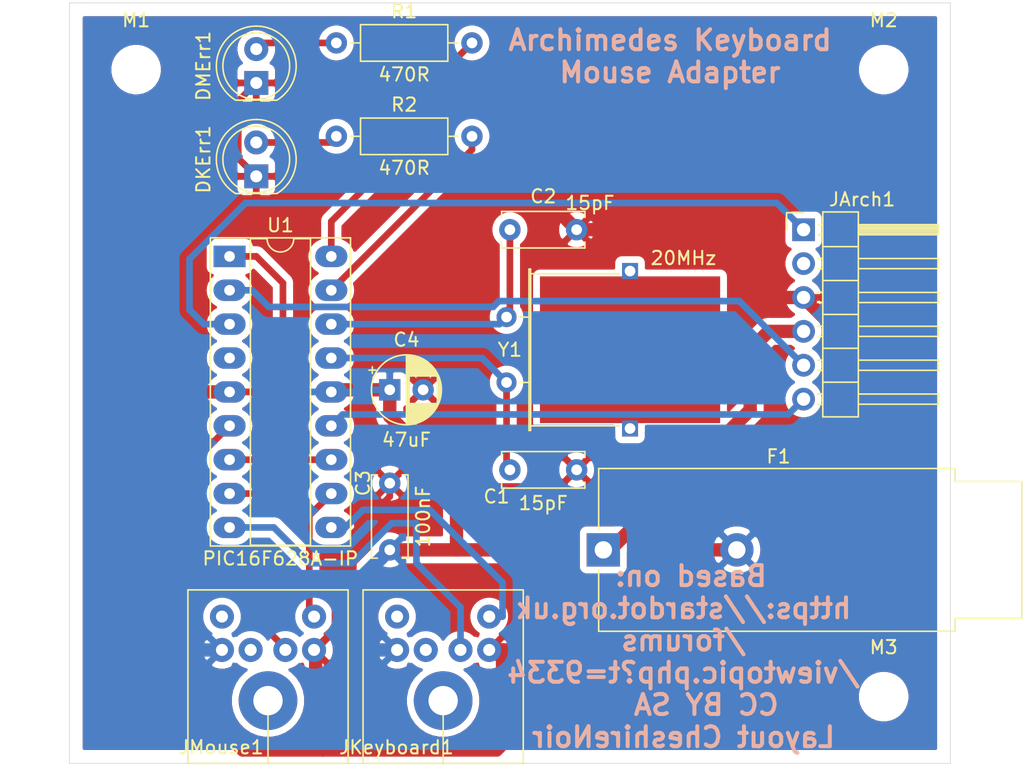
<source format=kicad_pcb>
(kicad_pcb (version 20171130) (host pcbnew "(5.1.6)-1")

  (general
    (thickness 1.6)
    (drawings 7)
    (tracks 128)
    (zones 0)
    (modules 17)
    (nets 25)
  )

  (page A4)
  (layers
    (0 F.Cu signal)
    (31 B.Cu signal)
    (32 B.Adhes user)
    (33 F.Adhes user)
    (34 B.Paste user)
    (35 F.Paste user)
    (36 B.SilkS user)
    (37 F.SilkS user)
    (38 B.Mask user)
    (39 F.Mask user)
    (40 Dwgs.User user)
    (41 Cmts.User user)
    (42 Eco1.User user)
    (43 Eco2.User user)
    (44 Edge.Cuts user)
    (45 Margin user)
    (46 B.CrtYd user)
    (47 F.CrtYd user)
    (48 B.Fab user)
    (49 F.Fab user)
  )

  (setup
    (last_trace_width 0.25)
    (user_trace_width 0.5)
    (user_trace_width 1)
    (trace_clearance 0.2)
    (zone_clearance 0.508)
    (zone_45_only no)
    (trace_min 0.2)
    (via_size 0.8)
    (via_drill 0.4)
    (via_min_size 0.4)
    (via_min_drill 0.3)
    (uvia_size 0.3)
    (uvia_drill 0.1)
    (uvias_allowed no)
    (uvia_min_size 0.2)
    (uvia_min_drill 0.1)
    (edge_width 0.05)
    (segment_width 0.2)
    (pcb_text_width 0.3)
    (pcb_text_size 1.5 1.5)
    (mod_edge_width 0.12)
    (mod_text_size 1 1)
    (mod_text_width 0.15)
    (pad_size 2.7 2.7)
    (pad_drill 2.7)
    (pad_to_mask_clearance 0.05)
    (aux_axis_origin 0 0)
    (visible_elements 7FFFFFFF)
    (pcbplotparams
      (layerselection 0x010fc_ffffffff)
      (usegerberextensions false)
      (usegerberattributes true)
      (usegerberadvancedattributes true)
      (creategerberjobfile true)
      (excludeedgelayer true)
      (linewidth 0.100000)
      (plotframeref false)
      (viasonmask false)
      (mode 1)
      (useauxorigin false)
      (hpglpennumber 1)
      (hpglpenspeed 20)
      (hpglpendiameter 15.000000)
      (psnegative false)
      (psa4output false)
      (plotreference true)
      (plotvalue true)
      (plotinvisibletext false)
      (padsonsilk false)
      (subtractmaskfromsilk false)
      (outputformat 1)
      (mirror false)
      (drillshape 1)
      (scaleselection 1)
      (outputdirectory ""))
  )

  (net 0 "")
  (net 1 GND)
  (net 2 "Net-(C1-Pad1)")
  (net 3 "Net-(C2-Pad1)")
  (net 4 +5V)
  (net 5 "Net-(DKErr1-Pad2)")
  (net 6 "Net-(DMErr1-Pad2)")
  (net 7 "Net-(F1-Pad1)")
  (net 8 "Net-(JArch1-Pad6)")
  (net 9 "Net-(JArch1-Pad5)")
  (net 10 "Net-(JArch1-Pad2)")
  (net 11 "Net-(JArch1-Pad1)")
  (net 12 "Net-(JKeyboard1-Pad5)")
  (net 13 "Net-(JKeyboard1-Pad6)")
  (net 14 "Net-(JKeyboard1-Pad1)")
  (net 15 "Net-(JKeyboard1-Pad2)")
  (net 16 "Net-(JMouse1-Pad5)")
  (net 17 "Net-(JMouse1-Pad6)")
  (net 18 "Net-(JMouse1-Pad1)")
  (net 19 "Net-(JMouse1-Pad2)")
  (net 20 "Net-(R1-Pad2)")
  (net 21 "Net-(R2-Pad2)")
  (net 22 "Net-(U1-Pad12)")
  (net 23 "Net-(U1-Pad1)")
  (net 24 "Net-(U1-Pad4)")

  (net_class Default "This is the default net class."
    (clearance 0.2)
    (trace_width 0.25)
    (via_dia 0.8)
    (via_drill 0.4)
    (uvia_dia 0.3)
    (uvia_drill 0.1)
    (add_net +5V)
    (add_net GND)
    (add_net "Net-(C1-Pad1)")
    (add_net "Net-(C2-Pad1)")
    (add_net "Net-(DKErr1-Pad2)")
    (add_net "Net-(DMErr1-Pad2)")
    (add_net "Net-(F1-Pad1)")
    (add_net "Net-(JArch1-Pad1)")
    (add_net "Net-(JArch1-Pad2)")
    (add_net "Net-(JArch1-Pad5)")
    (add_net "Net-(JArch1-Pad6)")
    (add_net "Net-(JKeyboard1-Pad1)")
    (add_net "Net-(JKeyboard1-Pad2)")
    (add_net "Net-(JKeyboard1-Pad5)")
    (add_net "Net-(JKeyboard1-Pad6)")
    (add_net "Net-(JMouse1-Pad1)")
    (add_net "Net-(JMouse1-Pad2)")
    (add_net "Net-(JMouse1-Pad5)")
    (add_net "Net-(JMouse1-Pad6)")
    (add_net "Net-(R1-Pad2)")
    (add_net "Net-(R2-Pad2)")
    (add_net "Net-(U1-Pad1)")
    (add_net "Net-(U1-Pad12)")
    (add_net "Net-(U1-Pad4)")
  )

  (module MountingHole:MountingHole_2.7mm_M2.5 (layer F.Cu) (tedit 60813DBD) (tstamp 6082887E)
    (at 127 67)
    (descr "Mounting Hole 2.7mm, no annular, M2.5")
    (tags "mounting hole 2.7mm no annular m2.5")
    (attr virtual)
    (fp_text reference M1 (at 0 -3.7) (layer F.SilkS)
      (effects (font (size 1 1) (thickness 0.15)))
    )
    (fp_text value MountingHole_2.7mm_M2.5 (at 0 3.7) (layer F.Fab)
      (effects (font (size 1 1) (thickness 0.15)))
    )
    (fp_circle (center 0 0) (end 2.95 0) (layer F.CrtYd) (width 0.05))
    (fp_circle (center 0 0) (end 2.7 0) (layer Cmts.User) (width 0.15))
    (fp_text user %R (at 0.3 0) (layer F.Fab)
      (effects (font (size 1 1) (thickness 0.15)))
    )
    (pad "" np_thru_hole circle (at 0 0) (size 2.7 2.7) (drill 2.7) (layers *.Cu *.Mask))
  )

  (module MountingHole:MountingHole_2.7mm_M2.5 (layer F.Cu) (tedit 56D1B4CB) (tstamp 6082885A)
    (at 183 114)
    (descr "Mounting Hole 2.7mm, no annular, M2.5")
    (tags "mounting hole 2.7mm no annular m2.5")
    (attr virtual)
    (fp_text reference M3 (at 0 -3.7) (layer F.SilkS)
      (effects (font (size 1 1) (thickness 0.15)))
    )
    (fp_text value MountingHole_2.7mm_M2.5 (at 0 3.7) (layer F.Fab)
      (effects (font (size 1 1) (thickness 0.15)))
    )
    (fp_circle (center 0 0) (end 2.95 0) (layer F.CrtYd) (width 0.05))
    (fp_circle (center 0 0) (end 2.7 0) (layer Cmts.User) (width 0.15))
    (fp_text user %R (at 0.3 0) (layer F.Fab)
      (effects (font (size 1 1) (thickness 0.15)))
    )
    (pad 1 np_thru_hole circle (at 0 0) (size 2.7 2.7) (drill 2.7) (layers *.Cu *.Mask))
  )

  (module MountingHole:MountingHole_2.7mm_M2.5 (layer F.Cu) (tedit 56D1B4CB) (tstamp 60828836)
    (at 183 67)
    (descr "Mounting Hole 2.7mm, no annular, M2.5")
    (tags "mounting hole 2.7mm no annular m2.5")
    (attr virtual)
    (fp_text reference M2 (at 0 -3.7) (layer F.SilkS)
      (effects (font (size 1 1) (thickness 0.15)))
    )
    (fp_text value MountingHole_2.7mm_M2.5 (at 0 3.7) (layer F.Fab)
      (effects (font (size 1 1) (thickness 0.15)))
    )
    (fp_circle (center 0 0) (end 2.95 0) (layer F.CrtYd) (width 0.05))
    (fp_circle (center 0 0) (end 2.7 0) (layer Cmts.User) (width 0.15))
    (fp_text user %R (at 0.3 0) (layer F.Fab)
      (effects (font (size 1 1) (thickness 0.15)))
    )
    (pad 1 np_thru_hole circle (at 0 0) (size 2.7 2.7) (drill 2.7) (layers *.Cu *.Mask))
  )

  (module "Mini DIN (legacy):Mini DIN 6 (PS2)" (layer F.Cu) (tedit 60813C0A) (tstamp 608285AF)
    (at 136.88 119 180)
    (path /60805135)
    (fp_text reference JMouse1 (at 3.5 1.2) (layer F.SilkS)
      (effects (font (size 1 1) (thickness 0.15)))
    )
    (fp_text value Mini-DIN-6 (at 0 -0.5) (layer F.Fab)
      (effects (font (size 1 1) (thickness 0.15)))
    )
    (fp_line (start -6 0) (end 6 0) (layer F.SilkS) (width 0.12))
    (fp_line (start 6 0) (end 6 13) (layer F.SilkS) (width 0.12))
    (fp_line (start 6 13) (end -6 13) (layer F.SilkS) (width 0.12))
    (fp_line (start -6 0) (end -6 13) (layer F.SilkS) (width 0.12))
    (fp_line (start 0 0) (end 0 4.7) (layer F.SilkS) (width 0.12))
    (pad 5 thru_hole circle (at -3.45 11 180) (size 1.8 1.8) (drill 0.9) (layers *.Cu *.Mask)
      (net 16 "Net-(JMouse1-Pad5)"))
    (pad 6 thru_hole circle (at 3.45 11 180) (size 1.8 1.8) (drill 0.9) (layers *.Cu *.Mask)
      (net 17 "Net-(JMouse1-Pad6)"))
    (pad 3 thru_hole circle (at -3.45 8.5 180) (size 1.8 1.8) (drill 0.9) (layers *.Cu *.Mask)
      (net 1 GND))
    (pad 4 thru_hole circle (at 3.45 8.5 180) (size 1.8 1.8) (drill 0.9) (layers *.Cu *.Mask)
      (net 4 +5V))
    (pad 1 thru_hole circle (at -1.3 8.5 180) (size 1.8 1.8) (drill 0.9) (layers *.Cu *.Mask)
      (net 18 "Net-(JMouse1-Pad1)"))
    (pad 2 thru_hole circle (at 1.3 8.5 180) (size 1.8 1.8) (drill 0.9) (layers *.Cu *.Mask)
      (net 19 "Net-(JMouse1-Pad2)"))
    (pad G thru_hole circle (at 0 4.7 180) (size 4.4 4.4) (drill 2.2) (layers *.Cu *.Mask))
  )

  (module "Mini DIN (legacy):Mini DIN 6 (PS2)" (layer F.Cu) (tedit 60813C0A) (tstamp 6082859F)
    (at 150 119 180)
    (path /60805D83)
    (fp_text reference JKeyboard1 (at 3.5 1.2) (layer F.SilkS)
      (effects (font (size 1 1) (thickness 0.15)))
    )
    (fp_text value Mini-DIN-6 (at 0 -0.5) (layer F.Fab)
      (effects (font (size 1 1) (thickness 0.15)))
    )
    (fp_line (start -6 0) (end 6 0) (layer F.SilkS) (width 0.12))
    (fp_line (start 6 0) (end 6 13) (layer F.SilkS) (width 0.12))
    (fp_line (start 6 13) (end -6 13) (layer F.SilkS) (width 0.12))
    (fp_line (start -6 0) (end -6 13) (layer F.SilkS) (width 0.12))
    (fp_line (start 0 0) (end 0 4.7) (layer F.SilkS) (width 0.12))
    (pad 5 thru_hole circle (at -3.45 11 180) (size 1.8 1.8) (drill 0.9) (layers *.Cu *.Mask)
      (net 12 "Net-(JKeyboard1-Pad5)"))
    (pad 6 thru_hole circle (at 3.45 11 180) (size 1.8 1.8) (drill 0.9) (layers *.Cu *.Mask)
      (net 13 "Net-(JKeyboard1-Pad6)"))
    (pad 3 thru_hole circle (at -3.45 8.5 180) (size 1.8 1.8) (drill 0.9) (layers *.Cu *.Mask)
      (net 1 GND))
    (pad 4 thru_hole circle (at 3.45 8.5 180) (size 1.8 1.8) (drill 0.9) (layers *.Cu *.Mask)
      (net 4 +5V))
    (pad 1 thru_hole circle (at -1.3 8.5 180) (size 1.8 1.8) (drill 0.9) (layers *.Cu *.Mask)
      (net 14 "Net-(JKeyboard1-Pad1)"))
    (pad 2 thru_hole circle (at 1.3 8.5 180) (size 1.8 1.8) (drill 0.9) (layers *.Cu *.Mask)
      (net 15 "Net-(JKeyboard1-Pad2)"))
    (pad G thru_hole circle (at 0 4.7 180) (size 4.4 4.4) (drill 2.2) (layers *.Cu *.Mask))
  )

  (module Crystal:Crystal_HC49-U_Horizontal_1EP_style2 (layer F.Cu) (tedit 5A1AD3B8) (tstamp 60826601)
    (at 154.75 90.45 90)
    (descr "Crystal THT HC-49/U http://5hertz.com/pdfs/04404_D.pdf")
    (tags "THT crystal")
    (path /6080443F)
    (fp_text reference Y1 (at 2.45 0.25) (layer F.SilkS)
      (effects (font (size 1 1) (thickness 0.15)))
    )
    (fp_text value 20MHz (at 9.325 13.25) (layer F.SilkS)
      (effects (font (size 1 1) (thickness 0.15)))
    )
    (fp_line (start 9.2 -1) (end -4.3 -1) (layer F.CrtYd) (width 0.05))
    (fp_line (start 9.2 16.7) (end 9.2 -1) (layer F.CrtYd) (width 0.05))
    (fp_line (start -4.3 16.7) (end 9.2 16.7) (layer F.CrtYd) (width 0.05))
    (fp_line (start -4.3 -1) (end -4.3 16.7) (layer F.CrtYd) (width 0.05))
    (fp_line (start 8.5 1.8) (end -3.6 1.8) (layer F.SilkS) (width 0.12))
    (fp_line (start 8.5 1.68) (end 8.5 1.8) (layer F.SilkS) (width 0.12))
    (fp_line (start -3.6 1.68) (end 8.5 1.68) (layer F.SilkS) (width 0.12))
    (fp_line (start -3.6 1.8) (end -3.6 1.68) (layer F.SilkS) (width 0.12))
    (fp_line (start 4.9 0.95) (end 4.9 0.95) (layer F.SilkS) (width 0.12))
    (fp_line (start 4.9 1.8) (end 4.9 0.95) (layer F.SilkS) (width 0.12))
    (fp_line (start 0 0.95) (end 0 0.95) (layer F.SilkS) (width 0.12))
    (fp_line (start 0 1.8) (end 0 0.95) (layer F.SilkS) (width 0.12))
    (fp_line (start 8.15 1.8) (end 8.15 8.45) (layer F.SilkS) (width 0.12))
    (fp_line (start -3.25 1.8) (end 8.15 1.8) (layer F.SilkS) (width 0.12))
    (fp_line (start -3.25 8.45) (end -3.25 1.8) (layer F.SilkS) (width 0.12))
    (fp_line (start 8.25 2) (end -3.35 2) (layer F.Fab) (width 0.1))
    (fp_line (start 8.25 1.9) (end 8.25 2) (layer F.Fab) (width 0.1))
    (fp_line (start -3.35 1.9) (end 8.25 1.9) (layer F.Fab) (width 0.1))
    (fp_line (start -3.35 2) (end -3.35 1.9) (layer F.Fab) (width 0.1))
    (fp_line (start -3.45 9.25) (end 8.35 9.25) (layer F.Fab) (width 0.1))
    (fp_line (start 4.9 1) (end 4.9 0) (layer F.Fab) (width 0.1))
    (fp_line (start 4.9 2) (end 4.9 1) (layer F.Fab) (width 0.1))
    (fp_line (start 0 1) (end 0 0) (layer F.Fab) (width 0.1))
    (fp_line (start 0 2) (end 0 1) (layer F.Fab) (width 0.1))
    (fp_line (start 7.9 2) (end -3 2) (layer F.Fab) (width 0.1))
    (fp_line (start 7.9 15) (end 7.9 2) (layer F.Fab) (width 0.1))
    (fp_line (start -3 15) (end 7.9 15) (layer F.Fab) (width 0.1))
    (fp_line (start -3 2) (end -3 15) (layer F.Fab) (width 0.1))
    (fp_text user %R (at 2.45 7.625 90) (layer F.Fab)
      (effects (font (size 1 1) (thickness 0.15)))
    )
    (pad 3 thru_hole rect (at 8.35 9.25 90) (size 1.2 1.2) (drill 0.8) (layers *.Cu *.Mask))
    (pad 3 thru_hole rect (at -3.45 9.25 90) (size 1.2 1.2) (drill 0.8) (layers *.Cu *.Mask))
    (pad 3 smd rect (at 2.45 9.25 90) (size 11 13.5) (layers F.Cu F.Paste F.Mask))
    (pad 2 thru_hole circle (at 4.9 0 90) (size 1.5 1.5) (drill 0.8) (layers *.Cu *.Mask)
      (net 3 "Net-(C2-Pad1)"))
    (pad 1 thru_hole circle (at 0 0 90) (size 1.5 1.5) (drill 0.8) (layers *.Cu *.Mask)
      (net 2 "Net-(C1-Pad1)"))
    (model ${KISYS3DMOD}/Crystal.3dshapes/Crystal_HC49-U_Horizontal_1EP_style2.wrl
      (at (xyz 0 0 0))
      (scale (xyz 1 1 1))
      (rotate (xyz 0 0 0))
    )
  )

  (module Package_DIP:DIP-18_W7.62mm_Socket_LongPads (layer F.Cu) (tedit 5A02E8C5) (tstamp 608265DB)
    (at 134 81)
    (descr "18-lead though-hole mounted DIP package, row spacing 7.62 mm (300 mils), Socket, LongPads")
    (tags "THT DIP DIL PDIP 2.54mm 7.62mm 300mil Socket LongPads")
    (path /60803594)
    (fp_text reference U1 (at 3.81 -2.33) (layer F.SilkS)
      (effects (font (size 1 1) (thickness 0.15)))
    )
    (fp_text value PIC16F628A-IP (at 3.81 22.65) (layer F.SilkS)
      (effects (font (size 1 1) (thickness 0.15)))
    )
    (fp_line (start 9.15 -1.6) (end -1.55 -1.6) (layer F.CrtYd) (width 0.05))
    (fp_line (start 9.15 21.9) (end 9.15 -1.6) (layer F.CrtYd) (width 0.05))
    (fp_line (start -1.55 21.9) (end 9.15 21.9) (layer F.CrtYd) (width 0.05))
    (fp_line (start -1.55 -1.6) (end -1.55 21.9) (layer F.CrtYd) (width 0.05))
    (fp_line (start 9.06 -1.39) (end -1.44 -1.39) (layer F.SilkS) (width 0.12))
    (fp_line (start 9.06 21.71) (end 9.06 -1.39) (layer F.SilkS) (width 0.12))
    (fp_line (start -1.44 21.71) (end 9.06 21.71) (layer F.SilkS) (width 0.12))
    (fp_line (start -1.44 -1.39) (end -1.44 21.71) (layer F.SilkS) (width 0.12))
    (fp_line (start 6.06 -1.33) (end 4.81 -1.33) (layer F.SilkS) (width 0.12))
    (fp_line (start 6.06 21.65) (end 6.06 -1.33) (layer F.SilkS) (width 0.12))
    (fp_line (start 1.56 21.65) (end 6.06 21.65) (layer F.SilkS) (width 0.12))
    (fp_line (start 1.56 -1.33) (end 1.56 21.65) (layer F.SilkS) (width 0.12))
    (fp_line (start 2.81 -1.33) (end 1.56 -1.33) (layer F.SilkS) (width 0.12))
    (fp_line (start 8.89 -1.33) (end -1.27 -1.33) (layer F.Fab) (width 0.1))
    (fp_line (start 8.89 21.65) (end 8.89 -1.33) (layer F.Fab) (width 0.1))
    (fp_line (start -1.27 21.65) (end 8.89 21.65) (layer F.Fab) (width 0.1))
    (fp_line (start -1.27 -1.33) (end -1.27 21.65) (layer F.Fab) (width 0.1))
    (fp_line (start 0.635 -0.27) (end 1.635 -1.27) (layer F.Fab) (width 0.1))
    (fp_line (start 0.635 21.59) (end 0.635 -0.27) (layer F.Fab) (width 0.1))
    (fp_line (start 6.985 21.59) (end 0.635 21.59) (layer F.Fab) (width 0.1))
    (fp_line (start 6.985 -1.27) (end 6.985 21.59) (layer F.Fab) (width 0.1))
    (fp_line (start 1.635 -1.27) (end 6.985 -1.27) (layer F.Fab) (width 0.1))
    (fp_text user %R (at 3.81 10.16) (layer F.Fab)
      (effects (font (size 1 1) (thickness 0.15)))
    )
    (fp_arc (start 3.81 -1.33) (end 2.81 -1.33) (angle -180) (layer F.SilkS) (width 0.12))
    (pad 18 thru_hole oval (at 7.62 0) (size 2.4 1.6) (drill 0.8) (layers *.Cu *.Mask)
      (net 20 "Net-(R1-Pad2)"))
    (pad 9 thru_hole oval (at 0 20.32) (size 2.4 1.6) (drill 0.8) (layers *.Cu *.Mask)
      (net 14 "Net-(JKeyboard1-Pad1)"))
    (pad 17 thru_hole oval (at 7.62 2.54) (size 2.4 1.6) (drill 0.8) (layers *.Cu *.Mask)
      (net 21 "Net-(R2-Pad2)"))
    (pad 8 thru_hole oval (at 0 17.78) (size 2.4 1.6) (drill 0.8) (layers *.Cu *.Mask)
      (net 22 "Net-(U1-Pad12)"))
    (pad 16 thru_hole oval (at 7.62 5.08) (size 2.4 1.6) (drill 0.8) (layers *.Cu *.Mask)
      (net 3 "Net-(C2-Pad1)"))
    (pad 7 thru_hole oval (at 0 15.24) (size 2.4 1.6) (drill 0.8) (layers *.Cu *.Mask)
      (net 23 "Net-(U1-Pad1)"))
    (pad 15 thru_hole oval (at 7.62 7.62) (size 2.4 1.6) (drill 0.8) (layers *.Cu *.Mask)
      (net 2 "Net-(C1-Pad1)"))
    (pad 6 thru_hole oval (at 0 12.7) (size 2.4 1.6) (drill 0.8) (layers *.Cu *.Mask)
      (net 18 "Net-(JMouse1-Pad1)"))
    (pad 14 thru_hole oval (at 7.62 10.16) (size 2.4 1.6) (drill 0.8) (layers *.Cu *.Mask)
      (net 4 +5V))
    (pad 5 thru_hole oval (at 0 10.16) (size 2.4 1.6) (drill 0.8) (layers *.Cu *.Mask)
      (net 1 GND))
    (pad 13 thru_hole oval (at 7.62 12.7) (size 2.4 1.6) (drill 0.8) (layers *.Cu *.Mask)
      (net 8 "Net-(JArch1-Pad6)"))
    (pad 4 thru_hole oval (at 0 7.62) (size 2.4 1.6) (drill 0.8) (layers *.Cu *.Mask)
      (net 24 "Net-(U1-Pad4)"))
    (pad 12 thru_hole oval (at 7.62 15.24) (size 2.4 1.6) (drill 0.8) (layers *.Cu *.Mask)
      (net 22 "Net-(U1-Pad12)"))
    (pad 3 thru_hole oval (at 0 5.08) (size 2.4 1.6) (drill 0.8) (layers *.Cu *.Mask)
      (net 11 "Net-(JArch1-Pad1)"))
    (pad 11 thru_hole oval (at 7.62 17.78) (size 2.4 1.6) (drill 0.8) (layers *.Cu *.Mask)
      (net 16 "Net-(JMouse1-Pad5)"))
    (pad 2 thru_hole oval (at 0 2.54) (size 2.4 1.6) (drill 0.8) (layers *.Cu *.Mask)
      (net 9 "Net-(JArch1-Pad5)"))
    (pad 10 thru_hole oval (at 7.62 20.32) (size 2.4 1.6) (drill 0.8) (layers *.Cu *.Mask)
      (net 12 "Net-(JKeyboard1-Pad5)"))
    (pad 1 thru_hole rect (at 0 0) (size 2.4 1.6) (drill 0.8) (layers *.Cu *.Mask)
      (net 23 "Net-(U1-Pad1)"))
    (model ${KISYS3DMOD}/Package_DIP.3dshapes/DIP-18_W7.62mm_Socket.wrl
      (at (xyz 0 0 0))
      (scale (xyz 1 1 1))
      (rotate (xyz 0 0 0))
    )
  )

  (module Resistor_THT:R_Axial_DIN0207_L6.3mm_D2.5mm_P10.16mm_Horizontal (layer F.Cu) (tedit 5AE5139B) (tstamp 608265AD)
    (at 142 72)
    (descr "Resistor, Axial_DIN0207 series, Axial, Horizontal, pin pitch=10.16mm, 0.25W = 1/4W, length*diameter=6.3*2.5mm^2, http://cdn-reichelt.de/documents/datenblatt/B400/1_4W%23YAG.pdf")
    (tags "Resistor Axial_DIN0207 series Axial Horizontal pin pitch 10.16mm 0.25W = 1/4W length 6.3mm diameter 2.5mm")
    (path /60809D7B)
    (fp_text reference R2 (at 5.08 -2.37) (layer F.SilkS)
      (effects (font (size 1 1) (thickness 0.15)))
    )
    (fp_text value 470R (at 5.08 2.37) (layer F.SilkS)
      (effects (font (size 1 1) (thickness 0.15)))
    )
    (fp_line (start 11.21 -1.5) (end -1.05 -1.5) (layer F.CrtYd) (width 0.05))
    (fp_line (start 11.21 1.5) (end 11.21 -1.5) (layer F.CrtYd) (width 0.05))
    (fp_line (start -1.05 1.5) (end 11.21 1.5) (layer F.CrtYd) (width 0.05))
    (fp_line (start -1.05 -1.5) (end -1.05 1.5) (layer F.CrtYd) (width 0.05))
    (fp_line (start 9.12 0) (end 8.35 0) (layer F.SilkS) (width 0.12))
    (fp_line (start 1.04 0) (end 1.81 0) (layer F.SilkS) (width 0.12))
    (fp_line (start 8.35 -1.37) (end 1.81 -1.37) (layer F.SilkS) (width 0.12))
    (fp_line (start 8.35 1.37) (end 8.35 -1.37) (layer F.SilkS) (width 0.12))
    (fp_line (start 1.81 1.37) (end 8.35 1.37) (layer F.SilkS) (width 0.12))
    (fp_line (start 1.81 -1.37) (end 1.81 1.37) (layer F.SilkS) (width 0.12))
    (fp_line (start 10.16 0) (end 8.23 0) (layer F.Fab) (width 0.1))
    (fp_line (start 0 0) (end 1.93 0) (layer F.Fab) (width 0.1))
    (fp_line (start 8.23 -1.25) (end 1.93 -1.25) (layer F.Fab) (width 0.1))
    (fp_line (start 8.23 1.25) (end 8.23 -1.25) (layer F.Fab) (width 0.1))
    (fp_line (start 1.93 1.25) (end 8.23 1.25) (layer F.Fab) (width 0.1))
    (fp_line (start 1.93 -1.25) (end 1.93 1.25) (layer F.Fab) (width 0.1))
    (fp_text user %R (at 5.08 0) (layer F.Fab)
      (effects (font (size 1 1) (thickness 0.15)))
    )
    (pad 2 thru_hole oval (at 10.16 0) (size 1.6 1.6) (drill 0.8) (layers *.Cu *.Mask)
      (net 21 "Net-(R2-Pad2)"))
    (pad 1 thru_hole circle (at 0 0) (size 1.6 1.6) (drill 0.8) (layers *.Cu *.Mask)
      (net 5 "Net-(DKErr1-Pad2)"))
    (model ${KISYS3DMOD}/Resistor_THT.3dshapes/R_Axial_DIN0207_L6.3mm_D2.5mm_P10.16mm_Horizontal.wrl
      (at (xyz 0 0 0))
      (scale (xyz 1 1 1))
      (rotate (xyz 0 0 0))
    )
  )

  (module Resistor_THT:R_Axial_DIN0207_L6.3mm_D2.5mm_P10.16mm_Horizontal (layer F.Cu) (tedit 5AE5139B) (tstamp 60826596)
    (at 142 65)
    (descr "Resistor, Axial_DIN0207 series, Axial, Horizontal, pin pitch=10.16mm, 0.25W = 1/4W, length*diameter=6.3*2.5mm^2, http://cdn-reichelt.de/documents/datenblatt/B400/1_4W%23YAG.pdf")
    (tags "Resistor Axial_DIN0207 series Axial Horizontal pin pitch 10.16mm 0.25W = 1/4W length 6.3mm diameter 2.5mm")
    (path /608093B2)
    (fp_text reference R1 (at 5.08 -2.37) (layer F.SilkS)
      (effects (font (size 1 1) (thickness 0.15)))
    )
    (fp_text value 470R (at 5.08 2.37) (layer F.SilkS)
      (effects (font (size 1 1) (thickness 0.15)))
    )
    (fp_line (start 11.21 -1.5) (end -1.05 -1.5) (layer F.CrtYd) (width 0.05))
    (fp_line (start 11.21 1.5) (end 11.21 -1.5) (layer F.CrtYd) (width 0.05))
    (fp_line (start -1.05 1.5) (end 11.21 1.5) (layer F.CrtYd) (width 0.05))
    (fp_line (start -1.05 -1.5) (end -1.05 1.5) (layer F.CrtYd) (width 0.05))
    (fp_line (start 9.12 0) (end 8.35 0) (layer F.SilkS) (width 0.12))
    (fp_line (start 1.04 0) (end 1.81 0) (layer F.SilkS) (width 0.12))
    (fp_line (start 8.35 -1.37) (end 1.81 -1.37) (layer F.SilkS) (width 0.12))
    (fp_line (start 8.35 1.37) (end 8.35 -1.37) (layer F.SilkS) (width 0.12))
    (fp_line (start 1.81 1.37) (end 8.35 1.37) (layer F.SilkS) (width 0.12))
    (fp_line (start 1.81 -1.37) (end 1.81 1.37) (layer F.SilkS) (width 0.12))
    (fp_line (start 10.16 0) (end 8.23 0) (layer F.Fab) (width 0.1))
    (fp_line (start 0 0) (end 1.93 0) (layer F.Fab) (width 0.1))
    (fp_line (start 8.23 -1.25) (end 1.93 -1.25) (layer F.Fab) (width 0.1))
    (fp_line (start 8.23 1.25) (end 8.23 -1.25) (layer F.Fab) (width 0.1))
    (fp_line (start 1.93 1.25) (end 8.23 1.25) (layer F.Fab) (width 0.1))
    (fp_line (start 1.93 -1.25) (end 1.93 1.25) (layer F.Fab) (width 0.1))
    (fp_text user %R (at 5.08 0) (layer F.Fab)
      (effects (font (size 1 1) (thickness 0.15)))
    )
    (pad 2 thru_hole oval (at 10.16 0) (size 1.6 1.6) (drill 0.8) (layers *.Cu *.Mask)
      (net 20 "Net-(R1-Pad2)"))
    (pad 1 thru_hole circle (at 0 0) (size 1.6 1.6) (drill 0.8) (layers *.Cu *.Mask)
      (net 6 "Net-(DMErr1-Pad2)"))
    (model ${KISYS3DMOD}/Resistor_THT.3dshapes/R_Axial_DIN0207_L6.3mm_D2.5mm_P10.16mm_Horizontal.wrl
      (at (xyz 0 0 0))
      (scale (xyz 1 1 1))
      (rotate (xyz 0 0 0))
    )
  )

  (module Connector_PinHeader_2.54mm:PinHeader_1x06_P2.54mm_Horizontal (layer F.Cu) (tedit 59FED5CB) (tstamp 6082655F)
    (at 177 79)
    (descr "Through hole angled pin header, 1x06, 2.54mm pitch, 6mm pin length, single row")
    (tags "Through hole angled pin header THT 1x06 2.54mm single row")
    (path /608138E7)
    (fp_text reference JArch1 (at 4.385 -2.27) (layer F.SilkS)
      (effects (font (size 1 1) (thickness 0.15)))
    )
    (fp_text value Conn_01x06_Male (at 4.385 14.97) (layer F.Fab)
      (effects (font (size 1 1) (thickness 0.15)))
    )
    (fp_line (start 10.55 -1.8) (end -1.8 -1.8) (layer F.CrtYd) (width 0.05))
    (fp_line (start 10.55 14.5) (end 10.55 -1.8) (layer F.CrtYd) (width 0.05))
    (fp_line (start -1.8 14.5) (end 10.55 14.5) (layer F.CrtYd) (width 0.05))
    (fp_line (start -1.8 -1.8) (end -1.8 14.5) (layer F.CrtYd) (width 0.05))
    (fp_line (start -1.27 -1.27) (end 0 -1.27) (layer F.SilkS) (width 0.12))
    (fp_line (start -1.27 0) (end -1.27 -1.27) (layer F.SilkS) (width 0.12))
    (fp_line (start 1.042929 13.08) (end 1.44 13.08) (layer F.SilkS) (width 0.12))
    (fp_line (start 1.042929 12.32) (end 1.44 12.32) (layer F.SilkS) (width 0.12))
    (fp_line (start 10.1 13.08) (end 4.1 13.08) (layer F.SilkS) (width 0.12))
    (fp_line (start 10.1 12.32) (end 10.1 13.08) (layer F.SilkS) (width 0.12))
    (fp_line (start 4.1 12.32) (end 10.1 12.32) (layer F.SilkS) (width 0.12))
    (fp_line (start 1.44 11.43) (end 4.1 11.43) (layer F.SilkS) (width 0.12))
    (fp_line (start 1.042929 10.54) (end 1.44 10.54) (layer F.SilkS) (width 0.12))
    (fp_line (start 1.042929 9.78) (end 1.44 9.78) (layer F.SilkS) (width 0.12))
    (fp_line (start 10.1 10.54) (end 4.1 10.54) (layer F.SilkS) (width 0.12))
    (fp_line (start 10.1 9.78) (end 10.1 10.54) (layer F.SilkS) (width 0.12))
    (fp_line (start 4.1 9.78) (end 10.1 9.78) (layer F.SilkS) (width 0.12))
    (fp_line (start 1.44 8.89) (end 4.1 8.89) (layer F.SilkS) (width 0.12))
    (fp_line (start 1.042929 8) (end 1.44 8) (layer F.SilkS) (width 0.12))
    (fp_line (start 1.042929 7.24) (end 1.44 7.24) (layer F.SilkS) (width 0.12))
    (fp_line (start 10.1 8) (end 4.1 8) (layer F.SilkS) (width 0.12))
    (fp_line (start 10.1 7.24) (end 10.1 8) (layer F.SilkS) (width 0.12))
    (fp_line (start 4.1 7.24) (end 10.1 7.24) (layer F.SilkS) (width 0.12))
    (fp_line (start 1.44 6.35) (end 4.1 6.35) (layer F.SilkS) (width 0.12))
    (fp_line (start 1.042929 5.46) (end 1.44 5.46) (layer F.SilkS) (width 0.12))
    (fp_line (start 1.042929 4.7) (end 1.44 4.7) (layer F.SilkS) (width 0.12))
    (fp_line (start 10.1 5.46) (end 4.1 5.46) (layer F.SilkS) (width 0.12))
    (fp_line (start 10.1 4.7) (end 10.1 5.46) (layer F.SilkS) (width 0.12))
    (fp_line (start 4.1 4.7) (end 10.1 4.7) (layer F.SilkS) (width 0.12))
    (fp_line (start 1.44 3.81) (end 4.1 3.81) (layer F.SilkS) (width 0.12))
    (fp_line (start 1.042929 2.92) (end 1.44 2.92) (layer F.SilkS) (width 0.12))
    (fp_line (start 1.042929 2.16) (end 1.44 2.16) (layer F.SilkS) (width 0.12))
    (fp_line (start 10.1 2.92) (end 4.1 2.92) (layer F.SilkS) (width 0.12))
    (fp_line (start 10.1 2.16) (end 10.1 2.92) (layer F.SilkS) (width 0.12))
    (fp_line (start 4.1 2.16) (end 10.1 2.16) (layer F.SilkS) (width 0.12))
    (fp_line (start 1.44 1.27) (end 4.1 1.27) (layer F.SilkS) (width 0.12))
    (fp_line (start 1.11 0.38) (end 1.44 0.38) (layer F.SilkS) (width 0.12))
    (fp_line (start 1.11 -0.38) (end 1.44 -0.38) (layer F.SilkS) (width 0.12))
    (fp_line (start 4.1 0.28) (end 10.1 0.28) (layer F.SilkS) (width 0.12))
    (fp_line (start 4.1 0.16) (end 10.1 0.16) (layer F.SilkS) (width 0.12))
    (fp_line (start 4.1 0.04) (end 10.1 0.04) (layer F.SilkS) (width 0.12))
    (fp_line (start 4.1 -0.08) (end 10.1 -0.08) (layer F.SilkS) (width 0.12))
    (fp_line (start 4.1 -0.2) (end 10.1 -0.2) (layer F.SilkS) (width 0.12))
    (fp_line (start 4.1 -0.32) (end 10.1 -0.32) (layer F.SilkS) (width 0.12))
    (fp_line (start 10.1 0.38) (end 4.1 0.38) (layer F.SilkS) (width 0.12))
    (fp_line (start 10.1 -0.38) (end 10.1 0.38) (layer F.SilkS) (width 0.12))
    (fp_line (start 4.1 -0.38) (end 10.1 -0.38) (layer F.SilkS) (width 0.12))
    (fp_line (start 4.1 -1.33) (end 1.44 -1.33) (layer F.SilkS) (width 0.12))
    (fp_line (start 4.1 14.03) (end 4.1 -1.33) (layer F.SilkS) (width 0.12))
    (fp_line (start 1.44 14.03) (end 4.1 14.03) (layer F.SilkS) (width 0.12))
    (fp_line (start 1.44 -1.33) (end 1.44 14.03) (layer F.SilkS) (width 0.12))
    (fp_line (start 4.04 13.02) (end 10.04 13.02) (layer F.Fab) (width 0.1))
    (fp_line (start 10.04 12.38) (end 10.04 13.02) (layer F.Fab) (width 0.1))
    (fp_line (start 4.04 12.38) (end 10.04 12.38) (layer F.Fab) (width 0.1))
    (fp_line (start -0.32 13.02) (end 1.5 13.02) (layer F.Fab) (width 0.1))
    (fp_line (start -0.32 12.38) (end -0.32 13.02) (layer F.Fab) (width 0.1))
    (fp_line (start -0.32 12.38) (end 1.5 12.38) (layer F.Fab) (width 0.1))
    (fp_line (start 4.04 10.48) (end 10.04 10.48) (layer F.Fab) (width 0.1))
    (fp_line (start 10.04 9.84) (end 10.04 10.48) (layer F.Fab) (width 0.1))
    (fp_line (start 4.04 9.84) (end 10.04 9.84) (layer F.Fab) (width 0.1))
    (fp_line (start -0.32 10.48) (end 1.5 10.48) (layer F.Fab) (width 0.1))
    (fp_line (start -0.32 9.84) (end -0.32 10.48) (layer F.Fab) (width 0.1))
    (fp_line (start -0.32 9.84) (end 1.5 9.84) (layer F.Fab) (width 0.1))
    (fp_line (start 4.04 7.94) (end 10.04 7.94) (layer F.Fab) (width 0.1))
    (fp_line (start 10.04 7.3) (end 10.04 7.94) (layer F.Fab) (width 0.1))
    (fp_line (start 4.04 7.3) (end 10.04 7.3) (layer F.Fab) (width 0.1))
    (fp_line (start -0.32 7.94) (end 1.5 7.94) (layer F.Fab) (width 0.1))
    (fp_line (start -0.32 7.3) (end -0.32 7.94) (layer F.Fab) (width 0.1))
    (fp_line (start -0.32 7.3) (end 1.5 7.3) (layer F.Fab) (width 0.1))
    (fp_line (start 4.04 5.4) (end 10.04 5.4) (layer F.Fab) (width 0.1))
    (fp_line (start 10.04 4.76) (end 10.04 5.4) (layer F.Fab) (width 0.1))
    (fp_line (start 4.04 4.76) (end 10.04 4.76) (layer F.Fab) (width 0.1))
    (fp_line (start -0.32 5.4) (end 1.5 5.4) (layer F.Fab) (width 0.1))
    (fp_line (start -0.32 4.76) (end -0.32 5.4) (layer F.Fab) (width 0.1))
    (fp_line (start -0.32 4.76) (end 1.5 4.76) (layer F.Fab) (width 0.1))
    (fp_line (start 4.04 2.86) (end 10.04 2.86) (layer F.Fab) (width 0.1))
    (fp_line (start 10.04 2.22) (end 10.04 2.86) (layer F.Fab) (width 0.1))
    (fp_line (start 4.04 2.22) (end 10.04 2.22) (layer F.Fab) (width 0.1))
    (fp_line (start -0.32 2.86) (end 1.5 2.86) (layer F.Fab) (width 0.1))
    (fp_line (start -0.32 2.22) (end -0.32 2.86) (layer F.Fab) (width 0.1))
    (fp_line (start -0.32 2.22) (end 1.5 2.22) (layer F.Fab) (width 0.1))
    (fp_line (start 4.04 0.32) (end 10.04 0.32) (layer F.Fab) (width 0.1))
    (fp_line (start 10.04 -0.32) (end 10.04 0.32) (layer F.Fab) (width 0.1))
    (fp_line (start 4.04 -0.32) (end 10.04 -0.32) (layer F.Fab) (width 0.1))
    (fp_line (start -0.32 0.32) (end 1.5 0.32) (layer F.Fab) (width 0.1))
    (fp_line (start -0.32 -0.32) (end -0.32 0.32) (layer F.Fab) (width 0.1))
    (fp_line (start -0.32 -0.32) (end 1.5 -0.32) (layer F.Fab) (width 0.1))
    (fp_line (start 1.5 -0.635) (end 2.135 -1.27) (layer F.Fab) (width 0.1))
    (fp_line (start 1.5 13.97) (end 1.5 -0.635) (layer F.Fab) (width 0.1))
    (fp_line (start 4.04 13.97) (end 1.5 13.97) (layer F.Fab) (width 0.1))
    (fp_line (start 4.04 -1.27) (end 4.04 13.97) (layer F.Fab) (width 0.1))
    (fp_line (start 2.135 -1.27) (end 4.04 -1.27) (layer F.Fab) (width 0.1))
    (fp_text user %R (at 4.65 9.7 90) (layer F.Fab)
      (effects (font (size 1 1) (thickness 0.15)))
    )
    (pad 6 thru_hole oval (at 0 12.7) (size 1.7 1.7) (drill 1) (layers *.Cu *.Mask)
      (net 8 "Net-(JArch1-Pad6)"))
    (pad 5 thru_hole oval (at 0 10.16) (size 1.7 1.7) (drill 1) (layers *.Cu *.Mask)
      (net 9 "Net-(JArch1-Pad5)"))
    (pad 4 thru_hole oval (at 0 7.62) (size 1.7 1.7) (drill 1) (layers *.Cu *.Mask)
      (net 7 "Net-(F1-Pad1)"))
    (pad 3 thru_hole oval (at 0 5.08) (size 1.7 1.7) (drill 1) (layers *.Cu *.Mask)
      (net 1 GND))
    (pad 2 thru_hole oval (at 0 2.54) (size 1.7 1.7) (drill 1) (layers *.Cu *.Mask)
      (net 10 "Net-(JArch1-Pad2)"))
    (pad 1 thru_hole rect (at 0 0) (size 1.7 1.7) (drill 1) (layers *.Cu *.Mask)
      (net 11 "Net-(JArch1-Pad1)"))
    (model ${KISYS3DMOD}/Connector_PinHeader_2.54mm.3dshapes/PinHeader_1x06_P2.54mm_Horizontal.wrl
      (at (xyz 0 0 0))
      (scale (xyz 1 1 1))
      (rotate (xyz 0 0 0))
    )
  )

  (module Fuse:Fuseholder_Cylinder-5x20mm_Schurter_FAB_0031-355x_Horizontal_Closed (layer F.Cu) (tedit 59ED1645) (tstamp 608264F8)
    (at 162 103)
    (descr "Fuseholder 5x20mm horizontal Shurter model FAB, Suitable for order numbers 0031.3551 and 0031.3558  (https://www.schurter.com/bundles/snceschurter/epim/_ProdPool_/newDS/en/typ_FAB.pdf)")
    (tags "Fuseholder 5x20mm closed horizontal")
    (path /6084B1D2)
    (fp_text reference F1 (at 13.125 -7) (layer F.SilkS)
      (effects (font (size 1 1) (thickness 0.15)))
    )
    (fp_text value 2A (at 13.125 8) (layer F.Fab)
      (effects (font (size 1 1) (thickness 0.15)))
    )
    (fp_line (start -0.5 1.5) (end -0.5 6.25) (layer F.CrtYd) (width 0.05))
    (fp_line (start -0.5 -6.25) (end -0.5 -1.5) (layer F.CrtYd) (width 0.05))
    (fp_line (start -0.25 -6) (end 26.25 -6) (layer F.Fab) (width 0.1))
    (fp_line (start 26.25 -6) (end 26.25 6) (layer F.Fab) (width 0.1))
    (fp_line (start 26.25 6) (end -0.25 6) (layer F.Fab) (width 0.1))
    (fp_line (start -0.25 6) (end -0.25 -6) (layer F.Fab) (width 0.1))
    (fp_line (start 26.25 -5.03) (end 31.25 -5.03) (layer F.Fab) (width 0.1))
    (fp_line (start 31.25 -5.03) (end 31.25 5.03) (layer F.Fab) (width 0.1))
    (fp_line (start 31.25 5.03) (end 26.25 5.03) (layer F.Fab) (width 0.1))
    (fp_line (start 26.35 -5.13) (end 31.35 -5.13) (layer F.SilkS) (width 0.12))
    (fp_line (start 31.35 -5.13) (end 31.35 5.13) (layer F.SilkS) (width 0.12))
    (fp_line (start 31.35 5.13) (end 26.35 5.13) (layer F.SilkS) (width 0.12))
    (fp_line (start 26.35 5.13) (end 26.35 6.1) (layer F.SilkS) (width 0.12))
    (fp_line (start 26.35 -5.13) (end 26.35 -6.1) (layer F.SilkS) (width 0.12))
    (fp_line (start 26.35 -6.1) (end -0.35 -6.1) (layer F.SilkS) (width 0.12))
    (fp_line (start -0.35 -6.1) (end -0.35 -1.5) (layer F.SilkS) (width 0.12))
    (fp_line (start -0.35 1.5) (end -0.35 6.1) (layer F.SilkS) (width 0.12))
    (fp_line (start -0.35 6.1) (end 26.35 6.1) (layer F.SilkS) (width 0.12))
    (fp_line (start -0.5 -6.25) (end 26.5 -6.25) (layer F.CrtYd) (width 0.05))
    (fp_line (start 26.5 -6.25) (end 26.5 -5.28) (layer F.CrtYd) (width 0.05))
    (fp_line (start 26.5 5.28) (end 26.5 6.25) (layer F.CrtYd) (width 0.05))
    (fp_line (start 26.5 6.25) (end -0.5 6.25) (layer F.CrtYd) (width 0.05))
    (fp_line (start 26.5 5.28) (end 31.5 5.28) (layer F.CrtYd) (width 0.05))
    (fp_line (start 31.5 5.28) (end 31.5 -5.28) (layer F.CrtYd) (width 0.05))
    (fp_line (start 31.5 -5.28) (end 26.5 -5.28) (layer F.CrtYd) (width 0.05))
    (fp_line (start -0.5 -1.5) (end -1.5 -1.5) (layer F.CrtYd) (width 0.05))
    (fp_line (start -1.5 -1.5) (end -1.5 1.5) (layer F.CrtYd) (width 0.05))
    (fp_line (start -1.5 1.5) (end -0.5 1.5) (layer F.CrtYd) (width 0.05))
    (fp_text user %R (at 13 5.25) (layer F.Fab)
      (effects (font (size 1 1) (thickness 0.15)))
    )
    (pad 2 thru_hole circle (at 10 0) (size 2.5 2.5) (drill 1.3) (layers *.Cu *.Mask)
      (net 4 +5V))
    (pad 1 thru_hole rect (at 0 0) (size 2.5 2.5) (drill 1.3) (layers *.Cu *.Mask)
      (net 7 "Net-(F1-Pad1)"))
    (model ${KISYS3DMOD}/Fuse.3dshapes/Fuseholder_Cylinder-5x20mm_Schurter_FAB_0031-355x_Horizontal_Closed.wrl
      (at (xyz 0 0 0))
      (scale (xyz 1 1 1))
      (rotate (xyz 0 0 0))
    )
  )

  (module LED_THT:LED_D5.0mm (layer F.Cu) (tedit 5995936A) (tstamp 608264D5)
    (at 136 68 90)
    (descr "LED, diameter 5.0mm, 2 pins, http://cdn-reichelt.de/documents/datenblatt/A500/LL-504BC2E-009.pdf")
    (tags "LED diameter 5.0mm 2 pins")
    (path /60808483)
    (fp_text reference DMErr1 (at 1.27 -3.96 90) (layer F.SilkS)
      (effects (font (size 1 1) (thickness 0.15)))
    )
    (fp_text value GREEN (at 1.27 3.96 90) (layer F.Fab)
      (effects (font (size 1 1) (thickness 0.15)))
    )
    (fp_line (start 4.5 -3.25) (end -1.95 -3.25) (layer F.CrtYd) (width 0.05))
    (fp_line (start 4.5 3.25) (end 4.5 -3.25) (layer F.CrtYd) (width 0.05))
    (fp_line (start -1.95 3.25) (end 4.5 3.25) (layer F.CrtYd) (width 0.05))
    (fp_line (start -1.95 -3.25) (end -1.95 3.25) (layer F.CrtYd) (width 0.05))
    (fp_line (start -1.29 -1.545) (end -1.29 1.545) (layer F.SilkS) (width 0.12))
    (fp_line (start -1.23 -1.469694) (end -1.23 1.469694) (layer F.Fab) (width 0.1))
    (fp_circle (center 1.27 0) (end 3.77 0) (layer F.SilkS) (width 0.12))
    (fp_circle (center 1.27 0) (end 3.77 0) (layer F.Fab) (width 0.1))
    (fp_text user %R (at 1.25 0 90) (layer F.Fab)
      (effects (font (size 0.8 0.8) (thickness 0.2)))
    )
    (fp_arc (start 1.27 0) (end -1.29 1.54483) (angle -148.9) (layer F.SilkS) (width 0.12))
    (fp_arc (start 1.27 0) (end -1.29 -1.54483) (angle 148.9) (layer F.SilkS) (width 0.12))
    (fp_arc (start 1.27 0) (end -1.23 -1.469694) (angle 299.1) (layer F.Fab) (width 0.1))
    (pad 2 thru_hole circle (at 2.54 0 90) (size 1.8 1.8) (drill 0.9) (layers *.Cu *.Mask)
      (net 6 "Net-(DMErr1-Pad2)"))
    (pad 1 thru_hole rect (at 0 0 90) (size 1.8 1.8) (drill 0.9) (layers *.Cu *.Mask)
      (net 1 GND))
    (model ${KISYS3DMOD}/LED_THT.3dshapes/LED_D5.0mm.wrl
      (at (xyz 0 0 0))
      (scale (xyz 1 1 1))
      (rotate (xyz 0 0 0))
    )
  )

  (module LED_THT:LED_D5.0mm (layer F.Cu) (tedit 5995936A) (tstamp 608264C3)
    (at 136 75 90)
    (descr "LED, diameter 5.0mm, 2 pins, http://cdn-reichelt.de/documents/datenblatt/A500/LL-504BC2E-009.pdf")
    (tags "LED diameter 5.0mm 2 pins")
    (path /60808FFE)
    (fp_text reference DKErr1 (at 1.27 -3.96 90) (layer F.SilkS)
      (effects (font (size 1 1) (thickness 0.15)))
    )
    (fp_text value RED (at 1.27 3.96 90) (layer F.Fab)
      (effects (font (size 1 1) (thickness 0.15)))
    )
    (fp_line (start 4.5 -3.25) (end -1.95 -3.25) (layer F.CrtYd) (width 0.05))
    (fp_line (start 4.5 3.25) (end 4.5 -3.25) (layer F.CrtYd) (width 0.05))
    (fp_line (start -1.95 3.25) (end 4.5 3.25) (layer F.CrtYd) (width 0.05))
    (fp_line (start -1.95 -3.25) (end -1.95 3.25) (layer F.CrtYd) (width 0.05))
    (fp_line (start -1.29 -1.545) (end -1.29 1.545) (layer F.SilkS) (width 0.12))
    (fp_line (start -1.23 -1.469694) (end -1.23 1.469694) (layer F.Fab) (width 0.1))
    (fp_circle (center 1.27 0) (end 3.77 0) (layer F.SilkS) (width 0.12))
    (fp_circle (center 1.27 0) (end 3.77 0) (layer F.Fab) (width 0.1))
    (fp_text user %R (at 1.25 0 90) (layer F.Fab)
      (effects (font (size 0.8 0.8) (thickness 0.2)))
    )
    (fp_arc (start 1.27 0) (end -1.29 1.54483) (angle -148.9) (layer F.SilkS) (width 0.12))
    (fp_arc (start 1.27 0) (end -1.29 -1.54483) (angle 148.9) (layer F.SilkS) (width 0.12))
    (fp_arc (start 1.27 0) (end -1.23 -1.469694) (angle 299.1) (layer F.Fab) (width 0.1))
    (pad 2 thru_hole circle (at 2.54 0 90) (size 1.8 1.8) (drill 0.9) (layers *.Cu *.Mask)
      (net 5 "Net-(DKErr1-Pad2)"))
    (pad 1 thru_hole rect (at 0 0 90) (size 1.8 1.8) (drill 0.9) (layers *.Cu *.Mask)
      (net 1 GND))
    (model ${KISYS3DMOD}/LED_THT.3dshapes/LED_D5.0mm.wrl
      (at (xyz 0 0 0))
      (scale (xyz 1 1 1))
      (rotate (xyz 0 0 0))
    )
  )

  (module Capacitor_THT:CP_Radial_D5.0mm_P2.50mm (layer F.Cu) (tedit 5AE50EF0) (tstamp 608264B1)
    (at 146 91)
    (descr "CP, Radial series, Radial, pin pitch=2.50mm, , diameter=5mm, Electrolytic Capacitor")
    (tags "CP Radial series Radial pin pitch 2.50mm  diameter 5mm Electrolytic Capacitor")
    (path /6080B33D)
    (fp_text reference C4 (at 1.25 -3.75) (layer F.SilkS)
      (effects (font (size 1 1) (thickness 0.15)))
    )
    (fp_text value 47uF (at 1.25 3.75) (layer F.SilkS)
      (effects (font (size 1 1) (thickness 0.15)))
    )
    (fp_line (start -1.304775 -1.725) (end -1.304775 -1.225) (layer F.SilkS) (width 0.12))
    (fp_line (start -1.554775 -1.475) (end -1.054775 -1.475) (layer F.SilkS) (width 0.12))
    (fp_line (start 3.851 -0.284) (end 3.851 0.284) (layer F.SilkS) (width 0.12))
    (fp_line (start 3.811 -0.518) (end 3.811 0.518) (layer F.SilkS) (width 0.12))
    (fp_line (start 3.771 -0.677) (end 3.771 0.677) (layer F.SilkS) (width 0.12))
    (fp_line (start 3.731 -0.805) (end 3.731 0.805) (layer F.SilkS) (width 0.12))
    (fp_line (start 3.691 -0.915) (end 3.691 0.915) (layer F.SilkS) (width 0.12))
    (fp_line (start 3.651 -1.011) (end 3.651 1.011) (layer F.SilkS) (width 0.12))
    (fp_line (start 3.611 -1.098) (end 3.611 1.098) (layer F.SilkS) (width 0.12))
    (fp_line (start 3.571 -1.178) (end 3.571 1.178) (layer F.SilkS) (width 0.12))
    (fp_line (start 3.531 1.04) (end 3.531 1.251) (layer F.SilkS) (width 0.12))
    (fp_line (start 3.531 -1.251) (end 3.531 -1.04) (layer F.SilkS) (width 0.12))
    (fp_line (start 3.491 1.04) (end 3.491 1.319) (layer F.SilkS) (width 0.12))
    (fp_line (start 3.491 -1.319) (end 3.491 -1.04) (layer F.SilkS) (width 0.12))
    (fp_line (start 3.451 1.04) (end 3.451 1.383) (layer F.SilkS) (width 0.12))
    (fp_line (start 3.451 -1.383) (end 3.451 -1.04) (layer F.SilkS) (width 0.12))
    (fp_line (start 3.411 1.04) (end 3.411 1.443) (layer F.SilkS) (width 0.12))
    (fp_line (start 3.411 -1.443) (end 3.411 -1.04) (layer F.SilkS) (width 0.12))
    (fp_line (start 3.371 1.04) (end 3.371 1.5) (layer F.SilkS) (width 0.12))
    (fp_line (start 3.371 -1.5) (end 3.371 -1.04) (layer F.SilkS) (width 0.12))
    (fp_line (start 3.331 1.04) (end 3.331 1.554) (layer F.SilkS) (width 0.12))
    (fp_line (start 3.331 -1.554) (end 3.331 -1.04) (layer F.SilkS) (width 0.12))
    (fp_line (start 3.291 1.04) (end 3.291 1.605) (layer F.SilkS) (width 0.12))
    (fp_line (start 3.291 -1.605) (end 3.291 -1.04) (layer F.SilkS) (width 0.12))
    (fp_line (start 3.251 1.04) (end 3.251 1.653) (layer F.SilkS) (width 0.12))
    (fp_line (start 3.251 -1.653) (end 3.251 -1.04) (layer F.SilkS) (width 0.12))
    (fp_line (start 3.211 1.04) (end 3.211 1.699) (layer F.SilkS) (width 0.12))
    (fp_line (start 3.211 -1.699) (end 3.211 -1.04) (layer F.SilkS) (width 0.12))
    (fp_line (start 3.171 1.04) (end 3.171 1.743) (layer F.SilkS) (width 0.12))
    (fp_line (start 3.171 -1.743) (end 3.171 -1.04) (layer F.SilkS) (width 0.12))
    (fp_line (start 3.131 1.04) (end 3.131 1.785) (layer F.SilkS) (width 0.12))
    (fp_line (start 3.131 -1.785) (end 3.131 -1.04) (layer F.SilkS) (width 0.12))
    (fp_line (start 3.091 1.04) (end 3.091 1.826) (layer F.SilkS) (width 0.12))
    (fp_line (start 3.091 -1.826) (end 3.091 -1.04) (layer F.SilkS) (width 0.12))
    (fp_line (start 3.051 1.04) (end 3.051 1.864) (layer F.SilkS) (width 0.12))
    (fp_line (start 3.051 -1.864) (end 3.051 -1.04) (layer F.SilkS) (width 0.12))
    (fp_line (start 3.011 1.04) (end 3.011 1.901) (layer F.SilkS) (width 0.12))
    (fp_line (start 3.011 -1.901) (end 3.011 -1.04) (layer F.SilkS) (width 0.12))
    (fp_line (start 2.971 1.04) (end 2.971 1.937) (layer F.SilkS) (width 0.12))
    (fp_line (start 2.971 -1.937) (end 2.971 -1.04) (layer F.SilkS) (width 0.12))
    (fp_line (start 2.931 1.04) (end 2.931 1.971) (layer F.SilkS) (width 0.12))
    (fp_line (start 2.931 -1.971) (end 2.931 -1.04) (layer F.SilkS) (width 0.12))
    (fp_line (start 2.891 1.04) (end 2.891 2.004) (layer F.SilkS) (width 0.12))
    (fp_line (start 2.891 -2.004) (end 2.891 -1.04) (layer F.SilkS) (width 0.12))
    (fp_line (start 2.851 1.04) (end 2.851 2.035) (layer F.SilkS) (width 0.12))
    (fp_line (start 2.851 -2.035) (end 2.851 -1.04) (layer F.SilkS) (width 0.12))
    (fp_line (start 2.811 1.04) (end 2.811 2.065) (layer F.SilkS) (width 0.12))
    (fp_line (start 2.811 -2.065) (end 2.811 -1.04) (layer F.SilkS) (width 0.12))
    (fp_line (start 2.771 1.04) (end 2.771 2.095) (layer F.SilkS) (width 0.12))
    (fp_line (start 2.771 -2.095) (end 2.771 -1.04) (layer F.SilkS) (width 0.12))
    (fp_line (start 2.731 1.04) (end 2.731 2.122) (layer F.SilkS) (width 0.12))
    (fp_line (start 2.731 -2.122) (end 2.731 -1.04) (layer F.SilkS) (width 0.12))
    (fp_line (start 2.691 1.04) (end 2.691 2.149) (layer F.SilkS) (width 0.12))
    (fp_line (start 2.691 -2.149) (end 2.691 -1.04) (layer F.SilkS) (width 0.12))
    (fp_line (start 2.651 1.04) (end 2.651 2.175) (layer F.SilkS) (width 0.12))
    (fp_line (start 2.651 -2.175) (end 2.651 -1.04) (layer F.SilkS) (width 0.12))
    (fp_line (start 2.611 1.04) (end 2.611 2.2) (layer F.SilkS) (width 0.12))
    (fp_line (start 2.611 -2.2) (end 2.611 -1.04) (layer F.SilkS) (width 0.12))
    (fp_line (start 2.571 1.04) (end 2.571 2.224) (layer F.SilkS) (width 0.12))
    (fp_line (start 2.571 -2.224) (end 2.571 -1.04) (layer F.SilkS) (width 0.12))
    (fp_line (start 2.531 1.04) (end 2.531 2.247) (layer F.SilkS) (width 0.12))
    (fp_line (start 2.531 -2.247) (end 2.531 -1.04) (layer F.SilkS) (width 0.12))
    (fp_line (start 2.491 1.04) (end 2.491 2.268) (layer F.SilkS) (width 0.12))
    (fp_line (start 2.491 -2.268) (end 2.491 -1.04) (layer F.SilkS) (width 0.12))
    (fp_line (start 2.451 1.04) (end 2.451 2.29) (layer F.SilkS) (width 0.12))
    (fp_line (start 2.451 -2.29) (end 2.451 -1.04) (layer F.SilkS) (width 0.12))
    (fp_line (start 2.411 1.04) (end 2.411 2.31) (layer F.SilkS) (width 0.12))
    (fp_line (start 2.411 -2.31) (end 2.411 -1.04) (layer F.SilkS) (width 0.12))
    (fp_line (start 2.371 1.04) (end 2.371 2.329) (layer F.SilkS) (width 0.12))
    (fp_line (start 2.371 -2.329) (end 2.371 -1.04) (layer F.SilkS) (width 0.12))
    (fp_line (start 2.331 1.04) (end 2.331 2.348) (layer F.SilkS) (width 0.12))
    (fp_line (start 2.331 -2.348) (end 2.331 -1.04) (layer F.SilkS) (width 0.12))
    (fp_line (start 2.291 1.04) (end 2.291 2.365) (layer F.SilkS) (width 0.12))
    (fp_line (start 2.291 -2.365) (end 2.291 -1.04) (layer F.SilkS) (width 0.12))
    (fp_line (start 2.251 1.04) (end 2.251 2.382) (layer F.SilkS) (width 0.12))
    (fp_line (start 2.251 -2.382) (end 2.251 -1.04) (layer F.SilkS) (width 0.12))
    (fp_line (start 2.211 1.04) (end 2.211 2.398) (layer F.SilkS) (width 0.12))
    (fp_line (start 2.211 -2.398) (end 2.211 -1.04) (layer F.SilkS) (width 0.12))
    (fp_line (start 2.171 1.04) (end 2.171 2.414) (layer F.SilkS) (width 0.12))
    (fp_line (start 2.171 -2.414) (end 2.171 -1.04) (layer F.SilkS) (width 0.12))
    (fp_line (start 2.131 1.04) (end 2.131 2.428) (layer F.SilkS) (width 0.12))
    (fp_line (start 2.131 -2.428) (end 2.131 -1.04) (layer F.SilkS) (width 0.12))
    (fp_line (start 2.091 1.04) (end 2.091 2.442) (layer F.SilkS) (width 0.12))
    (fp_line (start 2.091 -2.442) (end 2.091 -1.04) (layer F.SilkS) (width 0.12))
    (fp_line (start 2.051 1.04) (end 2.051 2.455) (layer F.SilkS) (width 0.12))
    (fp_line (start 2.051 -2.455) (end 2.051 -1.04) (layer F.SilkS) (width 0.12))
    (fp_line (start 2.011 1.04) (end 2.011 2.468) (layer F.SilkS) (width 0.12))
    (fp_line (start 2.011 -2.468) (end 2.011 -1.04) (layer F.SilkS) (width 0.12))
    (fp_line (start 1.971 1.04) (end 1.971 2.48) (layer F.SilkS) (width 0.12))
    (fp_line (start 1.971 -2.48) (end 1.971 -1.04) (layer F.SilkS) (width 0.12))
    (fp_line (start 1.93 1.04) (end 1.93 2.491) (layer F.SilkS) (width 0.12))
    (fp_line (start 1.93 -2.491) (end 1.93 -1.04) (layer F.SilkS) (width 0.12))
    (fp_line (start 1.89 1.04) (end 1.89 2.501) (layer F.SilkS) (width 0.12))
    (fp_line (start 1.89 -2.501) (end 1.89 -1.04) (layer F.SilkS) (width 0.12))
    (fp_line (start 1.85 1.04) (end 1.85 2.511) (layer F.SilkS) (width 0.12))
    (fp_line (start 1.85 -2.511) (end 1.85 -1.04) (layer F.SilkS) (width 0.12))
    (fp_line (start 1.81 1.04) (end 1.81 2.52) (layer F.SilkS) (width 0.12))
    (fp_line (start 1.81 -2.52) (end 1.81 -1.04) (layer F.SilkS) (width 0.12))
    (fp_line (start 1.77 1.04) (end 1.77 2.528) (layer F.SilkS) (width 0.12))
    (fp_line (start 1.77 -2.528) (end 1.77 -1.04) (layer F.SilkS) (width 0.12))
    (fp_line (start 1.73 1.04) (end 1.73 2.536) (layer F.SilkS) (width 0.12))
    (fp_line (start 1.73 -2.536) (end 1.73 -1.04) (layer F.SilkS) (width 0.12))
    (fp_line (start 1.69 1.04) (end 1.69 2.543) (layer F.SilkS) (width 0.12))
    (fp_line (start 1.69 -2.543) (end 1.69 -1.04) (layer F.SilkS) (width 0.12))
    (fp_line (start 1.65 1.04) (end 1.65 2.55) (layer F.SilkS) (width 0.12))
    (fp_line (start 1.65 -2.55) (end 1.65 -1.04) (layer F.SilkS) (width 0.12))
    (fp_line (start 1.61 1.04) (end 1.61 2.556) (layer F.SilkS) (width 0.12))
    (fp_line (start 1.61 -2.556) (end 1.61 -1.04) (layer F.SilkS) (width 0.12))
    (fp_line (start 1.57 1.04) (end 1.57 2.561) (layer F.SilkS) (width 0.12))
    (fp_line (start 1.57 -2.561) (end 1.57 -1.04) (layer F.SilkS) (width 0.12))
    (fp_line (start 1.53 1.04) (end 1.53 2.565) (layer F.SilkS) (width 0.12))
    (fp_line (start 1.53 -2.565) (end 1.53 -1.04) (layer F.SilkS) (width 0.12))
    (fp_line (start 1.49 1.04) (end 1.49 2.569) (layer F.SilkS) (width 0.12))
    (fp_line (start 1.49 -2.569) (end 1.49 -1.04) (layer F.SilkS) (width 0.12))
    (fp_line (start 1.45 -2.573) (end 1.45 2.573) (layer F.SilkS) (width 0.12))
    (fp_line (start 1.41 -2.576) (end 1.41 2.576) (layer F.SilkS) (width 0.12))
    (fp_line (start 1.37 -2.578) (end 1.37 2.578) (layer F.SilkS) (width 0.12))
    (fp_line (start 1.33 -2.579) (end 1.33 2.579) (layer F.SilkS) (width 0.12))
    (fp_line (start 1.29 -2.58) (end 1.29 2.58) (layer F.SilkS) (width 0.12))
    (fp_line (start 1.25 -2.58) (end 1.25 2.58) (layer F.SilkS) (width 0.12))
    (fp_line (start -0.633605 -1.3375) (end -0.633605 -0.8375) (layer F.Fab) (width 0.1))
    (fp_line (start -0.883605 -1.0875) (end -0.383605 -1.0875) (layer F.Fab) (width 0.1))
    (fp_circle (center 1.25 0) (end 4 0) (layer F.CrtYd) (width 0.05))
    (fp_circle (center 1.25 0) (end 3.87 0) (layer F.SilkS) (width 0.12))
    (fp_circle (center 1.25 0) (end 3.75 0) (layer F.Fab) (width 0.1))
    (fp_text user %R (at 1.25 0) (layer F.Fab)
      (effects (font (size 1 1) (thickness 0.15)))
    )
    (pad 2 thru_hole circle (at 2.5 0) (size 1.6 1.6) (drill 0.8) (layers *.Cu *.Mask)
      (net 1 GND))
    (pad 1 thru_hole rect (at 0 0) (size 1.6 1.6) (drill 0.8) (layers *.Cu *.Mask)
      (net 4 +5V))
    (model ${KISYS3DMOD}/Capacitor_THT.3dshapes/CP_Radial_D5.0mm_P2.50mm.wrl
      (at (xyz 0 0 0))
      (scale (xyz 1 1 1))
      (rotate (xyz 0 0 0))
    )
  )

  (module Capacitor_THT:C_Disc_D6.0mm_W2.5mm_P5.00mm (layer F.Cu) (tedit 5AE50EF0) (tstamp 6082642D)
    (at 146 103 90)
    (descr "C, Disc series, Radial, pin pitch=5.00mm, , diameter*width=6*2.5mm^2, Capacitor, http://cdn-reichelt.de/documents/datenblatt/B300/DS_KERKO_TC.pdf")
    (tags "C Disc series Radial pin pitch 5.00mm  diameter 6mm width 2.5mm Capacitor")
    (path /6080A5AC)
    (fp_text reference C3 (at 5 -2 90) (layer F.SilkS)
      (effects (font (size 1 1) (thickness 0.15)))
    )
    (fp_text value 100nF (at 2.5 2.5 90) (layer F.SilkS)
      (effects (font (size 1 1) (thickness 0.15)))
    )
    (fp_line (start 6.05 -1.5) (end -1.05 -1.5) (layer F.CrtYd) (width 0.05))
    (fp_line (start 6.05 1.5) (end 6.05 -1.5) (layer F.CrtYd) (width 0.05))
    (fp_line (start -1.05 1.5) (end 6.05 1.5) (layer F.CrtYd) (width 0.05))
    (fp_line (start -1.05 -1.5) (end -1.05 1.5) (layer F.CrtYd) (width 0.05))
    (fp_line (start 5.62 0.925) (end 5.62 1.37) (layer F.SilkS) (width 0.12))
    (fp_line (start 5.62 -1.37) (end 5.62 -0.925) (layer F.SilkS) (width 0.12))
    (fp_line (start -0.62 0.925) (end -0.62 1.37) (layer F.SilkS) (width 0.12))
    (fp_line (start -0.62 -1.37) (end -0.62 -0.925) (layer F.SilkS) (width 0.12))
    (fp_line (start -0.62 1.37) (end 5.62 1.37) (layer F.SilkS) (width 0.12))
    (fp_line (start -0.62 -1.37) (end 5.62 -1.37) (layer F.SilkS) (width 0.12))
    (fp_line (start 5.5 -1.25) (end -0.5 -1.25) (layer F.Fab) (width 0.1))
    (fp_line (start 5.5 1.25) (end 5.5 -1.25) (layer F.Fab) (width 0.1))
    (fp_line (start -0.5 1.25) (end 5.5 1.25) (layer F.Fab) (width 0.1))
    (fp_line (start -0.5 -1.25) (end -0.5 1.25) (layer F.Fab) (width 0.1))
    (fp_text user %R (at 2.5 0 90) (layer F.Fab)
      (effects (font (size 1 1) (thickness 0.15)))
    )
    (pad 2 thru_hole circle (at 5 0 90) (size 1.6 1.6) (drill 0.8) (layers *.Cu *.Mask)
      (net 1 GND))
    (pad 1 thru_hole circle (at 0 0 90) (size 1.6 1.6) (drill 0.8) (layers *.Cu *.Mask)
      (net 4 +5V))
    (model ${KISYS3DMOD}/Capacitor_THT.3dshapes/C_Disc_D6.0mm_W2.5mm_P5.00mm.wrl
      (at (xyz 0 0 0))
      (scale (xyz 1 1 1))
      (rotate (xyz 0 0 0))
    )
  )

  (module Capacitor_THT:C_Disc_D6.0mm_W2.5mm_P5.00mm (layer F.Cu) (tedit 5AE50EF0) (tstamp 60826418)
    (at 155 79)
    (descr "C, Disc series, Radial, pin pitch=5.00mm, , diameter*width=6*2.5mm^2, Capacitor, http://cdn-reichelt.de/documents/datenblatt/B300/DS_KERKO_TC.pdf")
    (tags "C Disc series Radial pin pitch 5.00mm  diameter 6mm width 2.5mm Capacitor")
    (path /6080C109)
    (fp_text reference C2 (at 2.5 -2.5) (layer F.SilkS)
      (effects (font (size 1 1) (thickness 0.15)))
    )
    (fp_text value 15pF (at 6 -2) (layer F.SilkS)
      (effects (font (size 1 1) (thickness 0.15)))
    )
    (fp_line (start 6.05 -1.5) (end -1.05 -1.5) (layer F.CrtYd) (width 0.05))
    (fp_line (start 6.05 1.5) (end 6.05 -1.5) (layer F.CrtYd) (width 0.05))
    (fp_line (start -1.05 1.5) (end 6.05 1.5) (layer F.CrtYd) (width 0.05))
    (fp_line (start -1.05 -1.5) (end -1.05 1.5) (layer F.CrtYd) (width 0.05))
    (fp_line (start 5.62 0.925) (end 5.62 1.37) (layer F.SilkS) (width 0.12))
    (fp_line (start 5.62 -1.37) (end 5.62 -0.925) (layer F.SilkS) (width 0.12))
    (fp_line (start -0.62 0.925) (end -0.62 1.37) (layer F.SilkS) (width 0.12))
    (fp_line (start -0.62 -1.37) (end -0.62 -0.925) (layer F.SilkS) (width 0.12))
    (fp_line (start -0.62 1.37) (end 5.62 1.37) (layer F.SilkS) (width 0.12))
    (fp_line (start -0.62 -1.37) (end 5.62 -1.37) (layer F.SilkS) (width 0.12))
    (fp_line (start 5.5 -1.25) (end -0.5 -1.25) (layer F.Fab) (width 0.1))
    (fp_line (start 5.5 1.25) (end 5.5 -1.25) (layer F.Fab) (width 0.1))
    (fp_line (start -0.5 1.25) (end 5.5 1.25) (layer F.Fab) (width 0.1))
    (fp_line (start -0.5 -1.25) (end -0.5 1.25) (layer F.Fab) (width 0.1))
    (fp_text user %R (at 2.5 0) (layer F.Fab)
      (effects (font (size 1 1) (thickness 0.15)))
    )
    (pad 2 thru_hole circle (at 5 0) (size 1.6 1.6) (drill 0.8) (layers *.Cu *.Mask)
      (net 1 GND))
    (pad 1 thru_hole circle (at 0 0) (size 1.6 1.6) (drill 0.8) (layers *.Cu *.Mask)
      (net 3 "Net-(C2-Pad1)"))
    (model ${KISYS3DMOD}/Capacitor_THT.3dshapes/C_Disc_D6.0mm_W2.5mm_P5.00mm.wrl
      (at (xyz 0 0 0))
      (scale (xyz 1 1 1))
      (rotate (xyz 0 0 0))
    )
  )

  (module Capacitor_THT:C_Disc_D6.0mm_W2.5mm_P5.00mm (layer F.Cu) (tedit 5AE50EF0) (tstamp 60826403)
    (at 155 97)
    (descr "C, Disc series, Radial, pin pitch=5.00mm, , diameter*width=6*2.5mm^2, Capacitor, http://cdn-reichelt.de/documents/datenblatt/B300/DS_KERKO_TC.pdf")
    (tags "C Disc series Radial pin pitch 5.00mm  diameter 6mm width 2.5mm Capacitor")
    (path /6080D3CD)
    (fp_text reference C1 (at -1 2) (layer F.SilkS)
      (effects (font (size 1 1) (thickness 0.15)))
    )
    (fp_text value 15pF (at 2.5 2.5) (layer F.SilkS)
      (effects (font (size 1 1) (thickness 0.15)))
    )
    (fp_line (start 6.05 -1.5) (end -1.05 -1.5) (layer F.CrtYd) (width 0.05))
    (fp_line (start 6.05 1.5) (end 6.05 -1.5) (layer F.CrtYd) (width 0.05))
    (fp_line (start -1.05 1.5) (end 6.05 1.5) (layer F.CrtYd) (width 0.05))
    (fp_line (start -1.05 -1.5) (end -1.05 1.5) (layer F.CrtYd) (width 0.05))
    (fp_line (start 5.62 0.925) (end 5.62 1.37) (layer F.SilkS) (width 0.12))
    (fp_line (start 5.62 -1.37) (end 5.62 -0.925) (layer F.SilkS) (width 0.12))
    (fp_line (start -0.62 0.925) (end -0.62 1.37) (layer F.SilkS) (width 0.12))
    (fp_line (start -0.62 -1.37) (end -0.62 -0.925) (layer F.SilkS) (width 0.12))
    (fp_line (start -0.62 1.37) (end 5.62 1.37) (layer F.SilkS) (width 0.12))
    (fp_line (start -0.62 -1.37) (end 5.62 -1.37) (layer F.SilkS) (width 0.12))
    (fp_line (start 5.5 -1.25) (end -0.5 -1.25) (layer F.Fab) (width 0.1))
    (fp_line (start 5.5 1.25) (end 5.5 -1.25) (layer F.Fab) (width 0.1))
    (fp_line (start -0.5 1.25) (end 5.5 1.25) (layer F.Fab) (width 0.1))
    (fp_line (start -0.5 -1.25) (end -0.5 1.25) (layer F.Fab) (width 0.1))
    (fp_text user %R (at 2.5 0) (layer F.Fab)
      (effects (font (size 1 1) (thickness 0.15)))
    )
    (pad 2 thru_hole circle (at 5 0) (size 1.6 1.6) (drill 0.8) (layers *.Cu *.Mask)
      (net 1 GND))
    (pad 1 thru_hole circle (at 0 0) (size 1.6 1.6) (drill 0.8) (layers *.Cu *.Mask)
      (net 2 "Net-(C1-Pad1)"))
    (model ${KISYS3DMOD}/Capacitor_THT.3dshapes/C_Disc_D6.0mm_W2.5mm_P5.00mm.wrl
      (at (xyz 0 0 0))
      (scale (xyz 1 1 1))
      (rotate (xyz 0 0 0))
    )
  )

  (gr_text "Based on: \nhttps://stardot.org.uk\n/forums\n/viewtopic.php?t=9334\nCC BY SA   \nLayout CheshireNoir" (at 168 111) (layer B.SilkS)
    (effects (font (size 1.5 1.5) (thickness 0.3)) (justify mirror))
  )
  (gr_text "Archimedes Keyboard\nMouse Adapter" (at 167 66) (layer B.SilkS)
    (effects (font (size 1.5 1.5) (thickness 0.3)))
  )
  (gr_line (start 122 62) (end 123 62) (layer Edge.Cuts) (width 0.05) (tstamp 60828749))
  (gr_line (start 122 119) (end 122 62) (layer Edge.Cuts) (width 0.05))
  (gr_line (start 188 119) (end 122 119) (layer Edge.Cuts) (width 0.05))
  (gr_line (start 188 62) (end 188 119) (layer Edge.Cuts) (width 0.05))
  (gr_line (start 123 62) (end 188 62) (layer Edge.Cuts) (width 0.05))

  (segment (start 134.649999 73.649999) (end 136 75) (width 0.5) (layer F.Cu) (net 1))
  (segment (start 134.649999 69.350001) (end 134.649999 73.649999) (width 0.5) (layer F.Cu) (net 1))
  (segment (start 136 68) (end 134.649999 69.350001) (width 0.5) (layer F.Cu) (net 1))
  (segment (start 136 75) (end 134 75) (width 0.5) (layer F.Cu) (net 1))
  (segment (start 134 75) (end 130 79) (width 0.5) (layer F.Cu) (net 1))
  (segment (start 130 79) (end 130 91) (width 0.5) (layer F.Cu) (net 1))
  (segment (start 154.45 117.55) (end 154.45 110.5) (width 1) (layer F.Cu) (net 1))
  (segment (start 154 118) (end 154.45 117.55) (width 1) (layer F.Cu) (net 1))
  (segment (start 140.45 117.45) (end 141 118) (width 1) (layer F.Cu) (net 1))
  (segment (start 140.45 110.5) (end 140.45 117.45) (width 1) (layer F.Cu) (net 1))
  (segment (start 141 118) (end 154 118) (width 1) (layer F.Cu) (net 1))
  (segment (start 154.45 110.5) (end 172.5 110.5) (width 1) (layer F.Cu) (net 1))
  (segment (start 172.5 110.5) (end 180 103) (width 1) (layer F.Cu) (net 1))
  (segment (start 180 87.08) (end 177 84.08) (width 1) (layer F.Cu) (net 1))
  (segment (start 180 103) (end 180 87.08) (width 1) (layer F.Cu) (net 1))
  (segment (start 130.16 91.16) (end 130 91) (width 1) (layer F.Cu) (net 1))
  (segment (start 134 91.16) (end 130.16 91.16) (width 1) (layer F.Cu) (net 1))
  (segment (start 129 112) (end 129 92) (width 1) (layer F.Cu) (net 1))
  (segment (start 141 118) (end 135 118) (width 1) (layer F.Cu) (net 1))
  (segment (start 129 92) (end 130 91) (width 1) (layer F.Cu) (net 1))
  (segment (start 135 118) (end 129 112) (width 1) (layer F.Cu) (net 1))
  (segment (start 151.950009 94.450009) (end 151.950009 96.950009) (width 0.5) (layer F.Cu) (net 1))
  (segment (start 148.5 91) (end 151.950009 94.450009) (width 0.5) (layer F.Cu) (net 1))
  (segment (start 158.749999 98.250001) (end 160 97) (width 0.5) (layer F.Cu) (net 1))
  (segment (start 153.250001 98.250001) (end 158.749999 98.250001) (width 0.5) (layer F.Cu) (net 1))
  (segment (start 151.950009 96.950009) (end 153.250001 98.250001) (width 0.5) (layer F.Cu) (net 1))
  (segment (start 146 98) (end 146 99) (width 0.5) (layer F.Cu) (net 1))
  (segment (start 141.900001 109.049999) (end 140.45 110.5) (width 0.5) (layer F.Cu) (net 1))
  (segment (start 141.900001 105.756482) (end 141.900001 109.049999) (width 0.5) (layer F.Cu) (net 1))
  (segment (start 143.27001 104.386473) (end 141.900001 105.756482) (width 0.5) (layer F.Cu) (net 1))
  (segment (start 143.27001 101.72999) (end 143.27001 104.386473) (width 0.5) (layer F.Cu) (net 1))
  (segment (start 146 99) (end 143.27001 101.72999) (width 0.5) (layer F.Cu) (net 1))
  (segment (start 177 84.08) (end 175.08 84.08) (width 1) (layer F.Cu) (net 1))
  (segment (start 170 79) (end 160 79) (width 1) (layer F.Cu) (net 1))
  (segment (start 175.08 84.08) (end 170 79) (width 1) (layer F.Cu) (net 1))
  (segment (start 148.5 91) (end 148.5 80.5) (width 1) (layer F.Cu) (net 1))
  (segment (start 148.5 80.5) (end 153 76) (width 1) (layer F.Cu) (net 1))
  (segment (start 157 76) (end 160 79) (width 1) (layer F.Cu) (net 1))
  (segment (start 153 76) (end 157 76) (width 1) (layer F.Cu) (net 1))
  (segment (start 153.45 110.5) (end 154.45 110.5) (width 1) (layer F.Cu) (net 1))
  (segment (start 154.75 96.75) (end 155 97) (width 0.5) (layer F.Cu) (net 2))
  (segment (start 154.75 90.45) (end 154.75 96.75) (width 0.5) (layer F.Cu) (net 2))
  (segment (start 152.92 88.62) (end 154.75 90.45) (width 0.5) (layer B.Cu) (net 2))
  (segment (start 141.62 88.62) (end 152.92 88.62) (width 0.5) (layer B.Cu) (net 2))
  (segment (start 155 85.3) (end 154.75 85.55) (width 0.5) (layer F.Cu) (net 3))
  (segment (start 155 79) (end 155 85.3) (width 0.5) (layer F.Cu) (net 3))
  (segment (start 154.22 86.08) (end 154.75 85.55) (width 0.5) (layer B.Cu) (net 3))
  (segment (start 141.62 86.08) (end 154.22 86.08) (width 0.5) (layer B.Cu) (net 3))
  (segment (start 172 103) (end 167 103) (width 1) (layer F.Cu) (net 4))
  (segment (start 167 103) (end 164 106) (width 1) (layer F.Cu) (net 4))
  (segment (start 164 106) (end 158 106) (width 1) (layer F.Cu) (net 4))
  (segment (start 158 106) (end 155 103) (width 1) (layer F.Cu) (net 4))
  (segment (start 146 91) (end 146 93) (width 1) (layer F.Cu) (net 4))
  (segment (start 146 93) (end 151 98) (width 1) (layer F.Cu) (net 4))
  (segment (start 155 103) (end 151 103) (width 1) (layer F.Cu) (net 4))
  (segment (start 151 98) (end 151 103) (width 1) (layer F.Cu) (net 4))
  (segment (start 151 103) (end 146 103) (width 1) (layer F.Cu) (net 4))
  (segment (start 146 103) (end 144 105) (width 1) (layer F.Cu) (net 4))
  (segment (start 141.78 91) (end 141.62 91.16) (width 1) (layer F.Cu) (net 4))
  (segment (start 146 91) (end 141.78 91) (width 1) (layer F.Cu) (net 4))
  (segment (start 144 105) (end 146 103) (width 1) (layer B.Cu) (net 4))
  (segment (start 131 110) (end 131 106) (width 1) (layer B.Cu) (net 4))
  (segment (start 131.5 110.5) (end 131 110) (width 1) (layer B.Cu) (net 4))
  (segment (start 133.43 110.5) (end 131.5 110.5) (width 1) (layer B.Cu) (net 4))
  (segment (start 131 106) (end 132 105) (width 1) (layer B.Cu) (net 4))
  (segment (start 132 105) (end 144 105) (width 1) (layer B.Cu) (net 4))
  (segment (start 146.55 110.5) (end 144.5 110.5) (width 1) (layer B.Cu) (net 4))
  (segment (start 144 110) (end 144 105) (width 1) (layer B.Cu) (net 4))
  (segment (start 144.5 110.5) (end 144 110) (width 1) (layer B.Cu) (net 4))
  (segment (start 141.54 72.46) (end 142 72) (width 0.5) (layer F.Cu) (net 5))
  (segment (start 136 72.46) (end 141.54 72.46) (width 0.5) (layer F.Cu) (net 5))
  (segment (start 136.46 65) (end 136 65.46) (width 0.5) (layer F.Cu) (net 6))
  (segment (start 142 65) (end 136.46 65) (width 0.5) (layer F.Cu) (net 6))
  (segment (start 177 86.62) (end 174.38 86.62) (width 1) (layer F.Cu) (net 7))
  (segment (start 174.38 86.62) (end 173 88) (width 1) (layer F.Cu) (net 7))
  (segment (start 173 92.510002) (end 162.510002 103) (width 1) (layer F.Cu) (net 7))
  (segment (start 162.510002 103) (end 162 103) (width 1) (layer F.Cu) (net 7))
  (segment (start 173 88) (end 173 92.510002) (width 1) (layer F.Cu) (net 7))
  (segment (start 175.850001 92.849999) (end 177 91.7) (width 0.5) (layer B.Cu) (net 8))
  (segment (start 142.470001 92.849999) (end 175.850001 92.849999) (width 0.5) (layer B.Cu) (net 8))
  (segment (start 141.62 93.7) (end 142.470001 92.849999) (width 0.5) (layer B.Cu) (net 8))
  (segment (start 177 89.16) (end 177 89) (width 0.5) (layer F.Cu) (net 9))
  (segment (start 172.189999 84.349999) (end 177 89.16) (width 0.5) (layer B.Cu) (net 9))
  (segment (start 154.173999 84.349999) (end 172.189999 84.349999) (width 0.5) (layer B.Cu) (net 9))
  (segment (start 136.95001 84.79001) (end 153.733988 84.79001) (width 0.5) (layer B.Cu) (net 9))
  (segment (start 135.7 83.54) (end 136.95001 84.79001) (width 0.5) (layer B.Cu) (net 9))
  (segment (start 153.733988 84.79001) (end 154.173999 84.349999) (width 0.5) (layer B.Cu) (net 9))
  (segment (start 134 83.54) (end 135.7 83.54) (width 0.5) (layer B.Cu) (net 9))
  (segment (start 132.08 86.08) (end 134 86.08) (width 0.5) (layer B.Cu) (net 11))
  (segment (start 177 79) (end 175 77) (width 0.5) (layer B.Cu) (net 11))
  (segment (start 135.189998 77) (end 131 81.189998) (width 0.5) (layer B.Cu) (net 11))
  (segment (start 175 77) (end 135.189998 77) (width 0.5) (layer B.Cu) (net 11))
  (segment (start 131 85) (end 132.08 86.08) (width 0.5) (layer B.Cu) (net 11))
  (segment (start 131 81.189998) (end 131 85) (width 0.5) (layer B.Cu) (net 11))
  (segment (start 141.62 101.32) (end 142.68 101.32) (width 0.5) (layer B.Cu) (net 12))
  (segment (start 142.68 101.32) (end 144 100) (width 0.5) (layer B.Cu) (net 12))
  (segment (start 144 100) (end 149 100) (width 0.5) (layer B.Cu) (net 12))
  (segment (start 154.45 105.45) (end 154.45 108) (width 0.5) (layer B.Cu) (net 12))
  (segment (start 149 100) (end 154.45 105.45) (width 0.5) (layer B.Cu) (net 12))
  (segment (start 154.45 108) (end 153.45 108) (width 0.5) (layer B.Cu) (net 12))
  (segment (start 137.32 101.32) (end 140 104) (width 0.5) (layer B.Cu) (net 14))
  (segment (start 134 101.32) (end 137.32 101.32) (width 0.5) (layer B.Cu) (net 14))
  (segment (start 140 104) (end 143.149998 104) (width 0.5) (layer B.Cu) (net 14))
  (segment (start 146.149998 101) (end 148 101) (width 0.5) (layer B.Cu) (net 14))
  (segment (start 143.149998 104) (end 146.149998 101) (width 0.5) (layer B.Cu) (net 14))
  (segment (start 151.3 110.5) (end 151.3 107.3) (width 0.5) (layer B.Cu) (net 14))
  (segment (start 148 104) (end 148 101) (width 0.5) (layer B.Cu) (net 14))
  (segment (start 151.3 107.3) (end 148 104) (width 0.5) (layer B.Cu) (net 14))
  (segment (start 139.96999 107.51999) (end 140.45 108) (width 0.5) (layer F.Cu) (net 16))
  (segment (start 139.96999 100.43001) (end 139.96999 107.51999) (width 0.5) (layer F.Cu) (net 16))
  (segment (start 141.62 98.78) (end 139.96999 100.43001) (width 0.5) (layer F.Cu) (net 16))
  (segment (start 138.3 110.5) (end 131 103.2) (width 0.5) (layer F.Cu) (net 18))
  (segment (start 131 96.7) (end 134 93.7) (width 0.5) (layer F.Cu) (net 18))
  (segment (start 131 103.2) (end 131 96.7) (width 0.5) (layer F.Cu) (net 18))
  (segment (start 141.62 81) (end 141.62 78.38) (width 0.5) (layer F.Cu) (net 20))
  (segment (start 141.62 78.38) (end 147 73) (width 0.5) (layer F.Cu) (net 20))
  (segment (start 147 70.16) (end 152.16 65) (width 0.5) (layer F.Cu) (net 20))
  (segment (start 147 73) (end 147 70.16) (width 0.5) (layer F.Cu) (net 20))
  (segment (start 152.16 73) (end 152.16 72) (width 0.5) (layer F.Cu) (net 21))
  (segment (start 141.62 83.54) (end 152.16 73) (width 0.5) (layer F.Cu) (net 21))
  (segment (start 134 98.78) (end 136.22 98.78) (width 0.5) (layer F.Cu) (net 22))
  (segment (start 138.76 96.24) (end 141.62 96.24) (width 0.5) (layer F.Cu) (net 22))
  (segment (start 136.22 98.78) (end 138.76 96.24) (width 0.5) (layer F.Cu) (net 22))
  (segment (start 134 81) (end 136 81) (width 0.5) (layer F.Cu) (net 23))
  (segment (start 136 81) (end 138 83) (width 0.5) (layer F.Cu) (net 23))
  (segment (start 138 83) (end 138 94) (width 0.5) (layer F.Cu) (net 23))
  (segment (start 135.76 96.24) (end 134 96.24) (width 0.5) (layer F.Cu) (net 23))
  (segment (start 138 94) (end 135.76 96.24) (width 0.5) (layer F.Cu) (net 23))

  (zone (net 1) (net_name GND) (layer F.Cu) (tstamp 0) (hatch edge 0.508)
    (connect_pads (clearance 0.508))
    (min_thickness 0.254)
    (fill yes (arc_segments 32) (thermal_gap 0.508) (thermal_bridge_width 0.508))
    (polygon
      (pts
        (xy 187 118) (xy 123 118) (xy 123 63) (xy 187 63)
      )
    )
    (filled_polygon
      (pts
        (xy 186.873 117.873) (xy 123.127 117.873) (xy 123.127 96.7) (xy 130.110719 96.7) (xy 130.115001 96.743479)
        (xy 130.115 103.156531) (xy 130.110719 103.2) (xy 130.115 103.243469) (xy 130.115 103.243476) (xy 130.127805 103.373489)
        (xy 130.178411 103.540312) (xy 130.260589 103.694058) (xy 130.371183 103.828817) (xy 130.404956 103.856534) (xy 133.057453 106.509032)
        (xy 132.982257 106.523989) (xy 132.702905 106.639701) (xy 132.451495 106.807688) (xy 132.237688 107.021495) (xy 132.069701 107.272905)
        (xy 131.953989 107.552257) (xy 131.895 107.848816) (xy 131.895 108.151184) (xy 131.953989 108.447743) (xy 132.069701 108.727095)
        (xy 132.237688 108.978505) (xy 132.451495 109.192312) (xy 132.537831 109.25) (xy 132.451495 109.307688) (xy 132.237688 109.521495)
        (xy 132.069701 109.772905) (xy 131.953989 110.052257) (xy 131.895 110.348816) (xy 131.895 110.651184) (xy 131.953989 110.947743)
        (xy 132.069701 111.227095) (xy 132.237688 111.478505) (xy 132.451495 111.692312) (xy 132.702905 111.860299) (xy 132.982257 111.976011)
        (xy 133.278816 112.035) (xy 133.581184 112.035) (xy 133.877743 111.976011) (xy 134.157095 111.860299) (xy 134.408505 111.692312)
        (xy 134.505 111.595817) (xy 134.601495 111.692312) (xy 134.852905 111.860299) (xy 135.132257 111.976011) (xy 135.22702 111.994861)
        (xy 135.072793 112.097912) (xy 134.677912 112.492793) (xy 134.367656 112.957124) (xy 134.153948 113.473061) (xy 134.045 114.020777)
        (xy 134.045 114.579223) (xy 134.153948 115.126939) (xy 134.367656 115.642876) (xy 134.677912 116.107207) (xy 135.072793 116.502088)
        (xy 135.537124 116.812344) (xy 136.053061 117.026052) (xy 136.600777 117.135) (xy 137.159223 117.135) (xy 137.706939 117.026052)
        (xy 138.222876 116.812344) (xy 138.687207 116.502088) (xy 139.082088 116.107207) (xy 139.392344 115.642876) (xy 139.606052 115.126939)
        (xy 139.715 114.579223) (xy 139.715 114.020777) (xy 139.606052 113.473061) (xy 139.392344 112.957124) (xy 139.082088 112.492793)
        (xy 138.687207 112.097912) (xy 138.53298 111.994861) (xy 138.627743 111.976011) (xy 138.907095 111.860299) (xy 139.158505 111.692312)
        (xy 139.250183 111.600635) (xy 139.329578 111.68003) (xy 139.445526 111.564082) (xy 139.529208 111.818261) (xy 139.801775 111.949158)
        (xy 140.094642 112.024365) (xy 140.396553 112.040991) (xy 140.695907 111.998397) (xy 140.981199 111.898222) (xy 141.130792 111.818261)
        (xy 141.214475 111.56408) (xy 140.33 110.679605) (xy 140.315858 110.693748) (xy 140.136253 110.514143) (xy 140.150395 110.5)
        (xy 140.509605 110.5) (xy 141.39408 111.384475) (xy 141.648261 111.300792) (xy 141.779158 111.028225) (xy 141.854365 110.735358)
        (xy 141.870991 110.433447) (xy 141.828397 110.134093) (xy 141.728222 109.848801) (xy 141.648261 109.699208) (xy 141.39408 109.615525)
        (xy 140.509605 110.5) (xy 140.150395 110.5) (xy 140.136253 110.485858) (xy 140.315858 110.306253) (xy 140.33 110.320395)
        (xy 141.214475 109.43592) (xy 141.16569 109.287738) (xy 141.308505 109.192312) (xy 141.522312 108.978505) (xy 141.690299 108.727095)
        (xy 141.806011 108.447743) (xy 141.865 108.151184) (xy 141.865 107.848816) (xy 145.015 107.848816) (xy 145.015 108.151184)
        (xy 145.073989 108.447743) (xy 145.189701 108.727095) (xy 145.357688 108.978505) (xy 145.571495 109.192312) (xy 145.657831 109.25)
        (xy 145.571495 109.307688) (xy 145.357688 109.521495) (xy 145.189701 109.772905) (xy 145.073989 110.052257) (xy 145.015 110.348816)
        (xy 145.015 110.651184) (xy 145.073989 110.947743) (xy 145.189701 111.227095) (xy 145.357688 111.478505) (xy 145.571495 111.692312)
        (xy 145.822905 111.860299) (xy 146.102257 111.976011) (xy 146.398816 112.035) (xy 146.701184 112.035) (xy 146.997743 111.976011)
        (xy 147.277095 111.860299) (xy 147.528505 111.692312) (xy 147.625 111.595817) (xy 147.721495 111.692312) (xy 147.972905 111.860299)
        (xy 148.252257 111.976011) (xy 148.34702 111.994861) (xy 148.192793 112.097912) (xy 147.797912 112.492793) (xy 147.487656 112.957124)
        (xy 147.273948 113.473061) (xy 147.165 114.020777) (xy 147.165 114.579223) (xy 147.273948 115.126939) (xy 147.487656 115.642876)
        (xy 147.797912 116.107207) (xy 148.192793 116.502088) (xy 148.657124 116.812344) (xy 149.173061 117.026052) (xy 149.720777 117.135)
        (xy 150.279223 117.135) (xy 150.826939 117.026052) (xy 151.342876 116.812344) (xy 151.807207 116.502088) (xy 152.202088 116.107207)
        (xy 152.512344 115.642876) (xy 152.726052 115.126939) (xy 152.835 114.579223) (xy 152.835 114.020777) (xy 152.791979 113.804495)
        (xy 181.015 113.804495) (xy 181.015 114.195505) (xy 181.091282 114.579003) (xy 181.240915 114.94025) (xy 181.458149 115.265364)
        (xy 181.734636 115.541851) (xy 182.05975 115.759085) (xy 182.420997 115.908718) (xy 182.804495 115.985) (xy 183.195505 115.985)
        (xy 183.579003 115.908718) (xy 183.94025 115.759085) (xy 184.265364 115.541851) (xy 184.541851 115.265364) (xy 184.759085 114.94025)
        (xy 184.908718 114.579003) (xy 184.985 114.195505) (xy 184.985 113.804495) (xy 184.908718 113.420997) (xy 184.759085 113.05975)
        (xy 184.541851 112.734636) (xy 184.265364 112.458149) (xy 183.94025 112.240915) (xy 183.579003 112.091282) (xy 183.195505 112.015)
        (xy 182.804495 112.015) (xy 182.420997 112.091282) (xy 182.05975 112.240915) (xy 181.734636 112.458149) (xy 181.458149 112.734636)
        (xy 181.240915 113.05975) (xy 181.091282 113.420997) (xy 181.015 113.804495) (xy 152.791979 113.804495) (xy 152.726052 113.473061)
        (xy 152.512344 112.957124) (xy 152.202088 112.492793) (xy 151.807207 112.097912) (xy 151.65298 111.994861) (xy 151.747743 111.976011)
        (xy 152.027095 111.860299) (xy 152.278505 111.692312) (xy 152.370183 111.600635) (xy 152.449578 111.68003) (xy 152.565526 111.564082)
        (xy 152.649208 111.818261) (xy 152.921775 111.949158) (xy 153.214642 112.024365) (xy 153.516553 112.040991) (xy 153.815907 111.998397)
        (xy 154.101199 111.898222) (xy 154.250792 111.818261) (xy 154.334475 111.56408) (xy 153.45 110.679605) (xy 153.435858 110.693748)
        (xy 153.256253 110.514143) (xy 153.270395 110.5) (xy 153.629605 110.5) (xy 154.51408 111.384475) (xy 154.768261 111.300792)
        (xy 154.899158 111.028225) (xy 154.974365 110.735358) (xy 154.990991 110.433447) (xy 154.948397 110.134093) (xy 154.848222 109.848801)
        (xy 154.768261 109.699208) (xy 154.51408 109.615525) (xy 153.629605 110.5) (xy 153.270395 110.5) (xy 153.256253 110.485858)
        (xy 153.435858 110.306253) (xy 153.45 110.320395) (xy 154.334475 109.43592) (xy 154.28569 109.287738) (xy 154.428505 109.192312)
        (xy 154.642312 108.978505) (xy 154.810299 108.727095) (xy 154.926011 108.447743) (xy 154.985 108.151184) (xy 154.985 107.848816)
        (xy 154.926011 107.552257) (xy 154.810299 107.272905) (xy 154.642312 107.021495) (xy 154.428505 106.807688) (xy 154.177095 106.639701)
        (xy 153.897743 106.523989) (xy 153.601184 106.465) (xy 153.298816 106.465) (xy 153.002257 106.523989) (xy 152.722905 106.639701)
        (xy 152.471495 106.807688) (xy 152.257688 107.021495) (xy 152.089701 107.272905) (xy 151.973989 107.552257) (xy 151.915 107.848816)
        (xy 151.915 108.151184) (xy 151.973989 108.447743) (xy 152.089701 108.727095) (xy 152.257688 108.978505) (xy 152.471495 109.192312)
        (xy 152.61431 109.287738) (xy 152.565526 109.435918) (xy 152.449578 109.31997) (xy 152.370183 109.399366) (xy 152.278505 109.307688)
        (xy 152.027095 109.139701) (xy 151.747743 109.023989) (xy 151.451184 108.965) (xy 151.148816 108.965) (xy 150.852257 109.023989)
        (xy 150.572905 109.139701) (xy 150.321495 109.307688) (xy 150.107688 109.521495) (xy 150 109.682661) (xy 149.892312 109.521495)
        (xy 149.678505 109.307688) (xy 149.427095 109.139701) (xy 149.147743 109.023989) (xy 148.851184 108.965) (xy 148.548816 108.965)
        (xy 148.252257 109.023989) (xy 147.972905 109.139701) (xy 147.721495 109.307688) (xy 147.625 109.404183) (xy 147.528505 109.307688)
        (xy 147.442169 109.25) (xy 147.528505 109.192312) (xy 147.742312 108.978505) (xy 147.910299 108.727095) (xy 148.026011 108.447743)
        (xy 148.085 108.151184) (xy 148.085 107.848816) (xy 148.026011 107.552257) (xy 147.910299 107.272905) (xy 147.742312 107.021495)
        (xy 147.528505 106.807688) (xy 147.277095 106.639701) (xy 146.997743 106.523989) (xy 146.701184 106.465) (xy 146.398816 106.465)
        (xy 146.102257 106.523989) (xy 145.822905 106.639701) (xy 145.571495 106.807688) (xy 145.357688 107.021495) (xy 145.189701 107.272905)
        (xy 145.073989 107.552257) (xy 145.015 107.848816) (xy 141.865 107.848816) (xy 141.806011 107.552257) (xy 141.690299 107.272905)
        (xy 141.522312 107.021495) (xy 141.308505 106.807688) (xy 141.057095 106.639701) (xy 140.85499 106.555986) (xy 140.85499 102.708846)
        (xy 140.938691 102.734236) (xy 141.149508 102.755) (xy 142.090492 102.755) (xy 142.301309 102.734236) (xy 142.571808 102.652182)
        (xy 142.821101 102.518932) (xy 143.039608 102.339608) (xy 143.218932 102.121101) (xy 143.352182 101.871808) (xy 143.434236 101.601309)
        (xy 143.461943 101.32) (xy 143.434236 101.038691) (xy 143.352182 100.768192) (xy 143.218932 100.518899) (xy 143.039608 100.300392)
        (xy 142.821101 100.121068) (xy 142.688142 100.05) (xy 142.821101 99.978932) (xy 143.039608 99.799608) (xy 143.218932 99.581101)
        (xy 143.352182 99.331808) (xy 143.434236 99.061309) (xy 143.440993 98.992702) (xy 145.186903 98.992702) (xy 145.258486 99.236671)
        (xy 145.513996 99.357571) (xy 145.788184 99.4263) (xy 146.070512 99.440217) (xy 146.35013 99.398787) (xy 146.616292 99.303603)
        (xy 146.741514 99.236671) (xy 146.813097 98.992702) (xy 146 98.179605) (xy 145.186903 98.992702) (xy 143.440993 98.992702)
        (xy 143.461943 98.78) (xy 143.434236 98.498691) (xy 143.352182 98.228192) (xy 143.267901 98.070512) (xy 144.559783 98.070512)
        (xy 144.601213 98.35013) (xy 144.696397 98.616292) (xy 144.763329 98.741514) (xy 145.007298 98.813097) (xy 145.820395 98)
        (xy 146.179605 98) (xy 146.992702 98.813097) (xy 147.236671 98.741514) (xy 147.357571 98.486004) (xy 147.4263 98.211816)
        (xy 147.440217 97.929488) (xy 147.398787 97.64987) (xy 147.303603 97.383708) (xy 147.236671 97.258486) (xy 146.992702 97.186903)
        (xy 146.179605 98) (xy 145.820395 98) (xy 145.007298 97.186903) (xy 144.763329 97.258486) (xy 144.642429 97.513996)
        (xy 144.5737 97.788184) (xy 144.559783 98.070512) (xy 143.267901 98.070512) (xy 143.218932 97.978899) (xy 143.039608 97.760392)
        (xy 142.821101 97.581068) (xy 142.688142 97.51) (xy 142.821101 97.438932) (xy 143.039608 97.259608) (xy 143.218932 97.041101)
        (xy 143.237 97.007298) (xy 145.186903 97.007298) (xy 146 97.820395) (xy 146.813097 97.007298) (xy 146.741514 96.763329)
        (xy 146.486004 96.642429) (xy 146.211816 96.5737) (xy 145.929488 96.559783) (xy 145.64987 96.601213) (xy 145.383708 96.696397)
        (xy 145.258486 96.763329) (xy 145.186903 97.007298) (xy 143.237 97.007298) (xy 143.352182 96.791808) (xy 143.434236 96.521309)
        (xy 143.461943 96.24) (xy 143.434236 95.958691) (xy 143.352182 95.688192) (xy 143.218932 95.438899) (xy 143.039608 95.220392)
        (xy 142.821101 95.041068) (xy 142.688142 94.97) (xy 142.821101 94.898932) (xy 143.039608 94.719608) (xy 143.218932 94.501101)
        (xy 143.352182 94.251808) (xy 143.434236 93.981309) (xy 143.461943 93.7) (xy 143.434236 93.418691) (xy 143.352182 93.148192)
        (xy 143.218932 92.898899) (xy 143.039608 92.680392) (xy 142.821101 92.501068) (xy 142.688142 92.43) (xy 142.821101 92.358932)
        (xy 143.039608 92.179608) (xy 143.076217 92.135) (xy 144.659043 92.135) (xy 144.669463 92.154494) (xy 144.748815 92.251185)
        (xy 144.845506 92.330537) (xy 144.865001 92.340957) (xy 144.865001 92.944239) (xy 144.859509 93) (xy 144.881423 93.222498)
        (xy 144.946324 93.436446) (xy 144.994464 93.52651) (xy 145.051717 93.633623) (xy 145.193552 93.806449) (xy 145.23686 93.841991)
        (xy 149.865 98.470132) (xy 149.865001 101.865) (xy 146.884284 101.865) (xy 146.679727 101.72832) (xy 146.418574 101.620147)
        (xy 146.141335 101.565) (xy 145.858665 101.565) (xy 145.581426 101.620147) (xy 145.320273 101.72832) (xy 145.085241 101.885363)
        (xy 144.885363 102.085241) (xy 144.72832 102.320273) (xy 144.620147 102.581426) (xy 144.57215 102.822718) (xy 143.158012 104.236857)
        (xy 143.051717 104.366378) (xy 142.946324 104.563554) (xy 142.881423 104.777502) (xy 142.859509 105) (xy 142.881423 105.222498)
        (xy 142.946324 105.436446) (xy 143.051717 105.633622) (xy 143.193552 105.806448) (xy 143.366378 105.948283) (xy 143.563554 106.053676)
        (xy 143.777502 106.118577) (xy 144 106.140491) (xy 144.222498 106.118577) (xy 144.436446 106.053676) (xy 144.633622 105.948283)
        (xy 144.763143 105.841988) (xy 146.177282 104.42785) (xy 146.418574 104.379853) (xy 146.679727 104.27168) (xy 146.884284 104.135)
        (xy 150.944249 104.135) (xy 151 104.140491) (xy 151.055752 104.135) (xy 154.529869 104.135) (xy 157.158013 106.763146)
        (xy 157.193551 106.806449) (xy 157.236854 106.841987) (xy 157.236856 106.841989) (xy 157.366377 106.948284) (xy 157.563553 107.053676)
        (xy 157.777501 107.118577) (xy 158 107.140491) (xy 158.055752 107.135) (xy 163.944249 107.135) (xy 164 107.140491)
        (xy 164.055751 107.135) (xy 164.055752 107.135) (xy 164.222499 107.118577) (xy 164.436447 107.053676) (xy 164.633623 106.948284)
        (xy 164.806449 106.806449) (xy 164.841996 106.763135) (xy 167.470133 104.135) (xy 170.491312 104.135) (xy 170.535825 104.201618)
        (xy 170.798382 104.464175) (xy 171.107118 104.670466) (xy 171.450166 104.812561) (xy 171.814344 104.885) (xy 172.185656 104.885)
        (xy 172.549834 104.812561) (xy 172.892882 104.670466) (xy 173.201618 104.464175) (xy 173.464175 104.201618) (xy 173.670466 103.892882)
        (xy 173.812561 103.549834) (xy 173.885 103.185656) (xy 173.885 102.814344) (xy 173.812561 102.450166) (xy 173.670466 102.107118)
        (xy 173.464175 101.798382) (xy 173.201618 101.535825) (xy 172.892882 101.329534) (xy 172.549834 101.187439) (xy 172.185656 101.115)
        (xy 171.814344 101.115) (xy 171.450166 101.187439) (xy 171.107118 101.329534) (xy 170.798382 101.535825) (xy 170.535825 101.798382)
        (xy 170.491312 101.865) (xy 167.055752 101.865) (xy 167 101.859509) (xy 166.777501 101.881423) (xy 166.563553 101.946324)
        (xy 166.366377 102.051716) (xy 166.236856 102.158011) (xy 166.236855 102.158012) (xy 166.193551 102.193551) (xy 166.158013 102.236854)
        (xy 163.735515 104.659354) (xy 163.780537 104.604494) (xy 163.839502 104.49418) (xy 163.875812 104.374482) (xy 163.888072 104.25)
        (xy 163.888072 103.227061) (xy 173.763141 93.351993) (xy 173.806449 93.316451) (xy 173.948284 93.143625) (xy 174.053676 92.946449)
        (xy 174.118577 92.732501) (xy 174.135 92.565754) (xy 174.135 92.565745) (xy 174.14049 92.510003) (xy 174.135 92.454261)
        (xy 174.135 88.470132) (xy 174.850132 87.755) (xy 176.034893 87.755) (xy 176.053368 87.773475) (xy 176.22776 87.89)
        (xy 176.053368 88.006525) (xy 175.846525 88.213368) (xy 175.68401 88.456589) (xy 175.572068 88.726842) (xy 175.515 89.01374)
        (xy 175.515 89.30626) (xy 175.572068 89.593158) (xy 175.68401 89.863411) (xy 175.846525 90.106632) (xy 176.053368 90.313475)
        (xy 176.22776 90.43) (xy 176.053368 90.546525) (xy 175.846525 90.753368) (xy 175.68401 90.996589) (xy 175.572068 91.266842)
        (xy 175.515 91.55374) (xy 175.515 91.84626) (xy 175.572068 92.133158) (xy 175.68401 92.403411) (xy 175.846525 92.646632)
        (xy 176.053368 92.853475) (xy 176.296589 93.01599) (xy 176.566842 93.127932) (xy 176.85374 93.185) (xy 177.14626 93.185)
        (xy 177.433158 93.127932) (xy 177.703411 93.01599) (xy 177.946632 92.853475) (xy 178.153475 92.646632) (xy 178.31599 92.403411)
        (xy 178.427932 92.133158) (xy 178.485 91.84626) (xy 178.485 91.55374) (xy 178.427932 91.266842) (xy 178.31599 90.996589)
        (xy 178.153475 90.753368) (xy 177.946632 90.546525) (xy 177.77224 90.43) (xy 177.946632 90.313475) (xy 178.153475 90.106632)
        (xy 178.31599 89.863411) (xy 178.427932 89.593158) (xy 178.485 89.30626) (xy 178.485 89.01374) (xy 178.427932 88.726842)
        (xy 178.31599 88.456589) (xy 178.153475 88.213368) (xy 177.946632 88.006525) (xy 177.77224 87.89) (xy 177.946632 87.773475)
        (xy 178.153475 87.566632) (xy 178.31599 87.323411) (xy 178.427932 87.053158) (xy 178.485 86.76626) (xy 178.485 86.47374)
        (xy 178.427932 86.186842) (xy 178.31599 85.916589) (xy 178.153475 85.673368) (xy 177.946632 85.466525) (xy 177.764466 85.344805)
        (xy 177.881355 85.275178) (xy 178.097588 85.080269) (xy 178.271641 84.84692) (xy 178.396825 84.584099) (xy 178.441476 84.43689)
        (xy 178.320155 84.207) (xy 177.127 84.207) (xy 177.127 84.227) (xy 176.873 84.227) (xy 176.873 84.207)
        (xy 175.679845 84.207) (xy 175.558524 84.43689) (xy 175.603175 84.584099) (xy 175.728359 84.84692) (xy 175.902412 85.080269)
        (xy 176.118645 85.275178) (xy 176.235534 85.344805) (xy 176.053368 85.466525) (xy 176.034893 85.485) (xy 174.435752 85.485)
        (xy 174.38 85.479509) (xy 174.157501 85.501423) (xy 173.943553 85.566324) (xy 173.746377 85.671716) (xy 173.616856 85.778011)
        (xy 173.616854 85.778013) (xy 173.573551 85.813551) (xy 173.538013 85.856854) (xy 172.236864 87.158005) (xy 172.193551 87.193551)
        (xy 172.051716 87.366377) (xy 171.946325 87.563553) (xy 171.946324 87.563554) (xy 171.881423 87.777502) (xy 171.859509 88)
        (xy 171.865 88.055752) (xy 171.865001 92.039869) (xy 171.388072 92.516798) (xy 171.388072 82.5) (xy 171.375812 82.375518)
        (xy 171.339502 82.25582) (xy 171.280537 82.145506) (xy 171.201185 82.048815) (xy 171.104494 81.969463) (xy 170.99418 81.910498)
        (xy 170.874482 81.874188) (xy 170.75 81.861928) (xy 165.238072 81.861928) (xy 165.238072 81.5) (xy 165.225812 81.375518)
        (xy 165.189502 81.25582) (xy 165.130537 81.145506) (xy 165.051185 81.048815) (xy 164.954494 80.969463) (xy 164.84418 80.910498)
        (xy 164.724482 80.874188) (xy 164.6 80.861928) (xy 163.4 80.861928) (xy 163.275518 80.874188) (xy 163.15582 80.910498)
        (xy 163.045506 80.969463) (xy 162.948815 81.048815) (xy 162.869463 81.145506) (xy 162.810498 81.25582) (xy 162.774188 81.375518)
        (xy 162.761928 81.5) (xy 162.761928 81.861928) (xy 157.25 81.861928) (xy 157.125518 81.874188) (xy 157.00582 81.910498)
        (xy 156.895506 81.969463) (xy 156.798815 82.048815) (xy 156.719463 82.145506) (xy 156.660498 82.25582) (xy 156.624188 82.375518)
        (xy 156.611928 82.5) (xy 156.611928 93.5) (xy 156.624188 93.624482) (xy 156.660498 93.74418) (xy 156.719463 93.854494)
        (xy 156.798815 93.951185) (xy 156.895506 94.030537) (xy 157.00582 94.089502) (xy 157.125518 94.125812) (xy 157.25 94.138072)
        (xy 162.761928 94.138072) (xy 162.761928 94.5) (xy 162.774188 94.624482) (xy 162.810498 94.74418) (xy 162.869463 94.854494)
        (xy 162.948815 94.951185) (xy 163.045506 95.030537) (xy 163.15582 95.089502) (xy 163.275518 95.125812) (xy 163.4 95.138072)
        (xy 164.6 95.138072) (xy 164.724482 95.125812) (xy 164.84418 95.089502) (xy 164.954494 95.030537) (xy 165.051185 94.951185)
        (xy 165.130537 94.854494) (xy 165.189502 94.74418) (xy 165.225812 94.624482) (xy 165.238072 94.5) (xy 165.238072 94.138072)
        (xy 169.766798 94.138072) (xy 162.792943 101.111928) (xy 160.75 101.111928) (xy 160.625518 101.124188) (xy 160.50582 101.160498)
        (xy 160.395506 101.219463) (xy 160.298815 101.298815) (xy 160.219463 101.395506) (xy 160.160498 101.50582) (xy 160.124188 101.625518)
        (xy 160.111928 101.75) (xy 160.111928 104.25) (xy 160.124188 104.374482) (xy 160.160498 104.49418) (xy 160.219463 104.604494)
        (xy 160.298815 104.701185) (xy 160.395506 104.780537) (xy 160.50582 104.839502) (xy 160.589876 104.865) (xy 158.470133 104.865)
        (xy 155.841996 102.236865) (xy 155.806449 102.193551) (xy 155.633623 102.051716) (xy 155.436447 101.946324) (xy 155.222499 101.881423)
        (xy 155.055752 101.865) (xy 155.055751 101.865) (xy 155 101.859509) (xy 154.944249 101.865) (xy 152.135 101.865)
        (xy 152.135 98.055752) (xy 152.140491 98) (xy 152.118577 97.777501) (xy 152.053676 97.563553) (xy 151.948284 97.366377)
        (xy 151.917459 97.328817) (xy 151.806449 97.193551) (xy 151.763141 97.158009) (xy 147.135 92.529869) (xy 147.135 92.340957)
        (xy 147.154494 92.330537) (xy 147.251185 92.251185) (xy 147.330537 92.154494) (xy 147.389502 92.04418) (xy 147.405117 91.992702)
        (xy 147.686903 91.992702) (xy 147.758486 92.236671) (xy 148.013996 92.357571) (xy 148.288184 92.4263) (xy 148.570512 92.440217)
        (xy 148.85013 92.398787) (xy 149.116292 92.303603) (xy 149.241514 92.236671) (xy 149.313097 91.992702) (xy 148.5 91.179605)
        (xy 147.686903 91.992702) (xy 147.405117 91.992702) (xy 147.425812 91.924482) (xy 147.438072 91.8) (xy 147.438072 91.792785)
        (xy 147.507298 91.813097) (xy 148.320395 91) (xy 148.679605 91) (xy 149.492702 91.813097) (xy 149.736671 91.741514)
        (xy 149.857571 91.486004) (xy 149.9263 91.211816) (xy 149.940217 90.929488) (xy 149.898787 90.64987) (xy 149.803603 90.383708)
        (xy 149.766124 90.313589) (xy 153.365 90.313589) (xy 153.365 90.586411) (xy 153.418225 90.853989) (xy 153.522629 91.106043)
        (xy 153.674201 91.332886) (xy 153.865 91.523685) (xy 153.865001 96.115715) (xy 153.72832 96.320273) (xy 153.620147 96.581426)
        (xy 153.565 96.858665) (xy 153.565 97.141335) (xy 153.620147 97.418574) (xy 153.72832 97.679727) (xy 153.885363 97.914759)
        (xy 154.085241 98.114637) (xy 154.320273 98.27168) (xy 154.581426 98.379853) (xy 154.858665 98.435) (xy 155.141335 98.435)
        (xy 155.418574 98.379853) (xy 155.679727 98.27168) (xy 155.914759 98.114637) (xy 156.036694 97.992702) (xy 159.186903 97.992702)
        (xy 159.258486 98.236671) (xy 159.513996 98.357571) (xy 159.788184 98.4263) (xy 160.070512 98.440217) (xy 160.35013 98.398787)
        (xy 160.616292 98.303603) (xy 160.741514 98.236671) (xy 160.813097 97.992702) (xy 160 97.179605) (xy 159.186903 97.992702)
        (xy 156.036694 97.992702) (xy 156.114637 97.914759) (xy 156.27168 97.679727) (xy 156.379853 97.418574) (xy 156.435 97.141335)
        (xy 156.435 97.070512) (xy 158.559783 97.070512) (xy 158.601213 97.35013) (xy 158.696397 97.616292) (xy 158.763329 97.741514)
        (xy 159.007298 97.813097) (xy 159.820395 97) (xy 160.179605 97) (xy 160.992702 97.813097) (xy 161.236671 97.741514)
        (xy 161.357571 97.486004) (xy 161.4263 97.211816) (xy 161.440217 96.929488) (xy 161.398787 96.64987) (xy 161.303603 96.383708)
        (xy 161.236671 96.258486) (xy 160.992702 96.186903) (xy 160.179605 97) (xy 159.820395 97) (xy 159.007298 96.186903)
        (xy 158.763329 96.258486) (xy 158.642429 96.513996) (xy 158.5737 96.788184) (xy 158.559783 97.070512) (xy 156.435 97.070512)
        (xy 156.435 96.858665) (xy 156.379853 96.581426) (xy 156.27168 96.320273) (xy 156.114637 96.085241) (xy 156.036694 96.007298)
        (xy 159.186903 96.007298) (xy 160 96.820395) (xy 160.813097 96.007298) (xy 160.741514 95.763329) (xy 160.486004 95.642429)
        (xy 160.211816 95.5737) (xy 159.929488 95.559783) (xy 159.64987 95.601213) (xy 159.383708 95.696397) (xy 159.258486 95.763329)
        (xy 159.186903 96.007298) (xy 156.036694 96.007298) (xy 155.914759 95.885363) (xy 155.679727 95.72832) (xy 155.635 95.709793)
        (xy 155.635 91.523685) (xy 155.825799 91.332886) (xy 155.977371 91.106043) (xy 156.081775 90.853989) (xy 156.135 90.586411)
        (xy 156.135 90.313589) (xy 156.081775 90.046011) (xy 155.977371 89.793957) (xy 155.825799 89.567114) (xy 155.632886 89.374201)
        (xy 155.406043 89.222629) (xy 155.153989 89.118225) (xy 154.886411 89.065) (xy 154.613589 89.065) (xy 154.346011 89.118225)
        (xy 154.093957 89.222629) (xy 153.867114 89.374201) (xy 153.674201 89.567114) (xy 153.522629 89.793957) (xy 153.418225 90.046011)
        (xy 153.365 90.313589) (xy 149.766124 90.313589) (xy 149.736671 90.258486) (xy 149.492702 90.186903) (xy 148.679605 91)
        (xy 148.320395 91) (xy 147.507298 90.186903) (xy 147.438072 90.207215) (xy 147.438072 90.2) (xy 147.425812 90.075518)
        (xy 147.405118 90.007298) (xy 147.686903 90.007298) (xy 148.5 90.820395) (xy 149.313097 90.007298) (xy 149.241514 89.763329)
        (xy 148.986004 89.642429) (xy 148.711816 89.5737) (xy 148.429488 89.559783) (xy 148.14987 89.601213) (xy 147.883708 89.696397)
        (xy 147.758486 89.763329) (xy 147.686903 90.007298) (xy 147.405118 90.007298) (xy 147.389502 89.95582) (xy 147.330537 89.845506)
        (xy 147.251185 89.748815) (xy 147.154494 89.669463) (xy 147.04418 89.610498) (xy 146.924482 89.574188) (xy 146.8 89.561928)
        (xy 145.2 89.561928) (xy 145.075518 89.574188) (xy 144.95582 89.610498) (xy 144.845506 89.669463) (xy 144.748815 89.748815)
        (xy 144.669463 89.845506) (xy 144.659043 89.865) (xy 142.734914 89.865) (xy 142.821101 89.818932) (xy 143.039608 89.639608)
        (xy 143.218932 89.421101) (xy 143.352182 89.171808) (xy 143.434236 88.901309) (xy 143.461943 88.62) (xy 143.434236 88.338691)
        (xy 143.352182 88.068192) (xy 143.218932 87.818899) (xy 143.039608 87.600392) (xy 142.821101 87.421068) (xy 142.688142 87.35)
        (xy 142.821101 87.278932) (xy 143.039608 87.099608) (xy 143.218932 86.881101) (xy 143.352182 86.631808) (xy 143.434236 86.361309)
        (xy 143.461943 86.08) (xy 143.434236 85.798691) (xy 143.352182 85.528192) (xy 143.290926 85.413589) (xy 153.365 85.413589)
        (xy 153.365 85.686411) (xy 153.418225 85.953989) (xy 153.522629 86.206043) (xy 153.674201 86.432886) (xy 153.867114 86.625799)
        (xy 154.093957 86.777371) (xy 154.346011 86.881775) (xy 154.613589 86.935) (xy 154.886411 86.935) (xy 155.153989 86.881775)
        (xy 155.406043 86.777371) (xy 155.632886 86.625799) (xy 155.825799 86.432886) (xy 155.977371 86.206043) (xy 156.081775 85.953989)
        (xy 156.135 85.686411) (xy 156.135 85.413589) (xy 156.081775 85.146011) (xy 155.977371 84.893957) (xy 155.885 84.755714)
        (xy 155.885 80.134521) (xy 155.914759 80.114637) (xy 156.036694 79.992702) (xy 159.186903 79.992702) (xy 159.258486 80.236671)
        (xy 159.513996 80.357571) (xy 159.788184 80.4263) (xy 160.070512 80.440217) (xy 160.35013 80.398787) (xy 160.616292 80.303603)
        (xy 160.741514 80.236671) (xy 160.813097 79.992702) (xy 160 79.179605) (xy 159.186903 79.992702) (xy 156.036694 79.992702)
        (xy 156.114637 79.914759) (xy 156.27168 79.679727) (xy 156.379853 79.418574) (xy 156.435 79.141335) (xy 156.435 79.070512)
        (xy 158.559783 79.070512) (xy 158.601213 79.35013) (xy 158.696397 79.616292) (xy 158.763329 79.741514) (xy 159.007298 79.813097)
        (xy 159.820395 79) (xy 160.179605 79) (xy 160.992702 79.813097) (xy 161.236671 79.741514) (xy 161.357571 79.486004)
        (xy 161.4263 79.211816) (xy 161.440217 78.929488) (xy 161.398787 78.64987) (xy 161.303603 78.383708) (xy 161.236671 78.258486)
        (xy 160.992702 78.186903) (xy 160.179605 79) (xy 159.820395 79) (xy 159.007298 78.186903) (xy 158.763329 78.258486)
        (xy 158.642429 78.513996) (xy 158.5737 78.788184) (xy 158.559783 79.070512) (xy 156.435 79.070512) (xy 156.435 78.858665)
        (xy 156.379853 78.581426) (xy 156.27168 78.320273) (xy 156.114637 78.085241) (xy 156.036694 78.007298) (xy 159.186903 78.007298)
        (xy 160 78.820395) (xy 160.670395 78.15) (xy 175.511928 78.15) (xy 175.511928 79.85) (xy 175.524188 79.974482)
        (xy 175.560498 80.09418) (xy 175.619463 80.204494) (xy 175.698815 80.301185) (xy 175.795506 80.380537) (xy 175.90582 80.439502)
        (xy 175.97838 80.461513) (xy 175.846525 80.593368) (xy 175.68401 80.836589) (xy 175.572068 81.106842) (xy 175.515 81.39374)
        (xy 175.515 81.68626) (xy 175.572068 81.973158) (xy 175.68401 82.243411) (xy 175.846525 82.486632) (xy 176.053368 82.693475)
        (xy 176.235534 82.815195) (xy 176.118645 82.884822) (xy 175.902412 83.079731) (xy 175.728359 83.31308) (xy 175.603175 83.575901)
        (xy 175.558524 83.72311) (xy 175.679845 83.953) (xy 176.873 83.953) (xy 176.873 83.933) (xy 177.127 83.933)
        (xy 177.127 83.953) (xy 178.320155 83.953) (xy 178.441476 83.72311) (xy 178.396825 83.575901) (xy 178.271641 83.31308)
        (xy 178.097588 83.079731) (xy 177.881355 82.884822) (xy 177.764466 82.815195) (xy 177.946632 82.693475) (xy 178.153475 82.486632)
        (xy 178.31599 82.243411) (xy 178.427932 81.973158) (xy 178.485 81.68626) (xy 178.485 81.39374) (xy 178.427932 81.106842)
        (xy 178.31599 80.836589) (xy 178.153475 80.593368) (xy 178.02162 80.461513) (xy 178.09418 80.439502) (xy 178.204494 80.380537)
        (xy 178.301185 80.301185) (xy 178.380537 80.204494) (xy 178.439502 80.09418) (xy 178.475812 79.974482) (xy 178.488072 79.85)
        (xy 178.488072 78.15) (xy 178.475812 78.025518) (xy 178.439502 77.90582) (xy 178.380537 77.795506) (xy 178.301185 77.698815)
        (xy 178.204494 77.619463) (xy 178.09418 77.560498) (xy 177.974482 77.524188) (xy 177.85 77.511928) (xy 176.15 77.511928)
        (xy 176.025518 77.524188) (xy 175.90582 77.560498) (xy 175.795506 77.619463) (xy 175.698815 77.698815) (xy 175.619463 77.795506)
        (xy 175.560498 77.90582) (xy 175.524188 78.025518) (xy 175.511928 78.15) (xy 160.670395 78.15) (xy 160.813097 78.007298)
        (xy 160.741514 77.763329) (xy 160.486004 77.642429) (xy 160.211816 77.5737) (xy 159.929488 77.559783) (xy 159.64987 77.601213)
        (xy 159.383708 77.696397) (xy 159.258486 77.763329) (xy 159.186903 78.007298) (xy 156.036694 78.007298) (xy 155.914759 77.885363)
        (xy 155.679727 77.72832) (xy 155.418574 77.620147) (xy 155.141335 77.565) (xy 154.858665 77.565) (xy 154.581426 77.620147)
        (xy 154.320273 77.72832) (xy 154.085241 77.885363) (xy 153.885363 78.085241) (xy 153.72832 78.320273) (xy 153.620147 78.581426)
        (xy 153.565 78.858665) (xy 153.565 79.141335) (xy 153.620147 79.418574) (xy 153.72832 79.679727) (xy 153.885363 79.914759)
        (xy 154.085241 80.114637) (xy 154.115 80.134521) (xy 154.115001 84.313912) (xy 154.093957 84.322629) (xy 153.867114 84.474201)
        (xy 153.674201 84.667114) (xy 153.522629 84.893957) (xy 153.418225 85.146011) (xy 153.365 85.413589) (xy 143.290926 85.413589)
        (xy 143.218932 85.278899) (xy 143.039608 85.060392) (xy 142.821101 84.881068) (xy 142.688142 84.81) (xy 142.821101 84.738932)
        (xy 143.039608 84.559608) (xy 143.218932 84.341101) (xy 143.352182 84.091808) (xy 143.434236 83.821309) (xy 143.461943 83.54)
        (xy 143.434236 83.258691) (xy 143.368754 83.042824) (xy 152.755051 73.656528) (xy 152.788817 73.628817) (xy 152.899411 73.494059)
        (xy 152.981589 73.340313) (xy 153.032195 73.17349) (xy 153.035401 73.140935) (xy 153.074759 73.114637) (xy 153.274637 72.914759)
        (xy 153.43168 72.679727) (xy 153.539853 72.418574) (xy 153.595 72.141335) (xy 153.595 71.858665) (xy 153.539853 71.581426)
        (xy 153.43168 71.320273) (xy 153.274637 71.085241) (xy 153.074759 70.885363) (xy 152.839727 70.72832) (xy 152.578574 70.620147)
        (xy 152.301335 70.565) (xy 152.018665 70.565) (xy 151.741426 70.620147) (xy 151.480273 70.72832) (xy 151.245241 70.885363)
        (xy 151.045363 71.085241) (xy 150.88832 71.320273) (xy 150.780147 71.581426) (xy 150.725 71.858665) (xy 150.725 72.141335)
        (xy 150.780147 72.418574) (xy 150.88832 72.679727) (xy 151.024655 72.883767) (xy 143.377329 80.531092) (xy 143.352182 80.448192)
        (xy 143.218932 80.198899) (xy 143.039608 79.980392) (xy 142.821101 79.801068) (xy 142.571808 79.667818) (xy 142.505 79.647552)
        (xy 142.505 78.746578) (xy 147.595051 73.656528) (xy 147.628817 73.628817) (xy 147.739411 73.494059) (xy 147.821589 73.340313)
        (xy 147.872195 73.17349) (xy 147.885 73.043477) (xy 147.885 73.043469) (xy 147.889281 73) (xy 147.885 72.956531)
        (xy 147.885 70.526578) (xy 151.607083 66.804495) (xy 181.015 66.804495) (xy 181.015 67.195505) (xy 181.091282 67.579003)
        (xy 181.240915 67.94025) (xy 181.458149 68.265364) (xy 181.734636 68.541851) (xy 182.05975 68.759085) (xy 182.420997 68.908718)
        (xy 182.804495 68.985) (xy 183.195505 68.985) (xy 183.579003 68.908718) (xy 183.94025 68.759085) (xy 184.265364 68.541851)
        (xy 184.541851 68.265364) (xy 184.759085 67.94025) (xy 184.908718 67.579003) (xy 184.985 67.195505) (xy 184.985 66.804495)
        (xy 184.908718 66.420997) (xy 184.759085 66.05975) (xy 184.541851 65.734636) (xy 184.265364 65.458149) (xy 183.94025 65.240915)
        (xy 183.579003 65.091282) (xy 183.195505 65.015) (xy 182.804495 65.015) (xy 182.420997 65.091282) (xy 182.05975 65.240915)
        (xy 181.734636 65.458149) (xy 181.458149 65.734636) (xy 181.240915 66.05975) (xy 181.091282 66.420997) (xy 181.015 66.804495)
        (xy 151.607083 66.804495) (xy 151.983561 66.428017) (xy 152.018665 66.435) (xy 152.301335 66.435) (xy 152.578574 66.379853)
        (xy 152.839727 66.27168) (xy 153.074759 66.114637) (xy 153.274637 65.914759) (xy 153.43168 65.679727) (xy 153.539853 65.418574)
        (xy 153.595 65.141335) (xy 153.595 64.858665) (xy 153.539853 64.581426) (xy 153.43168 64.320273) (xy 153.274637 64.085241)
        (xy 153.074759 63.885363) (xy 152.839727 63.72832) (xy 152.578574 63.620147) (xy 152.301335 63.565) (xy 152.018665 63.565)
        (xy 151.741426 63.620147) (xy 151.480273 63.72832) (xy 151.245241 63.885363) (xy 151.045363 64.085241) (xy 150.88832 64.320273)
        (xy 150.780147 64.581426) (xy 150.725 64.858665) (xy 150.725 65.141335) (xy 150.731983 65.176439) (xy 146.404952 69.50347)
        (xy 146.371184 69.531183) (xy 146.343471 69.564951) (xy 146.343468 69.564954) (xy 146.26059 69.665941) (xy 146.178412 69.819687)
        (xy 146.127805 69.98651) (xy 146.110719 70.16) (xy 146.115001 70.203479) (xy 146.115 72.633421) (xy 141.024952 77.72347)
        (xy 140.991184 77.751183) (xy 140.963471 77.784951) (xy 140.963468 77.784954) (xy 140.88059 77.885941) (xy 140.798412 78.039687)
        (xy 140.747805 78.20651) (xy 140.730719 78.38) (xy 140.735001 78.423479) (xy 140.735001 79.647552) (xy 140.668192 79.667818)
        (xy 140.418899 79.801068) (xy 140.200392 79.980392) (xy 140.021068 80.198899) (xy 139.887818 80.448192) (xy 139.805764 80.718691)
        (xy 139.778057 81) (xy 139.805764 81.281309) (xy 139.887818 81.551808) (xy 140.021068 81.801101) (xy 140.200392 82.019608)
        (xy 140.418899 82.198932) (xy 140.551858 82.27) (xy 140.418899 82.341068) (xy 140.200392 82.520392) (xy 140.021068 82.738899)
        (xy 139.887818 82.988192) (xy 139.805764 83.258691) (xy 139.778057 83.54) (xy 139.805764 83.821309) (xy 139.887818 84.091808)
        (xy 140.021068 84.341101) (xy 140.200392 84.559608) (xy 140.418899 84.738932) (xy 140.551858 84.81) (xy 140.418899 84.881068)
        (xy 140.200392 85.060392) (xy 140.021068 85.278899) (xy 139.887818 85.528192) (xy 139.805764 85.798691) (xy 139.778057 86.08)
        (xy 139.805764 86.361309) (xy 139.887818 86.631808) (xy 140.021068 86.881101) (xy 140.200392 87.099608) (xy 140.418899 87.278932)
        (xy 140.551858 87.35) (xy 140.418899 87.421068) (xy 140.200392 87.600392) (xy 140.021068 87.818899) (xy 139.887818 88.068192)
        (xy 139.805764 88.338691) (xy 139.778057 88.62) (xy 139.805764 88.901309) (xy 139.887818 89.171808) (xy 140.021068 89.421101)
        (xy 140.200392 89.639608) (xy 140.418899 89.818932) (xy 140.551858 89.89) (xy 140.418899 89.961068) (xy 140.200392 90.140392)
        (xy 140.021068 90.358899) (xy 139.887818 90.608192) (xy 139.805764 90.878691) (xy 139.778057 91.16) (xy 139.805764 91.441309)
        (xy 139.887818 91.711808) (xy 140.021068 91.961101) (xy 140.200392 92.179608) (xy 140.418899 92.358932) (xy 140.551858 92.43)
        (xy 140.418899 92.501068) (xy 140.200392 92.680392) (xy 140.021068 92.898899) (xy 139.887818 93.148192) (xy 139.805764 93.418691)
        (xy 139.778057 93.7) (xy 139.805764 93.981309) (xy 139.887818 94.251808) (xy 140.021068 94.501101) (xy 140.200392 94.719608)
        (xy 140.418899 94.898932) (xy 140.551858 94.97) (xy 140.418899 95.041068) (xy 140.200392 95.220392) (xy 140.089922 95.355)
        (xy 138.803465 95.355) (xy 138.759999 95.350719) (xy 138.716533 95.355) (xy 138.716523 95.355) (xy 138.58651 95.367805)
        (xy 138.419687 95.418411) (xy 138.265941 95.500589) (xy 138.265939 95.50059) (xy 138.26594 95.50059) (xy 138.164953 95.583468)
        (xy 138.164951 95.58347) (xy 138.131183 95.611183) (xy 138.10347 95.644951) (xy 135.853422 97.895) (xy 135.530078 97.895)
        (xy 135.419608 97.760392) (xy 135.201101 97.581068) (xy 135.068142 97.51) (xy 135.201101 97.438932) (xy 135.419608 97.259608)
        (xy 135.530078 97.125) (xy 135.716531 97.125) (xy 135.76 97.129281) (xy 135.803469 97.125) (xy 135.803477 97.125)
        (xy 135.93349 97.112195) (xy 136.100313 97.061589) (xy 136.254059 96.979411) (xy 136.388817 96.868817) (xy 136.416534 96.835044)
        (xy 138.595049 94.65653) (xy 138.628817 94.628817) (xy 138.739411 94.494059) (xy 138.821589 94.340313) (xy 138.872195 94.17349)
        (xy 138.885 94.043477) (xy 138.885 94.043467) (xy 138.889281 94.000001) (xy 138.885 93.956535) (xy 138.885 83.043465)
        (xy 138.889281 82.999999) (xy 138.885 82.956533) (xy 138.885 82.956523) (xy 138.872195 82.82651) (xy 138.821589 82.659687)
        (xy 138.739411 82.505941) (xy 138.681191 82.435) (xy 138.656532 82.404953) (xy 138.65653 82.404951) (xy 138.628817 82.371183)
        (xy 138.59505 82.343471) (xy 136.656534 80.404956) (xy 136.628817 80.371183) (xy 136.494059 80.260589) (xy 136.340313 80.178411)
        (xy 136.17349 80.127805) (xy 136.043477 80.115) (xy 136.043469 80.115) (xy 136 80.110719) (xy 135.956531 80.115)
        (xy 135.829701 80.115) (xy 135.825812 80.075518) (xy 135.789502 79.95582) (xy 135.730537 79.845506) (xy 135.651185 79.748815)
        (xy 135.554494 79.669463) (xy 135.44418 79.610498) (xy 135.324482 79.574188) (xy 135.2 79.561928) (xy 132.8 79.561928)
        (xy 132.675518 79.574188) (xy 132.55582 79.610498) (xy 132.445506 79.669463) (xy 132.348815 79.748815) (xy 132.269463 79.845506)
        (xy 132.210498 79.95582) (xy 132.174188 80.075518) (xy 132.161928 80.2) (xy 132.161928 81.8) (xy 132.174188 81.924482)
        (xy 132.210498 82.04418) (xy 132.269463 82.154494) (xy 132.348815 82.251185) (xy 132.445506 82.330537) (xy 132.55582 82.389502)
        (xy 132.675518 82.425812) (xy 132.693482 82.427581) (xy 132.580392 82.520392) (xy 132.401068 82.738899) (xy 132.267818 82.988192)
        (xy 132.185764 83.258691) (xy 132.158057 83.54) (xy 132.185764 83.821309) (xy 132.267818 84.091808) (xy 132.401068 84.341101)
        (xy 132.580392 84.559608) (xy 132.798899 84.738932) (xy 132.931858 84.81) (xy 132.798899 84.881068) (xy 132.580392 85.060392)
        (xy 132.401068 85.278899) (xy 132.267818 85.528192) (xy 132.185764 85.798691) (xy 132.158057 86.08) (xy 132.185764 86.361309)
        (xy 132.267818 86.631808) (xy 132.401068 86.881101) (xy 132.580392 87.099608) (xy 132.798899 87.278932) (xy 132.931858 87.35)
        (xy 132.798899 87.421068) (xy 132.580392 87.600392) (xy 132.401068 87.818899) (xy 132.267818 88.068192) (xy 132.185764 88.338691)
        (xy 132.158057 88.62) (xy 132.185764 88.901309) (xy 132.267818 89.171808) (xy 132.401068 89.421101) (xy 132.580392 89.639608)
        (xy 132.798899 89.818932) (xy 132.926741 89.887265) (xy 132.697161 90.037399) (xy 132.4955 90.235105) (xy 132.336285 90.468354)
        (xy 132.225633 90.728182) (xy 132.208096 90.810961) (xy 132.330085 91.033) (xy 133.873 91.033) (xy 133.873 91.013)
        (xy 134.127 91.013) (xy 134.127 91.033) (xy 135.669915 91.033) (xy 135.791904 90.810961) (xy 135.774367 90.728182)
        (xy 135.663715 90.468354) (xy 135.5045 90.235105) (xy 135.302839 90.037399) (xy 135.073259 89.887265) (xy 135.201101 89.818932)
        (xy 135.419608 89.639608) (xy 135.598932 89.421101) (xy 135.732182 89.171808) (xy 135.814236 88.901309) (xy 135.841943 88.62)
        (xy 135.814236 88.338691) (xy 135.732182 88.068192) (xy 135.598932 87.818899) (xy 135.419608 87.600392) (xy 135.201101 87.421068)
        (xy 135.068142 87.35) (xy 135.201101 87.278932) (xy 135.419608 87.099608) (xy 135.598932 86.881101) (xy 135.732182 86.631808)
        (xy 135.814236 86.361309) (xy 135.841943 86.08) (xy 135.814236 85.798691) (xy 135.732182 85.528192) (xy 135.598932 85.278899)
        (xy 135.419608 85.060392) (xy 135.201101 84.881068) (xy 135.068142 84.81) (xy 135.201101 84.738932) (xy 135.419608 84.559608)
        (xy 135.598932 84.341101) (xy 135.732182 84.091808) (xy 135.814236 83.821309) (xy 135.841943 83.54) (xy 135.814236 83.258691)
        (xy 135.732182 82.988192) (xy 135.598932 82.738899) (xy 135.419608 82.520392) (xy 135.306518 82.427581) (xy 135.324482 82.425812)
        (xy 135.44418 82.389502) (xy 135.554494 82.330537) (xy 135.651185 82.251185) (xy 135.730537 82.154494) (xy 135.789502 82.04418)
        (xy 135.790223 82.041802) (xy 137.115 83.366579) (xy 137.115001 93.63342) (xy 135.46848 95.279942) (xy 135.419608 95.220392)
        (xy 135.201101 95.041068) (xy 135.068142 94.97) (xy 135.201101 94.898932) (xy 135.419608 94.719608) (xy 135.598932 94.501101)
        (xy 135.732182 94.251808) (xy 135.814236 93.981309) (xy 135.841943 93.7) (xy 135.814236 93.418691) (xy 135.732182 93.148192)
        (xy 135.598932 92.898899) (xy 135.419608 92.680392) (xy 135.201101 92.501068) (xy 135.073259 92.432735) (xy 135.302839 92.282601)
        (xy 135.5045 92.084895) (xy 135.663715 91.851646) (xy 135.774367 91.591818) (xy 135.791904 91.509039) (xy 135.669915 91.287)
        (xy 134.127 91.287) (xy 134.127 91.307) (xy 133.873 91.307) (xy 133.873 91.287) (xy 132.330085 91.287)
        (xy 132.208096 91.509039) (xy 132.225633 91.591818) (xy 132.336285 91.851646) (xy 132.4955 92.084895) (xy 132.697161 92.282601)
        (xy 132.926741 92.432735) (xy 132.798899 92.501068) (xy 132.580392 92.680392) (xy 132.401068 92.898899) (xy 132.267818 93.148192)
        (xy 132.185764 93.418691) (xy 132.158057 93.7) (xy 132.185764 93.981309) (xy 132.251246 94.197176) (xy 130.404951 96.043471)
        (xy 130.371184 96.071183) (xy 130.343471 96.104951) (xy 130.343468 96.104954) (xy 130.26059 96.205941) (xy 130.178412 96.359687)
        (xy 130.127805 96.52651) (xy 130.110719 96.7) (xy 123.127 96.7) (xy 123.127 75.9) (xy 134.461928 75.9)
        (xy 134.474188 76.024482) (xy 134.510498 76.14418) (xy 134.569463 76.254494) (xy 134.648815 76.351185) (xy 134.745506 76.430537)
        (xy 134.85582 76.489502) (xy 134.975518 76.525812) (xy 135.1 76.538072) (xy 135.71425 76.535) (xy 135.873 76.37625)
        (xy 135.873 75.127) (xy 136.127 75.127) (xy 136.127 76.37625) (xy 136.28575 76.535) (xy 136.9 76.538072)
        (xy 137.024482 76.525812) (xy 137.14418 76.489502) (xy 137.254494 76.430537) (xy 137.351185 76.351185) (xy 137.430537 76.254494)
        (xy 137.489502 76.14418) (xy 137.525812 76.024482) (xy 137.538072 75.9) (xy 137.535 75.28575) (xy 137.37625 75.127)
        (xy 136.127 75.127) (xy 135.873 75.127) (xy 134.62375 75.127) (xy 134.465 75.28575) (xy 134.461928 75.9)
        (xy 123.127 75.9) (xy 123.127 74.1) (xy 134.461928 74.1) (xy 134.465 74.71425) (xy 134.62375 74.873)
        (xy 135.873 74.873) (xy 135.873 74.853) (xy 136.127 74.853) (xy 136.127 74.873) (xy 137.37625 74.873)
        (xy 137.535 74.71425) (xy 137.538072 74.1) (xy 137.525812 73.975518) (xy 137.489502 73.85582) (xy 137.430537 73.745506)
        (xy 137.351185 73.648815) (xy 137.254494 73.569463) (xy 137.14418 73.510498) (xy 137.125873 73.504944) (xy 137.192312 73.438505)
        (xy 137.25479 73.345) (xy 141.496531 73.345) (xy 141.497518 73.345097) (xy 141.581426 73.379853) (xy 141.858665 73.435)
        (xy 142.141335 73.435) (xy 142.418574 73.379853) (xy 142.679727 73.27168) (xy 142.914759 73.114637) (xy 143.114637 72.914759)
        (xy 143.27168 72.679727) (xy 143.379853 72.418574) (xy 143.435 72.141335) (xy 143.435 71.858665) (xy 143.379853 71.581426)
        (xy 143.27168 71.320273) (xy 143.114637 71.085241) (xy 142.914759 70.885363) (xy 142.679727 70.72832) (xy 142.418574 70.620147)
        (xy 142.141335 70.565) (xy 141.858665 70.565) (xy 141.581426 70.620147) (xy 141.320273 70.72832) (xy 141.085241 70.885363)
        (xy 140.885363 71.085241) (xy 140.72832 71.320273) (xy 140.622809 71.575) (xy 137.25479 71.575) (xy 137.192312 71.481495)
        (xy 136.978505 71.267688) (xy 136.727095 71.099701) (xy 136.447743 70.983989) (xy 136.151184 70.925) (xy 135.848816 70.925)
        (xy 135.552257 70.983989) (xy 135.272905 71.099701) (xy 135.021495 71.267688) (xy 134.807688 71.481495) (xy 134.639701 71.732905)
        (xy 134.523989 72.012257) (xy 134.465 72.308816) (xy 134.465 72.611184) (xy 134.523989 72.907743) (xy 134.639701 73.187095)
        (xy 134.807688 73.438505) (xy 134.874127 73.504944) (xy 134.85582 73.510498) (xy 134.745506 73.569463) (xy 134.648815 73.648815)
        (xy 134.569463 73.745506) (xy 134.510498 73.85582) (xy 134.474188 73.975518) (xy 134.461928 74.1) (xy 123.127 74.1)
        (xy 123.127 66.804495) (xy 125.015 66.804495) (xy 125.015 67.195505) (xy 125.091282 67.579003) (xy 125.240915 67.94025)
        (xy 125.458149 68.265364) (xy 125.734636 68.541851) (xy 126.05975 68.759085) (xy 126.420997 68.908718) (xy 126.804495 68.985)
        (xy 127.195505 68.985) (xy 127.579003 68.908718) (xy 127.60005 68.9) (xy 134.461928 68.9) (xy 134.474188 69.024482)
        (xy 134.510498 69.14418) (xy 134.569463 69.254494) (xy 134.648815 69.351185) (xy 134.745506 69.430537) (xy 134.85582 69.489502)
        (xy 134.975518 69.525812) (xy 135.1 69.538072) (xy 135.71425 69.535) (xy 135.873 69.37625) (xy 135.873 68.127)
        (xy 136.127 68.127) (xy 136.127 69.37625) (xy 136.28575 69.535) (xy 136.9 69.538072) (xy 137.024482 69.525812)
        (xy 137.14418 69.489502) (xy 137.254494 69.430537) (xy 137.351185 69.351185) (xy 137.430537 69.254494) (xy 137.489502 69.14418)
        (xy 137.525812 69.024482) (xy 137.538072 68.9) (xy 137.535 68.28575) (xy 137.37625 68.127) (xy 136.127 68.127)
        (xy 135.873 68.127) (xy 134.62375 68.127) (xy 134.465 68.28575) (xy 134.461928 68.9) (xy 127.60005 68.9)
        (xy 127.94025 68.759085) (xy 128.265364 68.541851) (xy 128.541851 68.265364) (xy 128.759085 67.94025) (xy 128.908718 67.579003)
        (xy 128.985 67.195505) (xy 128.985 67.1) (xy 134.461928 67.1) (xy 134.465 67.71425) (xy 134.62375 67.873)
        (xy 135.873 67.873) (xy 135.873 67.853) (xy 136.127 67.853) (xy 136.127 67.873) (xy 137.37625 67.873)
        (xy 137.535 67.71425) (xy 137.538072 67.1) (xy 137.525812 66.975518) (xy 137.489502 66.85582) (xy 137.430537 66.745506)
        (xy 137.351185 66.648815) (xy 137.254494 66.569463) (xy 137.14418 66.510498) (xy 137.125873 66.504944) (xy 137.192312 66.438505)
        (xy 137.360299 66.187095) (xy 137.476011 65.907743) (xy 137.480535 65.885) (xy 140.865479 65.885) (xy 140.885363 65.914759)
        (xy 141.085241 66.114637) (xy 141.320273 66.27168) (xy 141.581426 66.379853) (xy 141.858665 66.435) (xy 142.141335 66.435)
        (xy 142.418574 66.379853) (xy 142.679727 66.27168) (xy 142.914759 66.114637) (xy 143.114637 65.914759) (xy 143.27168 65.679727)
        (xy 143.379853 65.418574) (xy 143.435 65.141335) (xy 143.435 64.858665) (xy 143.379853 64.581426) (xy 143.27168 64.320273)
        (xy 143.114637 64.085241) (xy 142.914759 63.885363) (xy 142.679727 63.72832) (xy 142.418574 63.620147) (xy 142.141335 63.565)
        (xy 141.858665 63.565) (xy 141.581426 63.620147) (xy 141.320273 63.72832) (xy 141.085241 63.885363) (xy 140.885363 64.085241)
        (xy 140.865479 64.115) (xy 136.749992 64.115) (xy 136.727095 64.099701) (xy 136.447743 63.983989) (xy 136.151184 63.925)
        (xy 135.848816 63.925) (xy 135.552257 63.983989) (xy 135.272905 64.099701) (xy 135.021495 64.267688) (xy 134.807688 64.481495)
        (xy 134.639701 64.732905) (xy 134.523989 65.012257) (xy 134.465 65.308816) (xy 134.465 65.611184) (xy 134.523989 65.907743)
        (xy 134.639701 66.187095) (xy 134.807688 66.438505) (xy 134.874127 66.504944) (xy 134.85582 66.510498) (xy 134.745506 66.569463)
        (xy 134.648815 66.648815) (xy 134.569463 66.745506) (xy 134.510498 66.85582) (xy 134.474188 66.975518) (xy 134.461928 67.1)
        (xy 128.985 67.1) (xy 128.985 66.804495) (xy 128.908718 66.420997) (xy 128.759085 66.05975) (xy 128.541851 65.734636)
        (xy 128.265364 65.458149) (xy 127.94025 65.240915) (xy 127.579003 65.091282) (xy 127.195505 65.015) (xy 126.804495 65.015)
        (xy 126.420997 65.091282) (xy 126.05975 65.240915) (xy 125.734636 65.458149) (xy 125.458149 65.734636) (xy 125.240915 66.05975)
        (xy 125.091282 66.420997) (xy 125.015 66.804495) (xy 123.127 66.804495) (xy 123.127 63.127) (xy 186.873 63.127)
      )
    )
  )
  (zone (net 4) (net_name +5V) (layer B.Cu) (tstamp 0) (hatch edge 0.508)
    (connect_pads (clearance 0.508))
    (min_thickness 0.254)
    (fill yes (arc_segments 32) (thermal_gap 0.508) (thermal_bridge_width 0.508))
    (polygon
      (pts
        (xy 187 118) (xy 123 118) (xy 123 63) (xy 187 63)
      )
    )
    (filled_polygon
      (pts
        (xy 186.873 117.873) (xy 123.127 117.873) (xy 123.127 110.566553) (xy 131.889009 110.566553) (xy 131.931603 110.865907)
        (xy 132.031778 111.151199) (xy 132.111739 111.300792) (xy 132.36592 111.384475) (xy 133.250395 110.5) (xy 132.36592 109.615525)
        (xy 132.111739 109.699208) (xy 131.980842 109.971775) (xy 131.905635 110.264642) (xy 131.889009 110.566553) (xy 123.127 110.566553)
        (xy 123.127 107.848816) (xy 131.895 107.848816) (xy 131.895 108.151184) (xy 131.953989 108.447743) (xy 132.069701 108.727095)
        (xy 132.237688 108.978505) (xy 132.451495 109.192312) (xy 132.59431 109.287738) (xy 132.545525 109.43592) (xy 133.43 110.320395)
        (xy 133.444143 110.306253) (xy 133.623748 110.485858) (xy 133.609605 110.5) (xy 133.623748 110.514143) (xy 133.444143 110.693748)
        (xy 133.43 110.679605) (xy 132.545525 111.56408) (xy 132.629208 111.818261) (xy 132.901775 111.949158) (xy 133.194642 112.024365)
        (xy 133.496553 112.040991) (xy 133.795907 111.998397) (xy 134.081199 111.898222) (xy 134.230792 111.818261) (xy 134.314474 111.564082)
        (xy 134.430422 111.68003) (xy 134.509818 111.600635) (xy 134.601495 111.692312) (xy 134.852905 111.860299) (xy 135.132257 111.976011)
        (xy 135.22702 111.994861) (xy 135.072793 112.097912) (xy 134.677912 112.492793) (xy 134.367656 112.957124) (xy 134.153948 113.473061)
        (xy 134.045 114.020777) (xy 134.045 114.579223) (xy 134.153948 115.126939) (xy 134.367656 115.642876) (xy 134.677912 116.107207)
        (xy 135.072793 116.502088) (xy 135.537124 116.812344) (xy 136.053061 117.026052) (xy 136.600777 117.135) (xy 137.159223 117.135)
        (xy 137.706939 117.026052) (xy 138.222876 116.812344) (xy 138.687207 116.502088) (xy 139.082088 116.107207) (xy 139.392344 115.642876)
        (xy 139.606052 115.126939) (xy 139.715 114.579223) (xy 139.715 114.020777) (xy 139.606052 113.473061) (xy 139.392344 112.957124)
        (xy 139.082088 112.492793) (xy 138.687207 112.097912) (xy 138.53298 111.994861) (xy 138.627743 111.976011) (xy 138.907095 111.860299)
        (xy 139.158505 111.692312) (xy 139.255 111.595817) (xy 139.351495 111.692312) (xy 139.602905 111.860299) (xy 139.882257 111.976011)
        (xy 140.178816 112.035) (xy 140.481184 112.035) (xy 140.777743 111.976011) (xy 141.057095 111.860299) (xy 141.308505 111.692312)
        (xy 141.522312 111.478505) (xy 141.690299 111.227095) (xy 141.806011 110.947743) (xy 141.865 110.651184) (xy 141.865 110.566553)
        (xy 145.009009 110.566553) (xy 145.051603 110.865907) (xy 145.151778 111.151199) (xy 145.231739 111.300792) (xy 145.48592 111.384475)
        (xy 146.370395 110.5) (xy 145.48592 109.615525) (xy 145.231739 109.699208) (xy 145.100842 109.971775) (xy 145.025635 110.264642)
        (xy 145.009009 110.566553) (xy 141.865 110.566553) (xy 141.865 110.348816) (xy 141.806011 110.052257) (xy 141.690299 109.772905)
        (xy 141.522312 109.521495) (xy 141.308505 109.307688) (xy 141.222169 109.25) (xy 141.308505 109.192312) (xy 141.522312 108.978505)
        (xy 141.690299 108.727095) (xy 141.806011 108.447743) (xy 141.865 108.151184) (xy 141.865 107.848816) (xy 141.806011 107.552257)
        (xy 141.690299 107.272905) (xy 141.522312 107.021495) (xy 141.308505 106.807688) (xy 141.057095 106.639701) (xy 140.777743 106.523989)
        (xy 140.481184 106.465) (xy 140.178816 106.465) (xy 139.882257 106.523989) (xy 139.602905 106.639701) (xy 139.351495 106.807688)
        (xy 139.137688 107.021495) (xy 138.969701 107.272905) (xy 138.853989 107.552257) (xy 138.795 107.848816) (xy 138.795 108.151184)
        (xy 138.853989 108.447743) (xy 138.969701 108.727095) (xy 139.137688 108.978505) (xy 139.351495 109.192312) (xy 139.437831 109.25)
        (xy 139.351495 109.307688) (xy 139.255 109.404183) (xy 139.158505 109.307688) (xy 138.907095 109.139701) (xy 138.627743 109.023989)
        (xy 138.331184 108.965) (xy 138.028816 108.965) (xy 137.732257 109.023989) (xy 137.452905 109.139701) (xy 137.201495 109.307688)
        (xy 136.987688 109.521495) (xy 136.88 109.682661) (xy 136.772312 109.521495) (xy 136.558505 109.307688) (xy 136.307095 109.139701)
        (xy 136.027743 109.023989) (xy 135.731184 108.965) (xy 135.428816 108.965) (xy 135.132257 109.023989) (xy 134.852905 109.139701)
        (xy 134.601495 109.307688) (xy 134.509818 109.399366) (xy 134.430422 109.31997) (xy 134.314474 109.435918) (xy 134.26569 109.287738)
        (xy 134.408505 109.192312) (xy 134.622312 108.978505) (xy 134.790299 108.727095) (xy 134.906011 108.447743) (xy 134.965 108.151184)
        (xy 134.965 107.848816) (xy 134.906011 107.552257) (xy 134.790299 107.272905) (xy 134.622312 107.021495) (xy 134.408505 106.807688)
        (xy 134.157095 106.639701) (xy 133.877743 106.523989) (xy 133.581184 106.465) (xy 133.278816 106.465) (xy 132.982257 106.523989)
        (xy 132.702905 106.639701) (xy 132.451495 106.807688) (xy 132.237688 107.021495) (xy 132.069701 107.272905) (xy 131.953989 107.552257)
        (xy 131.895 107.848816) (xy 123.127 107.848816) (xy 123.127 81.189998) (xy 130.110719 81.189998) (xy 130.115 81.233467)
        (xy 130.115001 84.956521) (xy 130.110719 85) (xy 130.127805 85.17349) (xy 130.178412 85.340313) (xy 130.26059 85.494059)
        (xy 130.343468 85.595046) (xy 130.343471 85.595049) (xy 130.371184 85.628817) (xy 130.404951 85.656529) (xy 131.42347 86.675049)
        (xy 131.451183 86.708817) (xy 131.484951 86.73653) (xy 131.484953 86.736532) (xy 131.585941 86.819411) (xy 131.739686 86.901589)
        (xy 131.90651 86.952195) (xy 132.036523 86.965) (xy 132.036531 86.965) (xy 132.08 86.969281) (xy 132.123469 86.965)
        (xy 132.469922 86.965) (xy 132.580392 87.099608) (xy 132.798899 87.278932) (xy 132.931858 87.35) (xy 132.798899 87.421068)
        (xy 132.580392 87.600392) (xy 132.401068 87.818899) (xy 132.267818 88.068192) (xy 132.185764 88.338691) (xy 132.158057 88.62)
        (xy 132.185764 88.901309) (xy 132.267818 89.171808) (xy 132.401068 89.421101) (xy 132.580392 89.639608) (xy 132.798899 89.818932)
        (xy 132.931858 89.89) (xy 132.798899 89.961068) (xy 132.580392 90.140392) (xy 132.401068 90.358899) (xy 132.267818 90.608192)
        (xy 132.185764 90.878691) (xy 132.158057 91.16) (xy 132.185764 91.441309) (xy 132.267818 91.711808) (xy 132.401068 91.961101)
        (xy 132.580392 92.179608) (xy 132.798899 92.358932) (xy 132.931858 92.43) (xy 132.798899 92.501068) (xy 132.580392 92.680392)
        (xy 132.401068 92.898899) (xy 132.267818 93.148192) (xy 132.185764 93.418691) (xy 132.158057 93.7) (xy 132.185764 93.981309)
        (xy 132.267818 94.251808) (xy 132.401068 94.501101) (xy 132.580392 94.719608) (xy 132.798899 94.898932) (xy 132.931858 94.97)
        (xy 132.798899 95.041068) (xy 132.580392 95.220392) (xy 132.401068 95.438899) (xy 132.267818 95.688192) (xy 132.185764 95.958691)
        (xy 132.158057 96.24) (xy 132.185764 96.521309) (xy 132.267818 96.791808) (xy 132.401068 97.041101) (xy 132.580392 97.259608)
        (xy 132.798899 97.438932) (xy 132.931858 97.51) (xy 132.798899 97.581068) (xy 132.580392 97.760392) (xy 132.401068 97.978899)
        (xy 132.267818 98.228192) (xy 132.185764 98.498691) (xy 132.158057 98.78) (xy 132.185764 99.061309) (xy 132.267818 99.331808)
        (xy 132.401068 99.581101) (xy 132.580392 99.799608) (xy 132.798899 99.978932) (xy 132.931858 100.05) (xy 132.798899 100.121068)
        (xy 132.580392 100.300392) (xy 132.401068 100.518899) (xy 132.267818 100.768192) (xy 132.185764 101.038691) (xy 132.158057 101.32)
        (xy 132.185764 101.601309) (xy 132.267818 101.871808) (xy 132.401068 102.121101) (xy 132.580392 102.339608) (xy 132.798899 102.518932)
        (xy 133.048192 102.652182) (xy 133.318691 102.734236) (xy 133.529508 102.755) (xy 134.470492 102.755) (xy 134.681309 102.734236)
        (xy 134.951808 102.652182) (xy 135.201101 102.518932) (xy 135.419608 102.339608) (xy 135.530078 102.205) (xy 136.953422 102.205)
        (xy 139.34347 104.595049) (xy 139.371183 104.628817) (xy 139.404951 104.65653) (xy 139.404953 104.656532) (xy 139.459363 104.701185)
        (xy 139.505941 104.739411) (xy 139.659687 104.821589) (xy 139.82651 104.872195) (xy 139.956523 104.885) (xy 139.956533 104.885)
        (xy 139.999999 104.889281) (xy 140.043465 104.885) (xy 143.106529 104.885) (xy 143.149998 104.889281) (xy 143.193467 104.885)
        (xy 143.193475 104.885) (xy 143.323488 104.872195) (xy 143.490311 104.821589) (xy 143.644057 104.739411) (xy 143.778815 104.628817)
        (xy 143.806532 104.595044) (xy 144.408874 103.992702) (xy 145.186903 103.992702) (xy 145.258486 104.236671) (xy 145.513996 104.357571)
        (xy 145.788184 104.4263) (xy 146.070512 104.440217) (xy 146.35013 104.398787) (xy 146.616292 104.303603) (xy 146.741514 104.236671)
        (xy 146.813097 103.992702) (xy 146 103.179605) (xy 145.186903 103.992702) (xy 144.408874 103.992702) (xy 144.727359 103.674218)
        (xy 144.763329 103.741514) (xy 145.007298 103.813097) (xy 145.820395 103) (xy 145.806253 102.985858) (xy 145.985858 102.806253)
        (xy 146 102.820395) (xy 146.813097 102.007298) (xy 146.777214 101.885) (xy 147.115001 101.885) (xy 147.115001 102.222787)
        (xy 146.992702 102.186903) (xy 146.179605 103) (xy 146.992702 103.813097) (xy 147.115 103.777213) (xy 147.115 103.956531)
        (xy 147.110719 104) (xy 147.115 104.043469) (xy 147.115 104.043476) (xy 147.127805 104.173489) (xy 147.178411 104.340312)
        (xy 147.260589 104.494058) (xy 147.371183 104.628817) (xy 147.404954 104.656532) (xy 150.415001 107.66658) (xy 150.415 109.24521)
        (xy 150.321495 109.307688) (xy 150.107688 109.521495) (xy 150 109.682661) (xy 149.892312 109.521495) (xy 149.678505 109.307688)
        (xy 149.427095 109.139701) (xy 149.147743 109.023989) (xy 148.851184 108.965) (xy 148.548816 108.965) (xy 148.252257 109.023989)
        (xy 147.972905 109.139701) (xy 147.721495 109.307688) (xy 147.629818 109.399366) (xy 147.550422 109.31997) (xy 147.434474 109.435918)
        (xy 147.38569 109.287738) (xy 147.528505 109.192312) (xy 147.742312 108.978505) (xy 147.910299 108.727095) (xy 148.026011 108.447743)
        (xy 148.085 108.151184) (xy 148.085 107.848816) (xy 148.026011 107.552257) (xy 147.910299 107.272905) (xy 147.742312 107.021495)
        (xy 147.528505 106.807688) (xy 147.277095 106.639701) (xy 146.997743 106.523989) (xy 146.701184 106.465) (xy 146.398816 106.465)
        (xy 146.102257 106.523989) (xy 145.822905 106.639701) (xy 145.571495 106.807688) (xy 145.357688 107.021495) (xy 145.189701 107.272905)
        (xy 145.073989 107.552257) (xy 145.015 107.848816) (xy 145.015 108.151184) (xy 145.073989 108.447743) (xy 145.189701 108.727095)
        (xy 145.357688 108.978505) (xy 145.571495 109.192312) (xy 145.71431 109.287738) (xy 145.665525 109.43592) (xy 146.55 110.320395)
        (xy 146.564143 110.306253) (xy 146.743748 110.485858) (xy 146.729605 110.5) (xy 146.743748 110.514143) (xy 146.564143 110.693748)
        (xy 146.55 110.679605) (xy 145.665525 111.56408) (xy 145.749208 111.818261) (xy 146.021775 111.949158) (xy 146.314642 112.024365)
        (xy 146.616553 112.040991) (xy 146.915907 111.998397) (xy 147.201199 111.898222) (xy 147.350792 111.818261) (xy 147.434474 111.564082)
        (xy 147.550422 111.68003) (xy 147.629818 111.600635) (xy 147.721495 111.692312) (xy 147.972905 111.860299) (xy 148.252257 111.976011)
        (xy 148.34702 111.994861) (xy 148.192793 112.097912) (xy 147.797912 112.492793) (xy 147.487656 112.957124) (xy 147.273948 113.473061)
        (xy 147.165 114.020777) (xy 147.165 114.579223) (xy 147.273948 115.126939) (xy 147.487656 115.642876) (xy 147.797912 116.107207)
        (xy 148.192793 116.502088) (xy 148.657124 116.812344) (xy 149.173061 117.026052) (xy 149.720777 117.135) (xy 150.279223 117.135)
        (xy 150.826939 117.026052) (xy 151.342876 116.812344) (xy 151.807207 116.502088) (xy 152.202088 116.107207) (xy 152.512344 115.642876)
        (xy 152.726052 115.126939) (xy 152.835 114.579223) (xy 152.835 114.020777) (xy 152.791979 113.804495) (xy 181.015 113.804495)
        (xy 181.015 114.195505) (xy 181.091282 114.579003) (xy 181.240915 114.94025) (xy 181.458149 115.265364) (xy 181.734636 115.541851)
        (xy 182.05975 115.759085) (xy 182.420997 115.908718) (xy 182.804495 115.985) (xy 183.195505 115.985) (xy 183.579003 115.908718)
        (xy 183.94025 115.759085) (xy 184.265364 115.541851) (xy 184.541851 115.265364) (xy 184.759085 114.94025) (xy 184.908718 114.579003)
        (xy 184.985 114.195505) (xy 184.985 113.804495) (xy 184.908718 113.420997) (xy 184.759085 113.05975) (xy 184.541851 112.734636)
        (xy 184.265364 112.458149) (xy 183.94025 112.240915) (xy 183.579003 112.091282) (xy 183.195505 112.015) (xy 182.804495 112.015)
        (xy 182.420997 112.091282) (xy 182.05975 112.240915) (xy 181.734636 112.458149) (xy 181.458149 112.734636) (xy 181.240915 113.05975)
        (xy 181.091282 113.420997) (xy 181.015 113.804495) (xy 152.791979 113.804495) (xy 152.726052 113.473061) (xy 152.512344 112.957124)
        (xy 152.202088 112.492793) (xy 151.807207 112.097912) (xy 151.65298 111.994861) (xy 151.747743 111.976011) (xy 152.027095 111.860299)
        (xy 152.278505 111.692312) (xy 152.375 111.595817) (xy 152.471495 111.692312) (xy 152.722905 111.860299) (xy 153.002257 111.976011)
        (xy 153.298816 112.035) (xy 153.601184 112.035) (xy 153.897743 111.976011) (xy 154.177095 111.860299) (xy 154.428505 111.692312)
        (xy 154.642312 111.478505) (xy 154.810299 111.227095) (xy 154.926011 110.947743) (xy 154.985 110.651184) (xy 154.985 110.348816)
        (xy 154.926011 110.052257) (xy 154.810299 109.772905) (xy 154.642312 109.521495) (xy 154.428505 109.307688) (xy 154.342169 109.25)
        (xy 154.428505 109.192312) (xy 154.642312 108.978505) (xy 154.73619 108.838007) (xy 154.790313 108.821589) (xy 154.944059 108.739411)
        (xy 155.078817 108.628817) (xy 155.189411 108.494059) (xy 155.271589 108.340313) (xy 155.322195 108.17349) (xy 155.335 108.043477)
        (xy 155.339282 108) (xy 155.335 107.956523) (xy 155.335 105.493469) (xy 155.339281 105.45) (xy 155.335 105.406531)
        (xy 155.335 105.406523) (xy 155.322195 105.27651) (xy 155.271589 105.109687) (xy 155.189411 104.955941) (xy 155.106532 104.854953)
        (xy 155.10653 104.854951) (xy 155.078817 104.821183) (xy 155.045051 104.793472) (xy 152.001579 101.75) (xy 160.111928 101.75)
        (xy 160.111928 104.25) (xy 160.124188 104.374482) (xy 160.160498 104.49418) (xy 160.219463 104.604494) (xy 160.298815 104.701185)
        (xy 160.395506 104.780537) (xy 160.50582 104.839502) (xy 160.625518 104.875812) (xy 160.75 104.888072) (xy 163.25 104.888072)
        (xy 163.374482 104.875812) (xy 163.49418 104.839502) (xy 163.604494 104.780537) (xy 163.701185 104.701185) (xy 163.780537 104.604494)
        (xy 163.839502 104.49418) (xy 163.875812 104.374482) (xy 163.881807 104.313605) (xy 170.866 104.313605) (xy 170.991914 104.603577)
        (xy 171.324126 104.769433) (xy 171.682312 104.86729) (xy 172.052706 104.893389) (xy 172.421075 104.846725) (xy 172.773262 104.729094)
        (xy 173.008086 104.603577) (xy 173.134 104.313605) (xy 172 103.179605) (xy 170.866 104.313605) (xy 163.881807 104.313605)
        (xy 163.888072 104.25) (xy 163.888072 103.052706) (xy 170.106611 103.052706) (xy 170.153275 103.421075) (xy 170.270906 103.773262)
        (xy 170.396423 104.008086) (xy 170.686395 104.134) (xy 171.820395 103) (xy 172.179605 103) (xy 173.313605 104.134)
        (xy 173.603577 104.008086) (xy 173.769433 103.675874) (xy 173.86729 103.317688) (xy 173.893389 102.947294) (xy 173.846725 102.578925)
        (xy 173.729094 102.226738) (xy 173.603577 101.991914) (xy 173.313605 101.866) (xy 172.179605 103) (xy 171.820395 103)
        (xy 170.686395 101.866) (xy 170.396423 101.991914) (xy 170.230567 102.324126) (xy 170.13271 102.682312) (xy 170.106611 103.052706)
        (xy 163.888072 103.052706) (xy 163.888072 101.75) (xy 163.881808 101.686395) (xy 170.866 101.686395) (xy 172 102.820395)
        (xy 173.134 101.686395) (xy 173.008086 101.396423) (xy 172.675874 101.230567) (xy 172.317688 101.13271) (xy 171.947294 101.106611)
        (xy 171.578925 101.153275) (xy 171.226738 101.270906) (xy 170.991914 101.396423) (xy 170.866 101.686395) (xy 163.881808 101.686395)
        (xy 163.875812 101.625518) (xy 163.839502 101.50582) (xy 163.780537 101.395506) (xy 163.701185 101.298815) (xy 163.604494 101.219463)
        (xy 163.49418 101.160498) (xy 163.374482 101.124188) (xy 163.25 101.111928) (xy 160.75 101.111928) (xy 160.625518 101.124188)
        (xy 160.50582 101.160498) (xy 160.395506 101.219463) (xy 160.298815 101.298815) (xy 160.219463 101.395506) (xy 160.160498 101.50582)
        (xy 160.124188 101.625518) (xy 160.111928 101.75) (xy 152.001579 101.75) (xy 149.656534 99.404956) (xy 149.628817 99.371183)
        (xy 149.494059 99.260589) (xy 149.340313 99.178411) (xy 149.17349 99.127805) (xy 149.043477 99.115) (xy 149.043469 99.115)
        (xy 149 99.110719) (xy 148.956531 99.115) (xy 146.914216 99.115) (xy 146.914759 99.114637) (xy 147.114637 98.914759)
        (xy 147.27168 98.679727) (xy 147.379853 98.418574) (xy 147.435 98.141335) (xy 147.435 97.858665) (xy 147.379853 97.581426)
        (xy 147.27168 97.320273) (xy 147.114637 97.085241) (xy 146.914759 96.885363) (xy 146.874803 96.858665) (xy 153.565 96.858665)
        (xy 153.565 97.141335) (xy 153.620147 97.418574) (xy 153.72832 97.679727) (xy 153.885363 97.914759) (xy 154.085241 98.114637)
        (xy 154.320273 98.27168) (xy 154.581426 98.379853) (xy 154.858665 98.435) (xy 155.141335 98.435) (xy 155.418574 98.379853)
        (xy 155.679727 98.27168) (xy 155.914759 98.114637) (xy 156.114637 97.914759) (xy 156.27168 97.679727) (xy 156.379853 97.418574)
        (xy 156.435 97.141335) (xy 156.435 96.858665) (xy 158.565 96.858665) (xy 158.565 97.141335) (xy 158.620147 97.418574)
        (xy 158.72832 97.679727) (xy 158.885363 97.914759) (xy 159.085241 98.114637) (xy 159.320273 98.27168) (xy 159.581426 98.379853)
        (xy 159.858665 98.435) (xy 160.141335 98.435) (xy 160.418574 98.379853) (xy 160.679727 98.27168) (xy 160.914759 98.114637)
        (xy 161.114637 97.914759) (xy 161.27168 97.679727) (xy 161.379853 97.418574) (xy 161.435 97.141335) (xy 161.435 96.858665)
        (xy 161.379853 96.581426) (xy 161.27168 96.320273) (xy 161.114637 96.085241) (xy 160.914759 95.885363) (xy 160.679727 95.72832)
        (xy 160.418574 95.620147) (xy 160.141335 95.565) (xy 159.858665 95.565) (xy 159.581426 95.620147) (xy 159.320273 95.72832)
        (xy 159.085241 95.885363) (xy 158.885363 96.085241) (xy 158.72832 96.320273) (xy 158.620147 96.581426) (xy 158.565 96.858665)
        (xy 156.435 96.858665) (xy 156.379853 96.581426) (xy 156.27168 96.320273) (xy 156.114637 96.085241) (xy 155.914759 95.885363)
        (xy 155.679727 95.72832) (xy 155.418574 95.620147) (xy 155.141335 95.565) (xy 154.858665 95.565) (xy 154.581426 95.620147)
        (xy 154.320273 95.72832) (xy 154.085241 95.885363) (xy 153.885363 96.085241) (xy 153.72832 96.320273) (xy 153.620147 96.581426)
        (xy 153.565 96.858665) (xy 146.874803 96.858665) (xy 146.679727 96.72832) (xy 146.418574 96.620147) (xy 146.141335 96.565)
        (xy 145.858665 96.565) (xy 145.581426 96.620147) (xy 145.320273 96.72832) (xy 145.085241 96.885363) (xy 144.885363 97.085241)
        (xy 144.72832 97.320273) (xy 144.620147 97.581426) (xy 144.565 97.858665) (xy 144.565 98.141335) (xy 144.620147 98.418574)
        (xy 144.72832 98.679727) (xy 144.885363 98.914759) (xy 145.085241 99.114637) (xy 145.085784 99.115) (xy 144.043469 99.115)
        (xy 144 99.110719) (xy 143.956531 99.115) (xy 143.956523 99.115) (xy 143.82651 99.127805) (xy 143.659687 99.178411)
        (xy 143.505941 99.260589) (xy 143.404953 99.343468) (xy 143.404951 99.34347) (xy 143.371183 99.371183) (xy 143.34347 99.404951)
        (xy 143.278197 99.470224) (xy 143.352182 99.331808) (xy 143.434236 99.061309) (xy 143.461943 98.78) (xy 143.434236 98.498691)
        (xy 143.352182 98.228192) (xy 143.218932 97.978899) (xy 143.039608 97.760392) (xy 142.821101 97.581068) (xy 142.688142 97.51)
        (xy 142.821101 97.438932) (xy 143.039608 97.259608) (xy 143.218932 97.041101) (xy 143.352182 96.791808) (xy 143.434236 96.521309)
        (xy 143.461943 96.24) (xy 143.434236 95.958691) (xy 143.352182 95.688192) (xy 143.218932 95.438899) (xy 143.039608 95.220392)
        (xy 142.821101 95.041068) (xy 142.688142 94.97) (xy 142.821101 94.898932) (xy 143.039608 94.719608) (xy 143.218932 94.501101)
        (xy 143.352182 94.251808) (xy 143.434236 93.981309) (xy 143.458496 93.734999) (xy 162.761928 93.734999) (xy 162.761928 94.5)
        (xy 162.774188 94.624482) (xy 162.810498 94.74418) (xy 162.869463 94.854494) (xy 162.948815 94.951185) (xy 163.045506 95.030537)
        (xy 163.15582 95.089502) (xy 163.275518 95.125812) (xy 163.4 95.138072) (xy 164.6 95.138072) (xy 164.724482 95.125812)
        (xy 164.84418 95.089502) (xy 164.954494 95.030537) (xy 165.051185 94.951185) (xy 165.130537 94.854494) (xy 165.189502 94.74418)
        (xy 165.225812 94.624482) (xy 165.238072 94.5) (xy 165.238072 93.734999) (xy 175.806532 93.734999) (xy 175.850001 93.73928)
        (xy 175.89347 93.734999) (xy 175.893478 93.734999) (xy 176.023491 93.722194) (xy 176.190314 93.671588) (xy 176.34406 93.58941)
        (xy 176.478818 93.478816) (xy 176.506535 93.445043) (xy 176.781039 93.170539) (xy 176.85374 93.185) (xy 177.14626 93.185)
        (xy 177.433158 93.127932) (xy 177.703411 93.01599) (xy 177.946632 92.853475) (xy 178.153475 92.646632) (xy 178.31599 92.403411)
        (xy 178.427932 92.133158) (xy 178.485 91.84626) (xy 178.485 91.55374) (xy 178.427932 91.266842) (xy 178.31599 90.996589)
        (xy 178.153475 90.753368) (xy 177.946632 90.546525) (xy 177.77224 90.43) (xy 177.946632 90.313475) (xy 178.153475 90.106632)
        (xy 178.31599 89.863411) (xy 178.427932 89.593158) (xy 178.485 89.30626) (xy 178.485 89.01374) (xy 178.427932 88.726842)
        (xy 178.31599 88.456589) (xy 178.153475 88.213368) (xy 177.946632 88.006525) (xy 177.77224 87.89) (xy 177.946632 87.773475)
        (xy 178.153475 87.566632) (xy 178.31599 87.323411) (xy 178.427932 87.053158) (xy 178.485 86.76626) (xy 178.485 86.47374)
        (xy 178.427932 86.186842) (xy 178.31599 85.916589) (xy 178.153475 85.673368) (xy 177.946632 85.466525) (xy 177.77224 85.35)
        (xy 177.946632 85.233475) (xy 178.153475 85.026632) (xy 178.31599 84.783411) (xy 178.427932 84.513158) (xy 178.485 84.22626)
        (xy 178.485 83.93374) (xy 178.427932 83.646842) (xy 178.31599 83.376589) (xy 178.153475 83.133368) (xy 177.946632 82.926525)
        (xy 177.77224 82.81) (xy 177.946632 82.693475) (xy 178.153475 82.486632) (xy 178.31599 82.243411) (xy 178.427932 81.973158)
        (xy 178.485 81.68626) (xy 178.485 81.39374) (xy 178.427932 81.106842) (xy 178.31599 80.836589) (xy 178.153475 80.593368)
        (xy 178.02162 80.461513) (xy 178.09418 80.439502) (xy 178.204494 80.380537) (xy 178.301185 80.301185) (xy 178.380537 80.204494)
        (xy 178.439502 80.09418) (xy 178.475812 79.974482) (xy 178.488072 79.85) (xy 178.488072 78.15) (xy 178.475812 78.025518)
        (xy 178.439502 77.90582) (xy 178.380537 77.795506) (xy 178.301185 77.698815) (xy 178.204494 77.619463) (xy 178.09418 77.560498)
        (xy 177.974482 77.524188) (xy 177.85 77.511928) (xy 176.763507 77.511928) (xy 175.656534 76.404956) (xy 175.628817 76.371183)
        (xy 175.494059 76.260589) (xy 175.340313 76.178411) (xy 175.17349 76.127805) (xy 175.043477 76.115) (xy 175.043469 76.115)
        (xy 175 76.110719) (xy 174.956531 76.115) (xy 137.498354 76.115) (xy 137.525812 76.024482) (xy 137.538072 75.9)
        (xy 137.538072 74.1) (xy 137.525812 73.975518) (xy 137.489502 73.85582) (xy 137.430537 73.745506) (xy 137.351185 73.648815)
        (xy 137.254494 73.569463) (xy 137.14418 73.510498) (xy 137.125873 73.504944) (xy 137.192312 73.438505) (xy 137.360299 73.187095)
        (xy 137.476011 72.907743) (xy 137.535 72.611184) (xy 137.535 72.308816) (xy 137.476011 72.012257) (xy 137.412391 71.858665)
        (xy 140.565 71.858665) (xy 140.565 72.141335) (xy 140.620147 72.418574) (xy 140.72832 72.679727) (xy 140.885363 72.914759)
        (xy 141.085241 73.114637) (xy 141.320273 73.27168) (xy 141.581426 73.379853) (xy 141.858665 73.435) (xy 142.141335 73.435)
        (xy 142.418574 73.379853) (xy 142.679727 73.27168) (xy 142.914759 73.114637) (xy 143.114637 72.914759) (xy 143.27168 72.679727)
        (xy 143.379853 72.418574) (xy 143.435 72.141335) (xy 143.435 71.858665) (xy 150.725 71.858665) (xy 150.725 72.141335)
        (xy 150.780147 72.418574) (xy 150.88832 72.679727) (xy 151.045363 72.914759) (xy 151.245241 73.114637) (xy 151.480273 73.27168)
        (xy 151.741426 73.379853) (xy 152.018665 73.435) (xy 152.301335 73.435) (xy 152.578574 73.379853) (xy 152.839727 73.27168)
        (xy 153.074759 73.114637) (xy 153.274637 72.914759) (xy 153.43168 72.679727) (xy 153.539853 72.418574) (xy 153.595 72.141335)
        (xy 153.595 71.858665) (xy 153.539853 71.581426) (xy 153.43168 71.320273) (xy 153.274637 71.085241) (xy 153.074759 70.885363)
        (xy 152.839727 70.72832) (xy 152.578574 70.620147) (xy 152.301335 70.565) (xy 152.018665 70.565) (xy 151.741426 70.620147)
        (xy 151.480273 70.72832) (xy 151.245241 70.885363) (xy 151.045363 71.085241) (xy 150.88832 71.320273) (xy 150.780147 71.581426)
        (xy 150.725 71.858665) (xy 143.435 71.858665) (xy 143.379853 71.581426) (xy 143.27168 71.320273) (xy 143.114637 71.085241)
        (xy 142.914759 70.885363) (xy 142.679727 70.72832) (xy 142.418574 70.620147) (xy 142.141335 70.565) (xy 141.858665 70.565)
        (xy 141.581426 70.620147) (xy 141.320273 70.72832) (xy 141.085241 70.885363) (xy 140.885363 71.085241) (xy 140.72832 71.320273)
        (xy 140.620147 71.581426) (xy 140.565 71.858665) (xy 137.412391 71.858665) (xy 137.360299 71.732905) (xy 137.192312 71.481495)
        (xy 136.978505 71.267688) (xy 136.727095 71.099701) (xy 136.447743 70.983989) (xy 136.151184 70.925) (xy 135.848816 70.925)
        (xy 135.552257 70.983989) (xy 135.272905 71.099701) (xy 135.021495 71.267688) (xy 134.807688 71.481495) (xy 134.639701 71.732905)
        (xy 134.523989 72.012257) (xy 134.465 72.308816) (xy 134.465 72.611184) (xy 134.523989 72.907743) (xy 134.639701 73.187095)
        (xy 134.807688 73.438505) (xy 134.874127 73.504944) (xy 134.85582 73.510498) (xy 134.745506 73.569463) (xy 134.648815 73.648815)
        (xy 134.569463 73.745506) (xy 134.510498 73.85582) (xy 134.474188 73.975518) (xy 134.461928 74.1) (xy 134.461928 75.9)
        (xy 134.474188 76.024482) (xy 134.510498 76.14418) (xy 134.569463 76.254494) (xy 134.623353 76.320159) (xy 134.594951 76.343468)
        (xy 134.594949 76.34347) (xy 134.561181 76.371183) (xy 134.533468 76.404951) (xy 130.404956 80.533464) (xy 130.371183 80.561181)
        (xy 130.260589 80.69594) (xy 130.178411 80.849686) (xy 130.127805 81.016509) (xy 130.115 81.146522) (xy 130.115 81.146529)
        (xy 130.110719 81.189998) (xy 123.127 81.189998) (xy 123.127 66.804495) (xy 125.015 66.804495) (xy 125.015 67.195505)
        (xy 125.091282 67.579003) (xy 125.240915 67.94025) (xy 125.458149 68.265364) (xy 125.734636 68.541851) (xy 126.05975 68.759085)
        (xy 126.420997 68.908718) (xy 126.804495 68.985) (xy 127.195505 68.985) (xy 127.579003 68.908718) (xy 127.94025 68.759085)
        (xy 128.265364 68.541851) (xy 128.541851 68.265364) (xy 128.759085 67.94025) (xy 128.908718 67.579003) (xy 128.985 67.195505)
        (xy 128.985 67.1) (xy 134.461928 67.1) (xy 134.461928 68.9) (xy 134.474188 69.024482) (xy 134.510498 69.14418)
        (xy 134.569463 69.254494) (xy 134.648815 69.351185) (xy 134.745506 69.430537) (xy 134.85582 69.489502) (xy 134.975518 69.525812)
        (xy 135.1 69.538072) (xy 136.9 69.538072) (xy 137.024482 69.525812) (xy 137.14418 69.489502) (xy 137.254494 69.430537)
        (xy 137.351185 69.351185) (xy 137.430537 69.254494) (xy 137.489502 69.14418) (xy 137.525812 69.024482) (xy 137.538072 68.9)
        (xy 137.538072 67.1) (xy 137.525812 66.975518) (xy 137.489502 66.85582) (xy 137.462068 66.804495) (xy 181.015 66.804495)
        (xy 181.015 67.195505) (xy 181.091282 67.579003) (xy 181.240915 67.94025) (xy 181.458149 68.265364) (xy 181.734636 68.541851)
        (xy 182.05975 68.759085) (xy 182.420997 68.908718) (xy 182.804495 68.985) (xy 183.195505 68.985) (xy 183.579003 68.908718)
        (xy 183.94025 68.759085) (xy 184.265364 68.541851) (xy 184.541851 68.265364) (xy 184.759085 67.94025) (xy 184.908718 67.579003)
        (xy 184.985 67.195505) (xy 184.985 66.804495) (xy 184.908718 66.420997) (xy 184.759085 66.05975) (xy 184.541851 65.734636)
        (xy 184.265364 65.458149) (xy 183.94025 65.240915) (xy 183.579003 65.091282) (xy 183.195505 65.015) (xy 182.804495 65.015)
        (xy 182.420997 65.091282) (xy 182.05975 65.240915) (xy 181.734636 65.458149) (xy 181.458149 65.734636) (xy 181.240915 66.05975)
        (xy 181.091282 66.420997) (xy 181.015 66.804495) (xy 137.462068 66.804495) (xy 137.430537 66.745506) (xy 137.351185 66.648815)
        (xy 137.254494 66.569463) (xy 137.14418 66.510498) (xy 137.125873 66.504944) (xy 137.192312 66.438505) (xy 137.360299 66.187095)
        (xy 137.476011 65.907743) (xy 137.535 65.611184) (xy 137.535 65.308816) (xy 137.476011 65.012257) (xy 137.412391 64.858665)
        (xy 140.565 64.858665) (xy 140.565 65.141335) (xy 140.620147 65.418574) (xy 140.72832 65.679727) (xy 140.885363 65.914759)
        (xy 141.085241 66.114637) (xy 141.320273 66.27168) (xy 141.581426 66.379853) (xy 141.858665 66.435) (xy 142.141335 66.435)
        (xy 142.418574 66.379853) (xy 142.679727 66.27168) (xy 142.914759 66.114637) (xy 143.114637 65.914759) (xy 143.27168 65.679727)
        (xy 143.379853 65.418574) (xy 143.435 65.141335) (xy 143.435 64.858665) (xy 150.725 64.858665) (xy 150.725 65.141335)
        (xy 150.780147 65.418574) (xy 150.88832 65.679727) (xy 151.045363 65.914759) (xy 151.245241 66.114637) (xy 151.480273 66.27168)
        (xy 151.741426 66.379853) (xy 152.018665 66.435) (xy 152.301335 66.435) (xy 152.578574 66.379853) (xy 152.839727 66.27168)
        (xy 153.074759 66.114637) (xy 153.274637 65.914759) (xy 153.43168 65.679727) (xy 153.539853 65.418574) (xy 153.595 65.141335)
        (xy 153.595 64.858665) (xy 153.539853 64.581426) (xy 153.43168 64.320273) (xy 153.274637 64.085241) (xy 153.074759 63.885363)
        (xy 152.839727 63.72832) (xy 152.578574 63.620147) (xy 152.301335 63.565) (xy 152.018665 63.565) (xy 151.741426 63.620147)
        (xy 151.480273 63.72832) (xy 151.245241 63.885363) (xy 151.045363 64.085241) (xy 150.88832 64.320273) (xy 150.780147 64.581426)
        (xy 150.725 64.858665) (xy 143.435 64.858665) (xy 143.379853 64.581426) (xy 143.27168 64.320273) (xy 143.114637 64.085241)
        (xy 142.914759 63.885363) (xy 142.679727 63.72832) (xy 142.418574 63.620147) (xy 142.141335 63.565) (xy 141.858665 63.565)
        (xy 141.581426 63.620147) (xy 141.320273 63.72832) (xy 141.085241 63.885363) (xy 140.885363 64.085241) (xy 140.72832 64.320273)
        (xy 140.620147 64.581426) (xy 140.565 64.858665) (xy 137.412391 64.858665) (xy 137.360299 64.732905) (xy 137.192312 64.481495)
        (xy 136.978505 64.267688) (xy 136.727095 64.099701) (xy 136.447743 63.983989) (xy 136.151184 63.925) (xy 135.848816 63.925)
        (xy 135.552257 63.983989) (xy 135.272905 64.099701) (xy 135.021495 64.267688) (xy 134.807688 64.481495) (xy 134.639701 64.732905)
        (xy 134.523989 65.012257) (xy 134.465 65.308816) (xy 134.465 65.611184) (xy 134.523989 65.907743) (xy 134.639701 66.187095)
        (xy 134.807688 66.438505) (xy 134.874127 66.504944) (xy 134.85582 66.510498) (xy 134.745506 66.569463) (xy 134.648815 66.648815)
        (xy 134.569463 66.745506) (xy 134.510498 66.85582) (xy 134.474188 66.975518) (xy 134.461928 67.1) (xy 128.985 67.1)
        (xy 128.985 66.804495) (xy 128.908718 66.420997) (xy 128.759085 66.05975) (xy 128.541851 65.734636) (xy 128.265364 65.458149)
        (xy 127.94025 65.240915) (xy 127.579003 65.091282) (xy 127.195505 65.015) (xy 126.804495 65.015) (xy 126.420997 65.091282)
        (xy 126.05975 65.240915) (xy 125.734636 65.458149) (xy 125.458149 65.734636) (xy 125.240915 66.05975) (xy 125.091282 66.420997)
        (xy 125.015 66.804495) (xy 123.127 66.804495) (xy 123.127 63.127) (xy 186.873 63.127)
      )
    )
    (filled_polygon
      (pts
        (xy 136.29348 85.385059) (xy 136.321193 85.418827) (xy 136.354961 85.44654) (xy 136.354963 85.446542) (xy 136.401767 85.484953)
        (xy 136.455951 85.529421) (xy 136.609697 85.611599) (xy 136.77652 85.662205) (xy 136.906533 85.67501) (xy 136.906543 85.67501)
        (xy 136.950009 85.679291) (xy 136.993475 85.67501) (xy 139.843282 85.67501) (xy 139.805764 85.798691) (xy 139.778057 86.08)
        (xy 139.805764 86.361309) (xy 139.887818 86.631808) (xy 140.021068 86.881101) (xy 140.200392 87.099608) (xy 140.418899 87.278932)
        (xy 140.551858 87.35) (xy 140.418899 87.421068) (xy 140.200392 87.600392) (xy 140.021068 87.818899) (xy 139.887818 88.068192)
        (xy 139.805764 88.338691) (xy 139.778057 88.62) (xy 139.805764 88.901309) (xy 139.887818 89.171808) (xy 140.021068 89.421101)
        (xy 140.200392 89.639608) (xy 140.418899 89.818932) (xy 140.546741 89.887265) (xy 140.317161 90.037399) (xy 140.1155 90.235105)
        (xy 139.956285 90.468354) (xy 139.845633 90.728182) (xy 139.828096 90.810961) (xy 139.950085 91.033) (xy 141.493 91.033)
        (xy 141.493 91.013) (xy 141.747 91.013) (xy 141.747 91.033) (xy 143.289915 91.033) (xy 143.411904 90.810961)
        (xy 143.394367 90.728182) (xy 143.283715 90.468354) (xy 143.1245 90.235105) (xy 143.088693 90.2) (xy 144.561928 90.2)
        (xy 144.565 90.71425) (xy 144.72375 90.873) (xy 145.873 90.873) (xy 145.873 89.72375) (xy 145.71425 89.565)
        (xy 145.2 89.561928) (xy 145.075518 89.574188) (xy 144.95582 89.610498) (xy 144.845506 89.669463) (xy 144.748815 89.748815)
        (xy 144.669463 89.845506) (xy 144.610498 89.95582) (xy 144.574188 90.075518) (xy 144.561928 90.2) (xy 143.088693 90.2)
        (xy 142.922839 90.037399) (xy 142.693259 89.887265) (xy 142.821101 89.818932) (xy 143.039608 89.639608) (xy 143.150078 89.505)
        (xy 152.553422 89.505) (xy 153.365 90.316579) (xy 153.365 90.586411) (xy 153.418225 90.853989) (xy 153.522629 91.106043)
        (xy 153.674201 91.332886) (xy 153.867114 91.525799) (xy 154.093957 91.677371) (xy 154.346011 91.781775) (xy 154.613589 91.835)
        (xy 154.886411 91.835) (xy 155.153989 91.781775) (xy 155.406043 91.677371) (xy 155.632886 91.525799) (xy 155.825799 91.332886)
        (xy 155.977371 91.106043) (xy 156.081775 90.853989) (xy 156.135 90.586411) (xy 156.135 90.313589) (xy 156.081775 90.046011)
        (xy 155.977371 89.793957) (xy 155.825799 89.567114) (xy 155.632886 89.374201) (xy 155.406043 89.222629) (xy 155.153989 89.118225)
        (xy 154.886411 89.065) (xy 154.616579 89.065) (xy 153.576534 88.024956) (xy 153.548817 87.991183) (xy 153.414059 87.880589)
        (xy 153.260313 87.798411) (xy 153.09349 87.747805) (xy 152.963477 87.735) (xy 152.963469 87.735) (xy 152.92 87.730719)
        (xy 152.876531 87.735) (xy 143.150078 87.735) (xy 143.039608 87.600392) (xy 142.821101 87.421068) (xy 142.688142 87.35)
        (xy 142.821101 87.278932) (xy 143.039608 87.099608) (xy 143.150078 86.965) (xy 154.176531 86.965) (xy 154.22 86.969281)
        (xy 154.263469 86.965) (xy 154.263477 86.965) (xy 154.39349 86.952195) (xy 154.514891 86.915368) (xy 154.613589 86.935)
        (xy 154.886411 86.935) (xy 155.153989 86.881775) (xy 155.406043 86.777371) (xy 155.632886 86.625799) (xy 155.825799 86.432886)
        (xy 155.977371 86.206043) (xy 156.081775 85.953989) (xy 156.135 85.686411) (xy 156.135 85.413589) (xy 156.099476 85.234999)
        (xy 171.823421 85.234999) (xy 175.529461 88.94104) (xy 175.515 89.01374) (xy 175.515 89.30626) (xy 175.572068 89.593158)
        (xy 175.68401 89.863411) (xy 175.846525 90.106632) (xy 176.053368 90.313475) (xy 176.22776 90.43) (xy 176.053368 90.546525)
        (xy 175.846525 90.753368) (xy 175.68401 90.996589) (xy 175.572068 91.266842) (xy 175.515 91.55374) (xy 175.515 91.84626)
        (xy 175.529461 91.918961) (xy 175.483423 91.964999) (xy 149.564397 91.964999) (xy 149.614637 91.914759) (xy 149.77168 91.679727)
        (xy 149.879853 91.418574) (xy 149.935 91.141335) (xy 149.935 90.858665) (xy 149.879853 90.581426) (xy 149.77168 90.320273)
        (xy 149.614637 90.085241) (xy 149.414759 89.885363) (xy 149.179727 89.72832) (xy 148.918574 89.620147) (xy 148.641335 89.565)
        (xy 148.358665 89.565) (xy 148.081426 89.620147) (xy 147.820273 89.72832) (xy 147.585241 89.885363) (xy 147.418661 90.051943)
        (xy 147.389502 89.95582) (xy 147.330537 89.845506) (xy 147.251185 89.748815) (xy 147.154494 89.669463) (xy 147.04418 89.610498)
        (xy 146.924482 89.574188) (xy 146.8 89.561928) (xy 146.28575 89.565) (xy 146.127 89.72375) (xy 146.127 90.873)
        (xy 146.147 90.873) (xy 146.147 91.127) (xy 146.127 91.127) (xy 146.127 91.147) (xy 145.873 91.147)
        (xy 145.873 91.127) (xy 144.72375 91.127) (xy 144.565 91.28575) (xy 144.561928 91.8) (xy 144.574188 91.924482)
        (xy 144.586479 91.964999) (xy 143.206341 91.964999) (xy 143.283715 91.851646) (xy 143.394367 91.591818) (xy 143.411904 91.509039)
        (xy 143.289915 91.287) (xy 141.747 91.287) (xy 141.747 91.307) (xy 141.493 91.307) (xy 141.493 91.287)
        (xy 139.950085 91.287) (xy 139.828096 91.509039) (xy 139.845633 91.591818) (xy 139.956285 91.851646) (xy 140.1155 92.084895)
        (xy 140.317161 92.282601) (xy 140.546741 92.432735) (xy 140.418899 92.501068) (xy 140.200392 92.680392) (xy 140.021068 92.898899)
        (xy 139.887818 93.148192) (xy 139.805764 93.418691) (xy 139.778057 93.7) (xy 139.805764 93.981309) (xy 139.887818 94.251808)
        (xy 140.021068 94.501101) (xy 140.200392 94.719608) (xy 140.418899 94.898932) (xy 140.551858 94.97) (xy 140.418899 95.041068)
        (xy 140.200392 95.220392) (xy 140.021068 95.438899) (xy 139.887818 95.688192) (xy 139.805764 95.958691) (xy 139.778057 96.24)
        (xy 139.805764 96.521309) (xy 139.887818 96.791808) (xy 140.021068 97.041101) (xy 140.200392 97.259608) (xy 140.418899 97.438932)
        (xy 140.551858 97.51) (xy 140.418899 97.581068) (xy 140.200392 97.760392) (xy 140.021068 97.978899) (xy 139.887818 98.228192)
        (xy 139.805764 98.498691) (xy 139.778057 98.78) (xy 139.805764 99.061309) (xy 139.887818 99.331808) (xy 140.021068 99.581101)
        (xy 140.200392 99.799608) (xy 140.418899 99.978932) (xy 140.551858 100.05) (xy 140.418899 100.121068) (xy 140.200392 100.300392)
        (xy 140.021068 100.518899) (xy 139.887818 100.768192) (xy 139.805764 101.038691) (xy 139.778057 101.32) (xy 139.805764 101.601309)
        (xy 139.887818 101.871808) (xy 140.021068 102.121101) (xy 140.200392 102.339608) (xy 140.418899 102.518932) (xy 140.668192 102.652182)
        (xy 140.938691 102.734236) (xy 141.149508 102.755) (xy 142.090492 102.755) (xy 142.301309 102.734236) (xy 142.571808 102.652182)
        (xy 142.821101 102.518932) (xy 143.039608 102.339608) (xy 143.218932 102.121101) (xy 143.315134 101.94112) (xy 143.336534 101.915044)
        (xy 144.366579 100.885) (xy 145.013419 100.885) (xy 142.78342 103.115) (xy 140.366579 103.115) (xy 137.976532 100.724954)
        (xy 137.948817 100.691183) (xy 137.814059 100.580589) (xy 137.660313 100.498411) (xy 137.49349 100.447805) (xy 137.363477 100.435)
        (xy 137.363469 100.435) (xy 137.32 100.430719) (xy 137.276531 100.435) (xy 135.530078 100.435) (xy 135.419608 100.300392)
        (xy 135.201101 100.121068) (xy 135.068142 100.05) (xy 135.201101 99.978932) (xy 135.419608 99.799608) (xy 135.598932 99.581101)
        (xy 135.732182 99.331808) (xy 135.814236 99.061309) (xy 135.841943 98.78) (xy 135.814236 98.498691) (xy 135.732182 98.228192)
        (xy 135.598932 97.978899) (xy 135.419608 97.760392) (xy 135.201101 97.581068) (xy 135.068142 97.51) (xy 135.201101 97.438932)
        (xy 135.419608 97.259608) (xy 135.598932 97.041101) (xy 135.732182 96.791808) (xy 135.814236 96.521309) (xy 135.841943 96.24)
        (xy 135.814236 95.958691) (xy 135.732182 95.688192) (xy 135.598932 95.438899) (xy 135.419608 95.220392) (xy 135.201101 95.041068)
        (xy 135.068142 94.97) (xy 135.201101 94.898932) (xy 135.419608 94.719608) (xy 135.598932 94.501101) (xy 135.732182 94.251808)
        (xy 135.814236 93.981309) (xy 135.841943 93.7) (xy 135.814236 93.418691) (xy 135.732182 93.148192) (xy 135.598932 92.898899)
        (xy 135.419608 92.680392) (xy 135.201101 92.501068) (xy 135.068142 92.43) (xy 135.201101 92.358932) (xy 135.419608 92.179608)
        (xy 135.598932 91.961101) (xy 135.732182 91.711808) (xy 135.814236 91.441309) (xy 135.841943 91.16) (xy 135.814236 90.878691)
        (xy 135.732182 90.608192) (xy 135.598932 90.358899) (xy 135.419608 90.140392) (xy 135.201101 89.961068) (xy 135.068142 89.89)
        (xy 135.201101 89.818932) (xy 135.419608 89.639608) (xy 135.598932 89.421101) (xy 135.732182 89.171808) (xy 135.814236 88.901309)
        (xy 135.841943 88.62) (xy 135.814236 88.338691) (xy 135.732182 88.068192) (xy 135.598932 87.818899) (xy 135.419608 87.600392)
        (xy 135.201101 87.421068) (xy 135.068142 87.35) (xy 135.201101 87.278932) (xy 135.419608 87.099608) (xy 135.598932 86.881101)
        (xy 135.732182 86.631808) (xy 135.814236 86.361309) (xy 135.841943 86.08) (xy 135.814236 85.798691) (xy 135.732182 85.528192)
        (xy 135.598932 85.278899) (xy 135.419608 85.060392) (xy 135.201101 84.881068) (xy 135.068142 84.81) (xy 135.201101 84.738932)
        (xy 135.419608 84.559608) (xy 135.441434 84.533013)
      )
    )
  )
)

</source>
